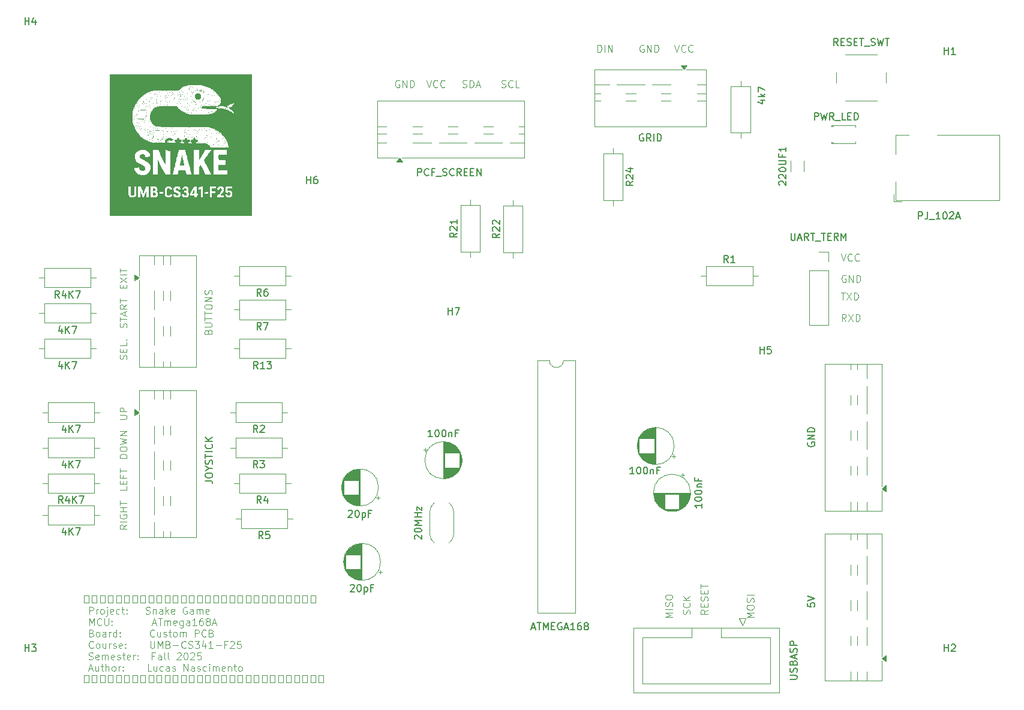
<source format=gbr>
%TF.GenerationSoftware,KiCad,Pcbnew,9.0.1*%
%TF.CreationDate,2025-09-08T23:23:36-04:00*%
%TF.ProjectId,SNAKE_GAME,534e414b-455f-4474-914d-452e6b696361,rev?*%
%TF.SameCoordinates,Original*%
%TF.FileFunction,Legend,Top*%
%TF.FilePolarity,Positive*%
%FSLAX46Y46*%
G04 Gerber Fmt 4.6, Leading zero omitted, Abs format (unit mm)*
G04 Created by KiCad (PCBNEW 9.0.1) date 2025-09-08 23:23:36*
%MOMM*%
%LPD*%
G01*
G04 APERTURE LIST*
%ADD10C,0.100000*%
%ADD11C,0.150000*%
%ADD12C,0.300000*%
%ADD13C,0.120000*%
%ADD14C,0.000000*%
G04 APERTURE END LIST*
D10*
X140372419Y-109946115D02*
X139372419Y-109946115D01*
X139372419Y-109946115D02*
X140086704Y-109612782D01*
X140086704Y-109612782D02*
X139372419Y-109279449D01*
X139372419Y-109279449D02*
X140372419Y-109279449D01*
X139372419Y-108612782D02*
X139372419Y-108422306D01*
X139372419Y-108422306D02*
X139420038Y-108327068D01*
X139420038Y-108327068D02*
X139515276Y-108231830D01*
X139515276Y-108231830D02*
X139705752Y-108184211D01*
X139705752Y-108184211D02*
X140039085Y-108184211D01*
X140039085Y-108184211D02*
X140229561Y-108231830D01*
X140229561Y-108231830D02*
X140324800Y-108327068D01*
X140324800Y-108327068D02*
X140372419Y-108422306D01*
X140372419Y-108422306D02*
X140372419Y-108612782D01*
X140372419Y-108612782D02*
X140324800Y-108708020D01*
X140324800Y-108708020D02*
X140229561Y-108803258D01*
X140229561Y-108803258D02*
X140039085Y-108850877D01*
X140039085Y-108850877D02*
X139705752Y-108850877D01*
X139705752Y-108850877D02*
X139515276Y-108803258D01*
X139515276Y-108803258D02*
X139420038Y-108708020D01*
X139420038Y-108708020D02*
X139372419Y-108612782D01*
X140324800Y-107803258D02*
X140372419Y-107660401D01*
X140372419Y-107660401D02*
X140372419Y-107422306D01*
X140372419Y-107422306D02*
X140324800Y-107327068D01*
X140324800Y-107327068D02*
X140277180Y-107279449D01*
X140277180Y-107279449D02*
X140181942Y-107231830D01*
X140181942Y-107231830D02*
X140086704Y-107231830D01*
X140086704Y-107231830D02*
X139991466Y-107279449D01*
X139991466Y-107279449D02*
X139943847Y-107327068D01*
X139943847Y-107327068D02*
X139896228Y-107422306D01*
X139896228Y-107422306D02*
X139848609Y-107612782D01*
X139848609Y-107612782D02*
X139800990Y-107708020D01*
X139800990Y-107708020D02*
X139753371Y-107755639D01*
X139753371Y-107755639D02*
X139658133Y-107803258D01*
X139658133Y-107803258D02*
X139562895Y-107803258D01*
X139562895Y-107803258D02*
X139467657Y-107755639D01*
X139467657Y-107755639D02*
X139420038Y-107708020D01*
X139420038Y-107708020D02*
X139372419Y-107612782D01*
X139372419Y-107612782D02*
X139372419Y-107374687D01*
X139372419Y-107374687D02*
X139420038Y-107231830D01*
X140372419Y-106803258D02*
X139372419Y-106803258D01*
X63348609Y-69612782D02*
X63396228Y-69469925D01*
X63396228Y-69469925D02*
X63443847Y-69422306D01*
X63443847Y-69422306D02*
X63539085Y-69374687D01*
X63539085Y-69374687D02*
X63681942Y-69374687D01*
X63681942Y-69374687D02*
X63777180Y-69422306D01*
X63777180Y-69422306D02*
X63824800Y-69469925D01*
X63824800Y-69469925D02*
X63872419Y-69565163D01*
X63872419Y-69565163D02*
X63872419Y-69946115D01*
X63872419Y-69946115D02*
X62872419Y-69946115D01*
X62872419Y-69946115D02*
X62872419Y-69612782D01*
X62872419Y-69612782D02*
X62920038Y-69517544D01*
X62920038Y-69517544D02*
X62967657Y-69469925D01*
X62967657Y-69469925D02*
X63062895Y-69422306D01*
X63062895Y-69422306D02*
X63158133Y-69422306D01*
X63158133Y-69422306D02*
X63253371Y-69469925D01*
X63253371Y-69469925D02*
X63300990Y-69517544D01*
X63300990Y-69517544D02*
X63348609Y-69612782D01*
X63348609Y-69612782D02*
X63348609Y-69946115D01*
X62872419Y-68946115D02*
X63681942Y-68946115D01*
X63681942Y-68946115D02*
X63777180Y-68898496D01*
X63777180Y-68898496D02*
X63824800Y-68850877D01*
X63824800Y-68850877D02*
X63872419Y-68755639D01*
X63872419Y-68755639D02*
X63872419Y-68565163D01*
X63872419Y-68565163D02*
X63824800Y-68469925D01*
X63824800Y-68469925D02*
X63777180Y-68422306D01*
X63777180Y-68422306D02*
X63681942Y-68374687D01*
X63681942Y-68374687D02*
X62872419Y-68374687D01*
X62872419Y-68041353D02*
X62872419Y-67469925D01*
X63872419Y-67755639D02*
X62872419Y-67755639D01*
X62872419Y-67279448D02*
X62872419Y-66708020D01*
X63872419Y-66993734D02*
X62872419Y-66993734D01*
X62872419Y-66184210D02*
X62872419Y-65993734D01*
X62872419Y-65993734D02*
X62920038Y-65898496D01*
X62920038Y-65898496D02*
X63015276Y-65803258D01*
X63015276Y-65803258D02*
X63205752Y-65755639D01*
X63205752Y-65755639D02*
X63539085Y-65755639D01*
X63539085Y-65755639D02*
X63729561Y-65803258D01*
X63729561Y-65803258D02*
X63824800Y-65898496D01*
X63824800Y-65898496D02*
X63872419Y-65993734D01*
X63872419Y-65993734D02*
X63872419Y-66184210D01*
X63872419Y-66184210D02*
X63824800Y-66279448D01*
X63824800Y-66279448D02*
X63729561Y-66374686D01*
X63729561Y-66374686D02*
X63539085Y-66422305D01*
X63539085Y-66422305D02*
X63205752Y-66422305D01*
X63205752Y-66422305D02*
X63015276Y-66374686D01*
X63015276Y-66374686D02*
X62920038Y-66279448D01*
X62920038Y-66279448D02*
X62872419Y-66184210D01*
X63872419Y-65327067D02*
X62872419Y-65327067D01*
X62872419Y-65327067D02*
X63872419Y-64755639D01*
X63872419Y-64755639D02*
X62872419Y-64755639D01*
X63824800Y-64327067D02*
X63872419Y-64184210D01*
X63872419Y-64184210D02*
X63872419Y-63946115D01*
X63872419Y-63946115D02*
X63824800Y-63850877D01*
X63824800Y-63850877D02*
X63777180Y-63803258D01*
X63777180Y-63803258D02*
X63681942Y-63755639D01*
X63681942Y-63755639D02*
X63586704Y-63755639D01*
X63586704Y-63755639D02*
X63491466Y-63803258D01*
X63491466Y-63803258D02*
X63443847Y-63850877D01*
X63443847Y-63850877D02*
X63396228Y-63946115D01*
X63396228Y-63946115D02*
X63348609Y-64136591D01*
X63348609Y-64136591D02*
X63300990Y-64231829D01*
X63300990Y-64231829D02*
X63253371Y-64279448D01*
X63253371Y-64279448D02*
X63158133Y-64327067D01*
X63158133Y-64327067D02*
X63062895Y-64327067D01*
X63062895Y-64327067D02*
X62967657Y-64279448D01*
X62967657Y-64279448D02*
X62920038Y-64231829D01*
X62920038Y-64231829D02*
X62872419Y-64136591D01*
X62872419Y-64136591D02*
X62872419Y-63898496D01*
X62872419Y-63898496D02*
X62920038Y-63755639D01*
X50872419Y-81946115D02*
X51681942Y-81946115D01*
X51681942Y-81946115D02*
X51777180Y-81898496D01*
X51777180Y-81898496D02*
X51824800Y-81850877D01*
X51824800Y-81850877D02*
X51872419Y-81755639D01*
X51872419Y-81755639D02*
X51872419Y-81565163D01*
X51872419Y-81565163D02*
X51824800Y-81469925D01*
X51824800Y-81469925D02*
X51777180Y-81422306D01*
X51777180Y-81422306D02*
X51681942Y-81374687D01*
X51681942Y-81374687D02*
X50872419Y-81374687D01*
X51872419Y-80898496D02*
X50872419Y-80898496D01*
X50872419Y-80898496D02*
X50872419Y-80517544D01*
X50872419Y-80517544D02*
X50920038Y-80422306D01*
X50920038Y-80422306D02*
X50967657Y-80374687D01*
X50967657Y-80374687D02*
X51062895Y-80327068D01*
X51062895Y-80327068D02*
X51205752Y-80327068D01*
X51205752Y-80327068D02*
X51300990Y-80374687D01*
X51300990Y-80374687D02*
X51348609Y-80422306D01*
X51348609Y-80422306D02*
X51396228Y-80517544D01*
X51396228Y-80517544D02*
X51396228Y-80898496D01*
X51872419Y-87446115D02*
X50872419Y-87446115D01*
X50872419Y-87446115D02*
X50872419Y-87208020D01*
X50872419Y-87208020D02*
X50920038Y-87065163D01*
X50920038Y-87065163D02*
X51015276Y-86969925D01*
X51015276Y-86969925D02*
X51110514Y-86922306D01*
X51110514Y-86922306D02*
X51300990Y-86874687D01*
X51300990Y-86874687D02*
X51443847Y-86874687D01*
X51443847Y-86874687D02*
X51634323Y-86922306D01*
X51634323Y-86922306D02*
X51729561Y-86969925D01*
X51729561Y-86969925D02*
X51824800Y-87065163D01*
X51824800Y-87065163D02*
X51872419Y-87208020D01*
X51872419Y-87208020D02*
X51872419Y-87446115D01*
X50872419Y-86255639D02*
X50872419Y-86065163D01*
X50872419Y-86065163D02*
X50920038Y-85969925D01*
X50920038Y-85969925D02*
X51015276Y-85874687D01*
X51015276Y-85874687D02*
X51205752Y-85827068D01*
X51205752Y-85827068D02*
X51539085Y-85827068D01*
X51539085Y-85827068D02*
X51729561Y-85874687D01*
X51729561Y-85874687D02*
X51824800Y-85969925D01*
X51824800Y-85969925D02*
X51872419Y-86065163D01*
X51872419Y-86065163D02*
X51872419Y-86255639D01*
X51872419Y-86255639D02*
X51824800Y-86350877D01*
X51824800Y-86350877D02*
X51729561Y-86446115D01*
X51729561Y-86446115D02*
X51539085Y-86493734D01*
X51539085Y-86493734D02*
X51205752Y-86493734D01*
X51205752Y-86493734D02*
X51015276Y-86446115D01*
X51015276Y-86446115D02*
X50920038Y-86350877D01*
X50920038Y-86350877D02*
X50872419Y-86255639D01*
X50872419Y-85493734D02*
X51872419Y-85255639D01*
X51872419Y-85255639D02*
X51158133Y-85065163D01*
X51158133Y-85065163D02*
X51872419Y-84874687D01*
X51872419Y-84874687D02*
X50872419Y-84636592D01*
X51872419Y-84255639D02*
X50872419Y-84255639D01*
X50872419Y-84255639D02*
X51872419Y-83684211D01*
X51872419Y-83684211D02*
X50872419Y-83684211D01*
X118303884Y-30122419D02*
X118303884Y-29122419D01*
X118303884Y-29122419D02*
X118541979Y-29122419D01*
X118541979Y-29122419D02*
X118684836Y-29170038D01*
X118684836Y-29170038D02*
X118780074Y-29265276D01*
X118780074Y-29265276D02*
X118827693Y-29360514D01*
X118827693Y-29360514D02*
X118875312Y-29550990D01*
X118875312Y-29550990D02*
X118875312Y-29693847D01*
X118875312Y-29693847D02*
X118827693Y-29884323D01*
X118827693Y-29884323D02*
X118780074Y-29979561D01*
X118780074Y-29979561D02*
X118684836Y-30074800D01*
X118684836Y-30074800D02*
X118541979Y-30122419D01*
X118541979Y-30122419D02*
X118303884Y-30122419D01*
X119303884Y-30122419D02*
X119303884Y-29122419D01*
X119780074Y-30122419D02*
X119780074Y-29122419D01*
X119780074Y-29122419D02*
X120351502Y-30122419D01*
X120351502Y-30122419D02*
X120351502Y-29122419D01*
X94161027Y-34122419D02*
X94494360Y-35122419D01*
X94494360Y-35122419D02*
X94827693Y-34122419D01*
X95732455Y-35027180D02*
X95684836Y-35074800D01*
X95684836Y-35074800D02*
X95541979Y-35122419D01*
X95541979Y-35122419D02*
X95446741Y-35122419D01*
X95446741Y-35122419D02*
X95303884Y-35074800D01*
X95303884Y-35074800D02*
X95208646Y-34979561D01*
X95208646Y-34979561D02*
X95161027Y-34884323D01*
X95161027Y-34884323D02*
X95113408Y-34693847D01*
X95113408Y-34693847D02*
X95113408Y-34550990D01*
X95113408Y-34550990D02*
X95161027Y-34360514D01*
X95161027Y-34360514D02*
X95208646Y-34265276D01*
X95208646Y-34265276D02*
X95303884Y-34170038D01*
X95303884Y-34170038D02*
X95446741Y-34122419D01*
X95446741Y-34122419D02*
X95541979Y-34122419D01*
X95541979Y-34122419D02*
X95684836Y-34170038D01*
X95684836Y-34170038D02*
X95732455Y-34217657D01*
X96732455Y-35027180D02*
X96684836Y-35074800D01*
X96684836Y-35074800D02*
X96541979Y-35122419D01*
X96541979Y-35122419D02*
X96446741Y-35122419D01*
X96446741Y-35122419D02*
X96303884Y-35074800D01*
X96303884Y-35074800D02*
X96208646Y-34979561D01*
X96208646Y-34979561D02*
X96161027Y-34884323D01*
X96161027Y-34884323D02*
X96113408Y-34693847D01*
X96113408Y-34693847D02*
X96113408Y-34550990D01*
X96113408Y-34550990D02*
X96161027Y-34360514D01*
X96161027Y-34360514D02*
X96208646Y-34265276D01*
X96208646Y-34265276D02*
X96303884Y-34170038D01*
X96303884Y-34170038D02*
X96446741Y-34122419D01*
X96446741Y-34122419D02*
X96541979Y-34122419D01*
X96541979Y-34122419D02*
X96684836Y-34170038D01*
X96684836Y-34170038D02*
X96732455Y-34217657D01*
X51872419Y-91469925D02*
X51872419Y-91946115D01*
X51872419Y-91946115D02*
X50872419Y-91946115D01*
X51348609Y-91136591D02*
X51348609Y-90803258D01*
X51872419Y-90660401D02*
X51872419Y-91136591D01*
X51872419Y-91136591D02*
X50872419Y-91136591D01*
X50872419Y-91136591D02*
X50872419Y-90660401D01*
X51348609Y-89898496D02*
X51348609Y-90231829D01*
X51872419Y-90231829D02*
X50872419Y-90231829D01*
X50872419Y-90231829D02*
X50872419Y-89755639D01*
X50872419Y-89517543D02*
X50872419Y-88946115D01*
X51872419Y-89231829D02*
X50872419Y-89231829D01*
X51824800Y-73493734D02*
X51872419Y-73350877D01*
X51872419Y-73350877D02*
X51872419Y-73112782D01*
X51872419Y-73112782D02*
X51824800Y-73017544D01*
X51824800Y-73017544D02*
X51777180Y-72969925D01*
X51777180Y-72969925D02*
X51681942Y-72922306D01*
X51681942Y-72922306D02*
X51586704Y-72922306D01*
X51586704Y-72922306D02*
X51491466Y-72969925D01*
X51491466Y-72969925D02*
X51443847Y-73017544D01*
X51443847Y-73017544D02*
X51396228Y-73112782D01*
X51396228Y-73112782D02*
X51348609Y-73303258D01*
X51348609Y-73303258D02*
X51300990Y-73398496D01*
X51300990Y-73398496D02*
X51253371Y-73446115D01*
X51253371Y-73446115D02*
X51158133Y-73493734D01*
X51158133Y-73493734D02*
X51062895Y-73493734D01*
X51062895Y-73493734D02*
X50967657Y-73446115D01*
X50967657Y-73446115D02*
X50920038Y-73398496D01*
X50920038Y-73398496D02*
X50872419Y-73303258D01*
X50872419Y-73303258D02*
X50872419Y-73065163D01*
X50872419Y-73065163D02*
X50920038Y-72922306D01*
X51348609Y-72493734D02*
X51348609Y-72160401D01*
X51872419Y-72017544D02*
X51872419Y-72493734D01*
X51872419Y-72493734D02*
X50872419Y-72493734D01*
X50872419Y-72493734D02*
X50872419Y-72017544D01*
X51872419Y-71112782D02*
X51872419Y-71588972D01*
X51872419Y-71588972D02*
X50872419Y-71588972D01*
X51777180Y-70779448D02*
X51824800Y-70731829D01*
X51824800Y-70731829D02*
X51872419Y-70779448D01*
X51872419Y-70779448D02*
X51824800Y-70827067D01*
X51824800Y-70827067D02*
X51777180Y-70779448D01*
X51777180Y-70779448D02*
X51872419Y-70779448D01*
X99256265Y-35074800D02*
X99399122Y-35122419D01*
X99399122Y-35122419D02*
X99637217Y-35122419D01*
X99637217Y-35122419D02*
X99732455Y-35074800D01*
X99732455Y-35074800D02*
X99780074Y-35027180D01*
X99780074Y-35027180D02*
X99827693Y-34931942D01*
X99827693Y-34931942D02*
X99827693Y-34836704D01*
X99827693Y-34836704D02*
X99780074Y-34741466D01*
X99780074Y-34741466D02*
X99732455Y-34693847D01*
X99732455Y-34693847D02*
X99637217Y-34646228D01*
X99637217Y-34646228D02*
X99446741Y-34598609D01*
X99446741Y-34598609D02*
X99351503Y-34550990D01*
X99351503Y-34550990D02*
X99303884Y-34503371D01*
X99303884Y-34503371D02*
X99256265Y-34408133D01*
X99256265Y-34408133D02*
X99256265Y-34312895D01*
X99256265Y-34312895D02*
X99303884Y-34217657D01*
X99303884Y-34217657D02*
X99351503Y-34170038D01*
X99351503Y-34170038D02*
X99446741Y-34122419D01*
X99446741Y-34122419D02*
X99684836Y-34122419D01*
X99684836Y-34122419D02*
X99827693Y-34170038D01*
X100256265Y-35122419D02*
X100256265Y-34122419D01*
X100256265Y-34122419D02*
X100494360Y-34122419D01*
X100494360Y-34122419D02*
X100637217Y-34170038D01*
X100637217Y-34170038D02*
X100732455Y-34265276D01*
X100732455Y-34265276D02*
X100780074Y-34360514D01*
X100780074Y-34360514D02*
X100827693Y-34550990D01*
X100827693Y-34550990D02*
X100827693Y-34693847D01*
X100827693Y-34693847D02*
X100780074Y-34884323D01*
X100780074Y-34884323D02*
X100732455Y-34979561D01*
X100732455Y-34979561D02*
X100637217Y-35074800D01*
X100637217Y-35074800D02*
X100494360Y-35122419D01*
X100494360Y-35122419D02*
X100256265Y-35122419D01*
X101208646Y-34836704D02*
X101684836Y-34836704D01*
X101113408Y-35122419D02*
X101446741Y-34122419D01*
X101446741Y-34122419D02*
X101780074Y-35122419D01*
X51824800Y-68993734D02*
X51872419Y-68850877D01*
X51872419Y-68850877D02*
X51872419Y-68612782D01*
X51872419Y-68612782D02*
X51824800Y-68517544D01*
X51824800Y-68517544D02*
X51777180Y-68469925D01*
X51777180Y-68469925D02*
X51681942Y-68422306D01*
X51681942Y-68422306D02*
X51586704Y-68422306D01*
X51586704Y-68422306D02*
X51491466Y-68469925D01*
X51491466Y-68469925D02*
X51443847Y-68517544D01*
X51443847Y-68517544D02*
X51396228Y-68612782D01*
X51396228Y-68612782D02*
X51348609Y-68803258D01*
X51348609Y-68803258D02*
X51300990Y-68898496D01*
X51300990Y-68898496D02*
X51253371Y-68946115D01*
X51253371Y-68946115D02*
X51158133Y-68993734D01*
X51158133Y-68993734D02*
X51062895Y-68993734D01*
X51062895Y-68993734D02*
X50967657Y-68946115D01*
X50967657Y-68946115D02*
X50920038Y-68898496D01*
X50920038Y-68898496D02*
X50872419Y-68803258D01*
X50872419Y-68803258D02*
X50872419Y-68565163D01*
X50872419Y-68565163D02*
X50920038Y-68422306D01*
X50872419Y-68136591D02*
X50872419Y-67565163D01*
X51872419Y-67850877D02*
X50872419Y-67850877D01*
X51586704Y-67279448D02*
X51586704Y-66803258D01*
X51872419Y-67374686D02*
X50872419Y-67041353D01*
X50872419Y-67041353D02*
X51872419Y-66708020D01*
X51872419Y-65803258D02*
X51396228Y-66136591D01*
X51872419Y-66374686D02*
X50872419Y-66374686D01*
X50872419Y-66374686D02*
X50872419Y-65993734D01*
X50872419Y-65993734D02*
X50920038Y-65898496D01*
X50920038Y-65898496D02*
X50967657Y-65850877D01*
X50967657Y-65850877D02*
X51062895Y-65803258D01*
X51062895Y-65803258D02*
X51205752Y-65803258D01*
X51205752Y-65803258D02*
X51300990Y-65850877D01*
X51300990Y-65850877D02*
X51348609Y-65898496D01*
X51348609Y-65898496D02*
X51396228Y-65993734D01*
X51396228Y-65993734D02*
X51396228Y-66374686D01*
X50872419Y-65517543D02*
X50872419Y-64946115D01*
X51872419Y-65231829D02*
X50872419Y-65231829D01*
X152661027Y-58622419D02*
X152994360Y-59622419D01*
X152994360Y-59622419D02*
X153327693Y-58622419D01*
X154232455Y-59527180D02*
X154184836Y-59574800D01*
X154184836Y-59574800D02*
X154041979Y-59622419D01*
X154041979Y-59622419D02*
X153946741Y-59622419D01*
X153946741Y-59622419D02*
X153803884Y-59574800D01*
X153803884Y-59574800D02*
X153708646Y-59479561D01*
X153708646Y-59479561D02*
X153661027Y-59384323D01*
X153661027Y-59384323D02*
X153613408Y-59193847D01*
X153613408Y-59193847D02*
X153613408Y-59050990D01*
X153613408Y-59050990D02*
X153661027Y-58860514D01*
X153661027Y-58860514D02*
X153708646Y-58765276D01*
X153708646Y-58765276D02*
X153803884Y-58670038D01*
X153803884Y-58670038D02*
X153946741Y-58622419D01*
X153946741Y-58622419D02*
X154041979Y-58622419D01*
X154041979Y-58622419D02*
X154184836Y-58670038D01*
X154184836Y-58670038D02*
X154232455Y-58717657D01*
X155232455Y-59527180D02*
X155184836Y-59574800D01*
X155184836Y-59574800D02*
X155041979Y-59622419D01*
X155041979Y-59622419D02*
X154946741Y-59622419D01*
X154946741Y-59622419D02*
X154803884Y-59574800D01*
X154803884Y-59574800D02*
X154708646Y-59479561D01*
X154708646Y-59479561D02*
X154661027Y-59384323D01*
X154661027Y-59384323D02*
X154613408Y-59193847D01*
X154613408Y-59193847D02*
X154613408Y-59050990D01*
X154613408Y-59050990D02*
X154661027Y-58860514D01*
X154661027Y-58860514D02*
X154708646Y-58765276D01*
X154708646Y-58765276D02*
X154803884Y-58670038D01*
X154803884Y-58670038D02*
X154946741Y-58622419D01*
X154946741Y-58622419D02*
X155041979Y-58622419D01*
X155041979Y-58622419D02*
X155184836Y-58670038D01*
X155184836Y-58670038D02*
X155232455Y-58717657D01*
X90327693Y-34170038D02*
X90232455Y-34122419D01*
X90232455Y-34122419D02*
X90089598Y-34122419D01*
X90089598Y-34122419D02*
X89946741Y-34170038D01*
X89946741Y-34170038D02*
X89851503Y-34265276D01*
X89851503Y-34265276D02*
X89803884Y-34360514D01*
X89803884Y-34360514D02*
X89756265Y-34550990D01*
X89756265Y-34550990D02*
X89756265Y-34693847D01*
X89756265Y-34693847D02*
X89803884Y-34884323D01*
X89803884Y-34884323D02*
X89851503Y-34979561D01*
X89851503Y-34979561D02*
X89946741Y-35074800D01*
X89946741Y-35074800D02*
X90089598Y-35122419D01*
X90089598Y-35122419D02*
X90184836Y-35122419D01*
X90184836Y-35122419D02*
X90327693Y-35074800D01*
X90327693Y-35074800D02*
X90375312Y-35027180D01*
X90375312Y-35027180D02*
X90375312Y-34693847D01*
X90375312Y-34693847D02*
X90184836Y-34693847D01*
X90803884Y-35122419D02*
X90803884Y-34122419D01*
X90803884Y-34122419D02*
X91375312Y-35122419D01*
X91375312Y-35122419D02*
X91375312Y-34122419D01*
X91851503Y-35122419D02*
X91851503Y-34122419D01*
X91851503Y-34122419D02*
X92089598Y-34122419D01*
X92089598Y-34122419D02*
X92232455Y-34170038D01*
X92232455Y-34170038D02*
X92327693Y-34265276D01*
X92327693Y-34265276D02*
X92375312Y-34360514D01*
X92375312Y-34360514D02*
X92422931Y-34550990D01*
X92422931Y-34550990D02*
X92422931Y-34693847D01*
X92422931Y-34693847D02*
X92375312Y-34884323D01*
X92375312Y-34884323D02*
X92327693Y-34979561D01*
X92327693Y-34979561D02*
X92232455Y-35074800D01*
X92232455Y-35074800D02*
X92089598Y-35122419D01*
X92089598Y-35122419D02*
X91851503Y-35122419D01*
X128872419Y-109946115D02*
X127872419Y-109946115D01*
X127872419Y-109946115D02*
X128586704Y-109612782D01*
X128586704Y-109612782D02*
X127872419Y-109279449D01*
X127872419Y-109279449D02*
X128872419Y-109279449D01*
X128872419Y-108803258D02*
X127872419Y-108803258D01*
X128824800Y-108374687D02*
X128872419Y-108231830D01*
X128872419Y-108231830D02*
X128872419Y-107993735D01*
X128872419Y-107993735D02*
X128824800Y-107898497D01*
X128824800Y-107898497D02*
X128777180Y-107850878D01*
X128777180Y-107850878D02*
X128681942Y-107803259D01*
X128681942Y-107803259D02*
X128586704Y-107803259D01*
X128586704Y-107803259D02*
X128491466Y-107850878D01*
X128491466Y-107850878D02*
X128443847Y-107898497D01*
X128443847Y-107898497D02*
X128396228Y-107993735D01*
X128396228Y-107993735D02*
X128348609Y-108184211D01*
X128348609Y-108184211D02*
X128300990Y-108279449D01*
X128300990Y-108279449D02*
X128253371Y-108327068D01*
X128253371Y-108327068D02*
X128158133Y-108374687D01*
X128158133Y-108374687D02*
X128062895Y-108374687D01*
X128062895Y-108374687D02*
X127967657Y-108327068D01*
X127967657Y-108327068D02*
X127920038Y-108279449D01*
X127920038Y-108279449D02*
X127872419Y-108184211D01*
X127872419Y-108184211D02*
X127872419Y-107946116D01*
X127872419Y-107946116D02*
X127920038Y-107803259D01*
X127872419Y-107184211D02*
X127872419Y-106993735D01*
X127872419Y-106993735D02*
X127920038Y-106898497D01*
X127920038Y-106898497D02*
X128015276Y-106803259D01*
X128015276Y-106803259D02*
X128205752Y-106755640D01*
X128205752Y-106755640D02*
X128539085Y-106755640D01*
X128539085Y-106755640D02*
X128729561Y-106803259D01*
X128729561Y-106803259D02*
X128824800Y-106898497D01*
X128824800Y-106898497D02*
X128872419Y-106993735D01*
X128872419Y-106993735D02*
X128872419Y-107184211D01*
X128872419Y-107184211D02*
X128824800Y-107279449D01*
X128824800Y-107279449D02*
X128729561Y-107374687D01*
X128729561Y-107374687D02*
X128539085Y-107422306D01*
X128539085Y-107422306D02*
X128205752Y-107422306D01*
X128205752Y-107422306D02*
X128015276Y-107374687D01*
X128015276Y-107374687D02*
X127920038Y-107279449D01*
X127920038Y-107279449D02*
X127872419Y-107184211D01*
X153327693Y-61670038D02*
X153232455Y-61622419D01*
X153232455Y-61622419D02*
X153089598Y-61622419D01*
X153089598Y-61622419D02*
X152946741Y-61670038D01*
X152946741Y-61670038D02*
X152851503Y-61765276D01*
X152851503Y-61765276D02*
X152803884Y-61860514D01*
X152803884Y-61860514D02*
X152756265Y-62050990D01*
X152756265Y-62050990D02*
X152756265Y-62193847D01*
X152756265Y-62193847D02*
X152803884Y-62384323D01*
X152803884Y-62384323D02*
X152851503Y-62479561D01*
X152851503Y-62479561D02*
X152946741Y-62574800D01*
X152946741Y-62574800D02*
X153089598Y-62622419D01*
X153089598Y-62622419D02*
X153184836Y-62622419D01*
X153184836Y-62622419D02*
X153327693Y-62574800D01*
X153327693Y-62574800D02*
X153375312Y-62527180D01*
X153375312Y-62527180D02*
X153375312Y-62193847D01*
X153375312Y-62193847D02*
X153184836Y-62193847D01*
X153803884Y-62622419D02*
X153803884Y-61622419D01*
X153803884Y-61622419D02*
X154375312Y-62622419D01*
X154375312Y-62622419D02*
X154375312Y-61622419D01*
X154851503Y-62622419D02*
X154851503Y-61622419D01*
X154851503Y-61622419D02*
X155089598Y-61622419D01*
X155089598Y-61622419D02*
X155232455Y-61670038D01*
X155232455Y-61670038D02*
X155327693Y-61765276D01*
X155327693Y-61765276D02*
X155375312Y-61860514D01*
X155375312Y-61860514D02*
X155422931Y-62050990D01*
X155422931Y-62050990D02*
X155422931Y-62193847D01*
X155422931Y-62193847D02*
X155375312Y-62384323D01*
X155375312Y-62384323D02*
X155327693Y-62479561D01*
X155327693Y-62479561D02*
X155232455Y-62574800D01*
X155232455Y-62574800D02*
X155089598Y-62622419D01*
X155089598Y-62622419D02*
X154851503Y-62622419D01*
X51872419Y-96874687D02*
X51396228Y-97208020D01*
X51872419Y-97446115D02*
X50872419Y-97446115D01*
X50872419Y-97446115D02*
X50872419Y-97065163D01*
X50872419Y-97065163D02*
X50920038Y-96969925D01*
X50920038Y-96969925D02*
X50967657Y-96922306D01*
X50967657Y-96922306D02*
X51062895Y-96874687D01*
X51062895Y-96874687D02*
X51205752Y-96874687D01*
X51205752Y-96874687D02*
X51300990Y-96922306D01*
X51300990Y-96922306D02*
X51348609Y-96969925D01*
X51348609Y-96969925D02*
X51396228Y-97065163D01*
X51396228Y-97065163D02*
X51396228Y-97446115D01*
X51872419Y-96446115D02*
X50872419Y-96446115D01*
X50920038Y-95446116D02*
X50872419Y-95541354D01*
X50872419Y-95541354D02*
X50872419Y-95684211D01*
X50872419Y-95684211D02*
X50920038Y-95827068D01*
X50920038Y-95827068D02*
X51015276Y-95922306D01*
X51015276Y-95922306D02*
X51110514Y-95969925D01*
X51110514Y-95969925D02*
X51300990Y-96017544D01*
X51300990Y-96017544D02*
X51443847Y-96017544D01*
X51443847Y-96017544D02*
X51634323Y-95969925D01*
X51634323Y-95969925D02*
X51729561Y-95922306D01*
X51729561Y-95922306D02*
X51824800Y-95827068D01*
X51824800Y-95827068D02*
X51872419Y-95684211D01*
X51872419Y-95684211D02*
X51872419Y-95588973D01*
X51872419Y-95588973D02*
X51824800Y-95446116D01*
X51824800Y-95446116D02*
X51777180Y-95398497D01*
X51777180Y-95398497D02*
X51443847Y-95398497D01*
X51443847Y-95398497D02*
X51443847Y-95588973D01*
X51872419Y-94969925D02*
X50872419Y-94969925D01*
X51348609Y-94969925D02*
X51348609Y-94398497D01*
X51872419Y-94398497D02*
X50872419Y-94398497D01*
X50872419Y-94065163D02*
X50872419Y-93493735D01*
X51872419Y-93779449D02*
X50872419Y-93779449D01*
X104756265Y-35074800D02*
X104899122Y-35122419D01*
X104899122Y-35122419D02*
X105137217Y-35122419D01*
X105137217Y-35122419D02*
X105232455Y-35074800D01*
X105232455Y-35074800D02*
X105280074Y-35027180D01*
X105280074Y-35027180D02*
X105327693Y-34931942D01*
X105327693Y-34931942D02*
X105327693Y-34836704D01*
X105327693Y-34836704D02*
X105280074Y-34741466D01*
X105280074Y-34741466D02*
X105232455Y-34693847D01*
X105232455Y-34693847D02*
X105137217Y-34646228D01*
X105137217Y-34646228D02*
X104946741Y-34598609D01*
X104946741Y-34598609D02*
X104851503Y-34550990D01*
X104851503Y-34550990D02*
X104803884Y-34503371D01*
X104803884Y-34503371D02*
X104756265Y-34408133D01*
X104756265Y-34408133D02*
X104756265Y-34312895D01*
X104756265Y-34312895D02*
X104803884Y-34217657D01*
X104803884Y-34217657D02*
X104851503Y-34170038D01*
X104851503Y-34170038D02*
X104946741Y-34122419D01*
X104946741Y-34122419D02*
X105184836Y-34122419D01*
X105184836Y-34122419D02*
X105327693Y-34170038D01*
X106327693Y-35027180D02*
X106280074Y-35074800D01*
X106280074Y-35074800D02*
X106137217Y-35122419D01*
X106137217Y-35122419D02*
X106041979Y-35122419D01*
X106041979Y-35122419D02*
X105899122Y-35074800D01*
X105899122Y-35074800D02*
X105803884Y-34979561D01*
X105803884Y-34979561D02*
X105756265Y-34884323D01*
X105756265Y-34884323D02*
X105708646Y-34693847D01*
X105708646Y-34693847D02*
X105708646Y-34550990D01*
X105708646Y-34550990D02*
X105756265Y-34360514D01*
X105756265Y-34360514D02*
X105803884Y-34265276D01*
X105803884Y-34265276D02*
X105899122Y-34170038D01*
X105899122Y-34170038D02*
X106041979Y-34122419D01*
X106041979Y-34122419D02*
X106137217Y-34122419D01*
X106137217Y-34122419D02*
X106280074Y-34170038D01*
X106280074Y-34170038D02*
X106327693Y-34217657D01*
X107232455Y-35122419D02*
X106756265Y-35122419D01*
X106756265Y-35122419D02*
X106756265Y-34122419D01*
X129161027Y-29122419D02*
X129494360Y-30122419D01*
X129494360Y-30122419D02*
X129827693Y-29122419D01*
X130732455Y-30027180D02*
X130684836Y-30074800D01*
X130684836Y-30074800D02*
X130541979Y-30122419D01*
X130541979Y-30122419D02*
X130446741Y-30122419D01*
X130446741Y-30122419D02*
X130303884Y-30074800D01*
X130303884Y-30074800D02*
X130208646Y-29979561D01*
X130208646Y-29979561D02*
X130161027Y-29884323D01*
X130161027Y-29884323D02*
X130113408Y-29693847D01*
X130113408Y-29693847D02*
X130113408Y-29550990D01*
X130113408Y-29550990D02*
X130161027Y-29360514D01*
X130161027Y-29360514D02*
X130208646Y-29265276D01*
X130208646Y-29265276D02*
X130303884Y-29170038D01*
X130303884Y-29170038D02*
X130446741Y-29122419D01*
X130446741Y-29122419D02*
X130541979Y-29122419D01*
X130541979Y-29122419D02*
X130684836Y-29170038D01*
X130684836Y-29170038D02*
X130732455Y-29217657D01*
X131732455Y-30027180D02*
X131684836Y-30074800D01*
X131684836Y-30074800D02*
X131541979Y-30122419D01*
X131541979Y-30122419D02*
X131446741Y-30122419D01*
X131446741Y-30122419D02*
X131303884Y-30074800D01*
X131303884Y-30074800D02*
X131208646Y-29979561D01*
X131208646Y-29979561D02*
X131161027Y-29884323D01*
X131161027Y-29884323D02*
X131113408Y-29693847D01*
X131113408Y-29693847D02*
X131113408Y-29550990D01*
X131113408Y-29550990D02*
X131161027Y-29360514D01*
X131161027Y-29360514D02*
X131208646Y-29265276D01*
X131208646Y-29265276D02*
X131303884Y-29170038D01*
X131303884Y-29170038D02*
X131446741Y-29122419D01*
X131446741Y-29122419D02*
X131541979Y-29122419D01*
X131541979Y-29122419D02*
X131684836Y-29170038D01*
X131684836Y-29170038D02*
X131732455Y-29217657D01*
X152661027Y-64122419D02*
X153232455Y-64122419D01*
X152946741Y-65122419D02*
X152946741Y-64122419D01*
X153470551Y-64122419D02*
X154137217Y-65122419D01*
X154137217Y-64122419D02*
X153470551Y-65122419D01*
X154518170Y-65122419D02*
X154518170Y-64122419D01*
X154518170Y-64122419D02*
X154756265Y-64122419D01*
X154756265Y-64122419D02*
X154899122Y-64170038D01*
X154899122Y-64170038D02*
X154994360Y-64265276D01*
X154994360Y-64265276D02*
X155041979Y-64360514D01*
X155041979Y-64360514D02*
X155089598Y-64550990D01*
X155089598Y-64550990D02*
X155089598Y-64693847D01*
X155089598Y-64693847D02*
X155041979Y-64884323D01*
X155041979Y-64884323D02*
X154994360Y-64979561D01*
X154994360Y-64979561D02*
X154899122Y-65074800D01*
X154899122Y-65074800D02*
X154756265Y-65122419D01*
X154756265Y-65122419D02*
X154518170Y-65122419D01*
X124827693Y-29170038D02*
X124732455Y-29122419D01*
X124732455Y-29122419D02*
X124589598Y-29122419D01*
X124589598Y-29122419D02*
X124446741Y-29170038D01*
X124446741Y-29170038D02*
X124351503Y-29265276D01*
X124351503Y-29265276D02*
X124303884Y-29360514D01*
X124303884Y-29360514D02*
X124256265Y-29550990D01*
X124256265Y-29550990D02*
X124256265Y-29693847D01*
X124256265Y-29693847D02*
X124303884Y-29884323D01*
X124303884Y-29884323D02*
X124351503Y-29979561D01*
X124351503Y-29979561D02*
X124446741Y-30074800D01*
X124446741Y-30074800D02*
X124589598Y-30122419D01*
X124589598Y-30122419D02*
X124684836Y-30122419D01*
X124684836Y-30122419D02*
X124827693Y-30074800D01*
X124827693Y-30074800D02*
X124875312Y-30027180D01*
X124875312Y-30027180D02*
X124875312Y-29693847D01*
X124875312Y-29693847D02*
X124684836Y-29693847D01*
X125303884Y-30122419D02*
X125303884Y-29122419D01*
X125303884Y-29122419D02*
X125875312Y-30122419D01*
X125875312Y-30122419D02*
X125875312Y-29122419D01*
X126351503Y-30122419D02*
X126351503Y-29122419D01*
X126351503Y-29122419D02*
X126589598Y-29122419D01*
X126589598Y-29122419D02*
X126732455Y-29170038D01*
X126732455Y-29170038D02*
X126827693Y-29265276D01*
X126827693Y-29265276D02*
X126875312Y-29360514D01*
X126875312Y-29360514D02*
X126922931Y-29550990D01*
X126922931Y-29550990D02*
X126922931Y-29693847D01*
X126922931Y-29693847D02*
X126875312Y-29884323D01*
X126875312Y-29884323D02*
X126827693Y-29979561D01*
X126827693Y-29979561D02*
X126732455Y-30074800D01*
X126732455Y-30074800D02*
X126589598Y-30122419D01*
X126589598Y-30122419D02*
X126351503Y-30122419D01*
X153375312Y-68122419D02*
X153041979Y-67646228D01*
X152803884Y-68122419D02*
X152803884Y-67122419D01*
X152803884Y-67122419D02*
X153184836Y-67122419D01*
X153184836Y-67122419D02*
X153280074Y-67170038D01*
X153280074Y-67170038D02*
X153327693Y-67217657D01*
X153327693Y-67217657D02*
X153375312Y-67312895D01*
X153375312Y-67312895D02*
X153375312Y-67455752D01*
X153375312Y-67455752D02*
X153327693Y-67550990D01*
X153327693Y-67550990D02*
X153280074Y-67598609D01*
X153280074Y-67598609D02*
X153184836Y-67646228D01*
X153184836Y-67646228D02*
X152803884Y-67646228D01*
X153708646Y-67122419D02*
X154375312Y-68122419D01*
X154375312Y-67122419D02*
X153708646Y-68122419D01*
X154756265Y-68122419D02*
X154756265Y-67122419D01*
X154756265Y-67122419D02*
X154994360Y-67122419D01*
X154994360Y-67122419D02*
X155137217Y-67170038D01*
X155137217Y-67170038D02*
X155232455Y-67265276D01*
X155232455Y-67265276D02*
X155280074Y-67360514D01*
X155280074Y-67360514D02*
X155327693Y-67550990D01*
X155327693Y-67550990D02*
X155327693Y-67693847D01*
X155327693Y-67693847D02*
X155280074Y-67884323D01*
X155280074Y-67884323D02*
X155232455Y-67979561D01*
X155232455Y-67979561D02*
X155137217Y-68074800D01*
X155137217Y-68074800D02*
X154994360Y-68122419D01*
X154994360Y-68122419D02*
X154756265Y-68122419D01*
X45803884Y-107852811D02*
X45803884Y-106852811D01*
X45803884Y-106852811D02*
X46470550Y-106852811D01*
X46470550Y-106852811D02*
X46470550Y-107852811D01*
X46470550Y-107852811D02*
X45803884Y-107852811D01*
X46946741Y-107852811D02*
X46946741Y-106852811D01*
X46946741Y-106852811D02*
X47613407Y-106852811D01*
X47613407Y-106852811D02*
X47613407Y-107852811D01*
X47613407Y-107852811D02*
X46946741Y-107852811D01*
X48089598Y-107852811D02*
X48089598Y-106852811D01*
X48089598Y-106852811D02*
X48756264Y-106852811D01*
X48756264Y-106852811D02*
X48756264Y-107852811D01*
X48756264Y-107852811D02*
X48089598Y-107852811D01*
X49232455Y-107852811D02*
X49232455Y-106852811D01*
X49232455Y-106852811D02*
X49899121Y-106852811D01*
X49899121Y-106852811D02*
X49899121Y-107852811D01*
X49899121Y-107852811D02*
X49232455Y-107852811D01*
X50375312Y-107852811D02*
X50375312Y-106852811D01*
X50375312Y-106852811D02*
X51041978Y-106852811D01*
X51041978Y-106852811D02*
X51041978Y-107852811D01*
X51041978Y-107852811D02*
X50375312Y-107852811D01*
X51518169Y-107852811D02*
X51518169Y-106852811D01*
X51518169Y-106852811D02*
X52184835Y-106852811D01*
X52184835Y-106852811D02*
X52184835Y-107852811D01*
X52184835Y-107852811D02*
X51518169Y-107852811D01*
X52661026Y-107852811D02*
X52661026Y-106852811D01*
X52661026Y-106852811D02*
X53327692Y-106852811D01*
X53327692Y-106852811D02*
X53327692Y-107852811D01*
X53327692Y-107852811D02*
X52661026Y-107852811D01*
X53803883Y-107852811D02*
X53803883Y-106852811D01*
X53803883Y-106852811D02*
X54470549Y-106852811D01*
X54470549Y-106852811D02*
X54470549Y-107852811D01*
X54470549Y-107852811D02*
X53803883Y-107852811D01*
X54946740Y-107852811D02*
X54946740Y-106852811D01*
X54946740Y-106852811D02*
X55613406Y-106852811D01*
X55613406Y-106852811D02*
X55613406Y-107852811D01*
X55613406Y-107852811D02*
X54946740Y-107852811D01*
X56089597Y-107852811D02*
X56089597Y-106852811D01*
X56089597Y-106852811D02*
X56756263Y-106852811D01*
X56756263Y-106852811D02*
X56756263Y-107852811D01*
X56756263Y-107852811D02*
X56089597Y-107852811D01*
X57232454Y-107852811D02*
X57232454Y-106852811D01*
X57232454Y-106852811D02*
X57899120Y-106852811D01*
X57899120Y-106852811D02*
X57899120Y-107852811D01*
X57899120Y-107852811D02*
X57232454Y-107852811D01*
X58375311Y-107852811D02*
X58375311Y-106852811D01*
X58375311Y-106852811D02*
X59041977Y-106852811D01*
X59041977Y-106852811D02*
X59041977Y-107852811D01*
X59041977Y-107852811D02*
X58375311Y-107852811D01*
X59518168Y-107852811D02*
X59518168Y-106852811D01*
X59518168Y-106852811D02*
X60184834Y-106852811D01*
X60184834Y-106852811D02*
X60184834Y-107852811D01*
X60184834Y-107852811D02*
X59518168Y-107852811D01*
X60661025Y-107852811D02*
X60661025Y-106852811D01*
X60661025Y-106852811D02*
X61327691Y-106852811D01*
X61327691Y-106852811D02*
X61327691Y-107852811D01*
X61327691Y-107852811D02*
X60661025Y-107852811D01*
X61803882Y-107852811D02*
X61803882Y-106852811D01*
X61803882Y-106852811D02*
X62470548Y-106852811D01*
X62470548Y-106852811D02*
X62470548Y-107852811D01*
X62470548Y-107852811D02*
X61803882Y-107852811D01*
X62946739Y-107852811D02*
X62946739Y-106852811D01*
X62946739Y-106852811D02*
X63613405Y-106852811D01*
X63613405Y-106852811D02*
X63613405Y-107852811D01*
X63613405Y-107852811D02*
X62946739Y-107852811D01*
X64089596Y-107852811D02*
X64089596Y-106852811D01*
X64089596Y-106852811D02*
X64756262Y-106852811D01*
X64756262Y-106852811D02*
X64756262Y-107852811D01*
X64756262Y-107852811D02*
X64089596Y-107852811D01*
X65232453Y-107852811D02*
X65232453Y-106852811D01*
X65232453Y-106852811D02*
X65899119Y-106852811D01*
X65899119Y-106852811D02*
X65899119Y-107852811D01*
X65899119Y-107852811D02*
X65232453Y-107852811D01*
X66375310Y-107852811D02*
X66375310Y-106852811D01*
X66375310Y-106852811D02*
X67041976Y-106852811D01*
X67041976Y-106852811D02*
X67041976Y-107852811D01*
X67041976Y-107852811D02*
X66375310Y-107852811D01*
X67518167Y-107852811D02*
X67518167Y-106852811D01*
X67518167Y-106852811D02*
X68184833Y-106852811D01*
X68184833Y-106852811D02*
X68184833Y-107852811D01*
X68184833Y-107852811D02*
X67518167Y-107852811D01*
X68661024Y-107852811D02*
X68661024Y-106852811D01*
X68661024Y-106852811D02*
X69327690Y-106852811D01*
X69327690Y-106852811D02*
X69327690Y-107852811D01*
X69327690Y-107852811D02*
X68661024Y-107852811D01*
X69803881Y-107852811D02*
X69803881Y-106852811D01*
X69803881Y-106852811D02*
X70470547Y-106852811D01*
X70470547Y-106852811D02*
X70470547Y-107852811D01*
X70470547Y-107852811D02*
X69803881Y-107852811D01*
X70946738Y-107852811D02*
X70946738Y-106852811D01*
X70946738Y-106852811D02*
X71613404Y-106852811D01*
X71613404Y-106852811D02*
X71613404Y-107852811D01*
X71613404Y-107852811D02*
X70946738Y-107852811D01*
X72089595Y-107852811D02*
X72089595Y-106852811D01*
X72089595Y-106852811D02*
X72756261Y-106852811D01*
X72756261Y-106852811D02*
X72756261Y-107852811D01*
X72756261Y-107852811D02*
X72089595Y-107852811D01*
X73232452Y-107852811D02*
X73232452Y-106852811D01*
X73232452Y-106852811D02*
X73899118Y-106852811D01*
X73899118Y-106852811D02*
X73899118Y-107852811D01*
X73899118Y-107852811D02*
X73232452Y-107852811D01*
X74375309Y-107852811D02*
X74375309Y-106852811D01*
X74375309Y-106852811D02*
X75041975Y-106852811D01*
X75041975Y-106852811D02*
X75041975Y-107852811D01*
X75041975Y-107852811D02*
X74375309Y-107852811D01*
X75518166Y-107852811D02*
X75518166Y-106852811D01*
X75518166Y-106852811D02*
X76184832Y-106852811D01*
X76184832Y-106852811D02*
X76184832Y-107852811D01*
X76184832Y-107852811D02*
X75518166Y-107852811D01*
X76661023Y-107852811D02*
X76661023Y-106852811D01*
X76661023Y-106852811D02*
X77327689Y-106852811D01*
X77327689Y-106852811D02*
X77327689Y-107852811D01*
X77327689Y-107852811D02*
X76661023Y-107852811D01*
X77803880Y-107852811D02*
X77803880Y-106852811D01*
X77803880Y-106852811D02*
X78470546Y-106852811D01*
X78470546Y-106852811D02*
X78470546Y-107852811D01*
X78470546Y-107852811D02*
X77803880Y-107852811D01*
X46565789Y-109462755D02*
X46565789Y-108462755D01*
X46565789Y-108462755D02*
X46946741Y-108462755D01*
X46946741Y-108462755D02*
X47041979Y-108510374D01*
X47041979Y-108510374D02*
X47089598Y-108557993D01*
X47089598Y-108557993D02*
X47137217Y-108653231D01*
X47137217Y-108653231D02*
X47137217Y-108796088D01*
X47137217Y-108796088D02*
X47089598Y-108891326D01*
X47089598Y-108891326D02*
X47041979Y-108938945D01*
X47041979Y-108938945D02*
X46946741Y-108986564D01*
X46946741Y-108986564D02*
X46565789Y-108986564D01*
X47565789Y-109462755D02*
X47565789Y-108796088D01*
X47565789Y-108986564D02*
X47613408Y-108891326D01*
X47613408Y-108891326D02*
X47661027Y-108843707D01*
X47661027Y-108843707D02*
X47756265Y-108796088D01*
X47756265Y-108796088D02*
X47851503Y-108796088D01*
X48327694Y-109462755D02*
X48232456Y-109415136D01*
X48232456Y-109415136D02*
X48184837Y-109367516D01*
X48184837Y-109367516D02*
X48137218Y-109272278D01*
X48137218Y-109272278D02*
X48137218Y-108986564D01*
X48137218Y-108986564D02*
X48184837Y-108891326D01*
X48184837Y-108891326D02*
X48232456Y-108843707D01*
X48232456Y-108843707D02*
X48327694Y-108796088D01*
X48327694Y-108796088D02*
X48470551Y-108796088D01*
X48470551Y-108796088D02*
X48565789Y-108843707D01*
X48565789Y-108843707D02*
X48613408Y-108891326D01*
X48613408Y-108891326D02*
X48661027Y-108986564D01*
X48661027Y-108986564D02*
X48661027Y-109272278D01*
X48661027Y-109272278D02*
X48613408Y-109367516D01*
X48613408Y-109367516D02*
X48565789Y-109415136D01*
X48565789Y-109415136D02*
X48470551Y-109462755D01*
X48470551Y-109462755D02*
X48327694Y-109462755D01*
X49089599Y-108796088D02*
X49089599Y-109653231D01*
X49089599Y-109653231D02*
X49041980Y-109748469D01*
X49041980Y-109748469D02*
X48946742Y-109796088D01*
X48946742Y-109796088D02*
X48899123Y-109796088D01*
X49089599Y-108462755D02*
X49041980Y-108510374D01*
X49041980Y-108510374D02*
X49089599Y-108557993D01*
X49089599Y-108557993D02*
X49137218Y-108510374D01*
X49137218Y-108510374D02*
X49089599Y-108462755D01*
X49089599Y-108462755D02*
X49089599Y-108557993D01*
X49946741Y-109415136D02*
X49851503Y-109462755D01*
X49851503Y-109462755D02*
X49661027Y-109462755D01*
X49661027Y-109462755D02*
X49565789Y-109415136D01*
X49565789Y-109415136D02*
X49518170Y-109319897D01*
X49518170Y-109319897D02*
X49518170Y-108938945D01*
X49518170Y-108938945D02*
X49565789Y-108843707D01*
X49565789Y-108843707D02*
X49661027Y-108796088D01*
X49661027Y-108796088D02*
X49851503Y-108796088D01*
X49851503Y-108796088D02*
X49946741Y-108843707D01*
X49946741Y-108843707D02*
X49994360Y-108938945D01*
X49994360Y-108938945D02*
X49994360Y-109034183D01*
X49994360Y-109034183D02*
X49518170Y-109129421D01*
X50851503Y-109415136D02*
X50756265Y-109462755D01*
X50756265Y-109462755D02*
X50565789Y-109462755D01*
X50565789Y-109462755D02*
X50470551Y-109415136D01*
X50470551Y-109415136D02*
X50422932Y-109367516D01*
X50422932Y-109367516D02*
X50375313Y-109272278D01*
X50375313Y-109272278D02*
X50375313Y-108986564D01*
X50375313Y-108986564D02*
X50422932Y-108891326D01*
X50422932Y-108891326D02*
X50470551Y-108843707D01*
X50470551Y-108843707D02*
X50565789Y-108796088D01*
X50565789Y-108796088D02*
X50756265Y-108796088D01*
X50756265Y-108796088D02*
X50851503Y-108843707D01*
X51137218Y-108796088D02*
X51518170Y-108796088D01*
X51280075Y-108462755D02*
X51280075Y-109319897D01*
X51280075Y-109319897D02*
X51327694Y-109415136D01*
X51327694Y-109415136D02*
X51422932Y-109462755D01*
X51422932Y-109462755D02*
X51518170Y-109462755D01*
X51851504Y-109367516D02*
X51899123Y-109415136D01*
X51899123Y-109415136D02*
X51851504Y-109462755D01*
X51851504Y-109462755D02*
X51803885Y-109415136D01*
X51803885Y-109415136D02*
X51851504Y-109367516D01*
X51851504Y-109367516D02*
X51851504Y-109462755D01*
X51851504Y-108843707D02*
X51899123Y-108891326D01*
X51899123Y-108891326D02*
X51851504Y-108938945D01*
X51851504Y-108938945D02*
X51803885Y-108891326D01*
X51803885Y-108891326D02*
X51851504Y-108843707D01*
X51851504Y-108843707D02*
X51851504Y-108938945D01*
X54565790Y-109415136D02*
X54708647Y-109462755D01*
X54708647Y-109462755D02*
X54946742Y-109462755D01*
X54946742Y-109462755D02*
X55041980Y-109415136D01*
X55041980Y-109415136D02*
X55089599Y-109367516D01*
X55089599Y-109367516D02*
X55137218Y-109272278D01*
X55137218Y-109272278D02*
X55137218Y-109177040D01*
X55137218Y-109177040D02*
X55089599Y-109081802D01*
X55089599Y-109081802D02*
X55041980Y-109034183D01*
X55041980Y-109034183D02*
X54946742Y-108986564D01*
X54946742Y-108986564D02*
X54756266Y-108938945D01*
X54756266Y-108938945D02*
X54661028Y-108891326D01*
X54661028Y-108891326D02*
X54613409Y-108843707D01*
X54613409Y-108843707D02*
X54565790Y-108748469D01*
X54565790Y-108748469D02*
X54565790Y-108653231D01*
X54565790Y-108653231D02*
X54613409Y-108557993D01*
X54613409Y-108557993D02*
X54661028Y-108510374D01*
X54661028Y-108510374D02*
X54756266Y-108462755D01*
X54756266Y-108462755D02*
X54994361Y-108462755D01*
X54994361Y-108462755D02*
X55137218Y-108510374D01*
X55565790Y-108796088D02*
X55565790Y-109462755D01*
X55565790Y-108891326D02*
X55613409Y-108843707D01*
X55613409Y-108843707D02*
X55708647Y-108796088D01*
X55708647Y-108796088D02*
X55851504Y-108796088D01*
X55851504Y-108796088D02*
X55946742Y-108843707D01*
X55946742Y-108843707D02*
X55994361Y-108938945D01*
X55994361Y-108938945D02*
X55994361Y-109462755D01*
X56899123Y-109462755D02*
X56899123Y-108938945D01*
X56899123Y-108938945D02*
X56851504Y-108843707D01*
X56851504Y-108843707D02*
X56756266Y-108796088D01*
X56756266Y-108796088D02*
X56565790Y-108796088D01*
X56565790Y-108796088D02*
X56470552Y-108843707D01*
X56899123Y-109415136D02*
X56803885Y-109462755D01*
X56803885Y-109462755D02*
X56565790Y-109462755D01*
X56565790Y-109462755D02*
X56470552Y-109415136D01*
X56470552Y-109415136D02*
X56422933Y-109319897D01*
X56422933Y-109319897D02*
X56422933Y-109224659D01*
X56422933Y-109224659D02*
X56470552Y-109129421D01*
X56470552Y-109129421D02*
X56565790Y-109081802D01*
X56565790Y-109081802D02*
X56803885Y-109081802D01*
X56803885Y-109081802D02*
X56899123Y-109034183D01*
X57375314Y-109462755D02*
X57375314Y-108462755D01*
X57470552Y-109081802D02*
X57756266Y-109462755D01*
X57756266Y-108796088D02*
X57375314Y-109177040D01*
X58565790Y-109415136D02*
X58470552Y-109462755D01*
X58470552Y-109462755D02*
X58280076Y-109462755D01*
X58280076Y-109462755D02*
X58184838Y-109415136D01*
X58184838Y-109415136D02*
X58137219Y-109319897D01*
X58137219Y-109319897D02*
X58137219Y-108938945D01*
X58137219Y-108938945D02*
X58184838Y-108843707D01*
X58184838Y-108843707D02*
X58280076Y-108796088D01*
X58280076Y-108796088D02*
X58470552Y-108796088D01*
X58470552Y-108796088D02*
X58565790Y-108843707D01*
X58565790Y-108843707D02*
X58613409Y-108938945D01*
X58613409Y-108938945D02*
X58613409Y-109034183D01*
X58613409Y-109034183D02*
X58137219Y-109129421D01*
X60327695Y-108510374D02*
X60232457Y-108462755D01*
X60232457Y-108462755D02*
X60089600Y-108462755D01*
X60089600Y-108462755D02*
X59946743Y-108510374D01*
X59946743Y-108510374D02*
X59851505Y-108605612D01*
X59851505Y-108605612D02*
X59803886Y-108700850D01*
X59803886Y-108700850D02*
X59756267Y-108891326D01*
X59756267Y-108891326D02*
X59756267Y-109034183D01*
X59756267Y-109034183D02*
X59803886Y-109224659D01*
X59803886Y-109224659D02*
X59851505Y-109319897D01*
X59851505Y-109319897D02*
X59946743Y-109415136D01*
X59946743Y-109415136D02*
X60089600Y-109462755D01*
X60089600Y-109462755D02*
X60184838Y-109462755D01*
X60184838Y-109462755D02*
X60327695Y-109415136D01*
X60327695Y-109415136D02*
X60375314Y-109367516D01*
X60375314Y-109367516D02*
X60375314Y-109034183D01*
X60375314Y-109034183D02*
X60184838Y-109034183D01*
X61232457Y-109462755D02*
X61232457Y-108938945D01*
X61232457Y-108938945D02*
X61184838Y-108843707D01*
X61184838Y-108843707D02*
X61089600Y-108796088D01*
X61089600Y-108796088D02*
X60899124Y-108796088D01*
X60899124Y-108796088D02*
X60803886Y-108843707D01*
X61232457Y-109415136D02*
X61137219Y-109462755D01*
X61137219Y-109462755D02*
X60899124Y-109462755D01*
X60899124Y-109462755D02*
X60803886Y-109415136D01*
X60803886Y-109415136D02*
X60756267Y-109319897D01*
X60756267Y-109319897D02*
X60756267Y-109224659D01*
X60756267Y-109224659D02*
X60803886Y-109129421D01*
X60803886Y-109129421D02*
X60899124Y-109081802D01*
X60899124Y-109081802D02*
X61137219Y-109081802D01*
X61137219Y-109081802D02*
X61232457Y-109034183D01*
X61708648Y-109462755D02*
X61708648Y-108796088D01*
X61708648Y-108891326D02*
X61756267Y-108843707D01*
X61756267Y-108843707D02*
X61851505Y-108796088D01*
X61851505Y-108796088D02*
X61994362Y-108796088D01*
X61994362Y-108796088D02*
X62089600Y-108843707D01*
X62089600Y-108843707D02*
X62137219Y-108938945D01*
X62137219Y-108938945D02*
X62137219Y-109462755D01*
X62137219Y-108938945D02*
X62184838Y-108843707D01*
X62184838Y-108843707D02*
X62280076Y-108796088D01*
X62280076Y-108796088D02*
X62422933Y-108796088D01*
X62422933Y-108796088D02*
X62518172Y-108843707D01*
X62518172Y-108843707D02*
X62565791Y-108938945D01*
X62565791Y-108938945D02*
X62565791Y-109462755D01*
X63422933Y-109415136D02*
X63327695Y-109462755D01*
X63327695Y-109462755D02*
X63137219Y-109462755D01*
X63137219Y-109462755D02*
X63041981Y-109415136D01*
X63041981Y-109415136D02*
X62994362Y-109319897D01*
X62994362Y-109319897D02*
X62994362Y-108938945D01*
X62994362Y-108938945D02*
X63041981Y-108843707D01*
X63041981Y-108843707D02*
X63137219Y-108796088D01*
X63137219Y-108796088D02*
X63327695Y-108796088D01*
X63327695Y-108796088D02*
X63422933Y-108843707D01*
X63422933Y-108843707D02*
X63470552Y-108938945D01*
X63470552Y-108938945D02*
X63470552Y-109034183D01*
X63470552Y-109034183D02*
X62994362Y-109129421D01*
X46565789Y-111072699D02*
X46565789Y-110072699D01*
X46565789Y-110072699D02*
X46899122Y-110786984D01*
X46899122Y-110786984D02*
X47232455Y-110072699D01*
X47232455Y-110072699D02*
X47232455Y-111072699D01*
X48280074Y-110977460D02*
X48232455Y-111025080D01*
X48232455Y-111025080D02*
X48089598Y-111072699D01*
X48089598Y-111072699D02*
X47994360Y-111072699D01*
X47994360Y-111072699D02*
X47851503Y-111025080D01*
X47851503Y-111025080D02*
X47756265Y-110929841D01*
X47756265Y-110929841D02*
X47708646Y-110834603D01*
X47708646Y-110834603D02*
X47661027Y-110644127D01*
X47661027Y-110644127D02*
X47661027Y-110501270D01*
X47661027Y-110501270D02*
X47708646Y-110310794D01*
X47708646Y-110310794D02*
X47756265Y-110215556D01*
X47756265Y-110215556D02*
X47851503Y-110120318D01*
X47851503Y-110120318D02*
X47994360Y-110072699D01*
X47994360Y-110072699D02*
X48089598Y-110072699D01*
X48089598Y-110072699D02*
X48232455Y-110120318D01*
X48232455Y-110120318D02*
X48280074Y-110167937D01*
X48708646Y-110072699D02*
X48708646Y-110882222D01*
X48708646Y-110882222D02*
X48756265Y-110977460D01*
X48756265Y-110977460D02*
X48803884Y-111025080D01*
X48803884Y-111025080D02*
X48899122Y-111072699D01*
X48899122Y-111072699D02*
X49089598Y-111072699D01*
X49089598Y-111072699D02*
X49184836Y-111025080D01*
X49184836Y-111025080D02*
X49232455Y-110977460D01*
X49232455Y-110977460D02*
X49280074Y-110882222D01*
X49280074Y-110882222D02*
X49280074Y-110072699D01*
X49756265Y-110977460D02*
X49803884Y-111025080D01*
X49803884Y-111025080D02*
X49756265Y-111072699D01*
X49756265Y-111072699D02*
X49708646Y-111025080D01*
X49708646Y-111025080D02*
X49756265Y-110977460D01*
X49756265Y-110977460D02*
X49756265Y-111072699D01*
X49756265Y-110453651D02*
X49803884Y-110501270D01*
X49803884Y-110501270D02*
X49756265Y-110548889D01*
X49756265Y-110548889D02*
X49708646Y-110501270D01*
X49708646Y-110501270D02*
X49756265Y-110453651D01*
X49756265Y-110453651D02*
X49756265Y-110548889D01*
X55518171Y-110786984D02*
X55994361Y-110786984D01*
X55422933Y-111072699D02*
X55756266Y-110072699D01*
X55756266Y-110072699D02*
X56089599Y-111072699D01*
X56280076Y-110072699D02*
X56851504Y-110072699D01*
X56565790Y-111072699D02*
X56565790Y-110072699D01*
X57184838Y-111072699D02*
X57184838Y-110406032D01*
X57184838Y-110501270D02*
X57232457Y-110453651D01*
X57232457Y-110453651D02*
X57327695Y-110406032D01*
X57327695Y-110406032D02*
X57470552Y-110406032D01*
X57470552Y-110406032D02*
X57565790Y-110453651D01*
X57565790Y-110453651D02*
X57613409Y-110548889D01*
X57613409Y-110548889D02*
X57613409Y-111072699D01*
X57613409Y-110548889D02*
X57661028Y-110453651D01*
X57661028Y-110453651D02*
X57756266Y-110406032D01*
X57756266Y-110406032D02*
X57899123Y-110406032D01*
X57899123Y-110406032D02*
X57994362Y-110453651D01*
X57994362Y-110453651D02*
X58041981Y-110548889D01*
X58041981Y-110548889D02*
X58041981Y-111072699D01*
X58899123Y-111025080D02*
X58803885Y-111072699D01*
X58803885Y-111072699D02*
X58613409Y-111072699D01*
X58613409Y-111072699D02*
X58518171Y-111025080D01*
X58518171Y-111025080D02*
X58470552Y-110929841D01*
X58470552Y-110929841D02*
X58470552Y-110548889D01*
X58470552Y-110548889D02*
X58518171Y-110453651D01*
X58518171Y-110453651D02*
X58613409Y-110406032D01*
X58613409Y-110406032D02*
X58803885Y-110406032D01*
X58803885Y-110406032D02*
X58899123Y-110453651D01*
X58899123Y-110453651D02*
X58946742Y-110548889D01*
X58946742Y-110548889D02*
X58946742Y-110644127D01*
X58946742Y-110644127D02*
X58470552Y-110739365D01*
X59803885Y-110406032D02*
X59803885Y-111215556D01*
X59803885Y-111215556D02*
X59756266Y-111310794D01*
X59756266Y-111310794D02*
X59708647Y-111358413D01*
X59708647Y-111358413D02*
X59613409Y-111406032D01*
X59613409Y-111406032D02*
X59470552Y-111406032D01*
X59470552Y-111406032D02*
X59375314Y-111358413D01*
X59803885Y-111025080D02*
X59708647Y-111072699D01*
X59708647Y-111072699D02*
X59518171Y-111072699D01*
X59518171Y-111072699D02*
X59422933Y-111025080D01*
X59422933Y-111025080D02*
X59375314Y-110977460D01*
X59375314Y-110977460D02*
X59327695Y-110882222D01*
X59327695Y-110882222D02*
X59327695Y-110596508D01*
X59327695Y-110596508D02*
X59375314Y-110501270D01*
X59375314Y-110501270D02*
X59422933Y-110453651D01*
X59422933Y-110453651D02*
X59518171Y-110406032D01*
X59518171Y-110406032D02*
X59708647Y-110406032D01*
X59708647Y-110406032D02*
X59803885Y-110453651D01*
X60708647Y-111072699D02*
X60708647Y-110548889D01*
X60708647Y-110548889D02*
X60661028Y-110453651D01*
X60661028Y-110453651D02*
X60565790Y-110406032D01*
X60565790Y-110406032D02*
X60375314Y-110406032D01*
X60375314Y-110406032D02*
X60280076Y-110453651D01*
X60708647Y-111025080D02*
X60613409Y-111072699D01*
X60613409Y-111072699D02*
X60375314Y-111072699D01*
X60375314Y-111072699D02*
X60280076Y-111025080D01*
X60280076Y-111025080D02*
X60232457Y-110929841D01*
X60232457Y-110929841D02*
X60232457Y-110834603D01*
X60232457Y-110834603D02*
X60280076Y-110739365D01*
X60280076Y-110739365D02*
X60375314Y-110691746D01*
X60375314Y-110691746D02*
X60613409Y-110691746D01*
X60613409Y-110691746D02*
X60708647Y-110644127D01*
X61708647Y-111072699D02*
X61137219Y-111072699D01*
X61422933Y-111072699D02*
X61422933Y-110072699D01*
X61422933Y-110072699D02*
X61327695Y-110215556D01*
X61327695Y-110215556D02*
X61232457Y-110310794D01*
X61232457Y-110310794D02*
X61137219Y-110358413D01*
X62565790Y-110072699D02*
X62375314Y-110072699D01*
X62375314Y-110072699D02*
X62280076Y-110120318D01*
X62280076Y-110120318D02*
X62232457Y-110167937D01*
X62232457Y-110167937D02*
X62137219Y-110310794D01*
X62137219Y-110310794D02*
X62089600Y-110501270D01*
X62089600Y-110501270D02*
X62089600Y-110882222D01*
X62089600Y-110882222D02*
X62137219Y-110977460D01*
X62137219Y-110977460D02*
X62184838Y-111025080D01*
X62184838Y-111025080D02*
X62280076Y-111072699D01*
X62280076Y-111072699D02*
X62470552Y-111072699D01*
X62470552Y-111072699D02*
X62565790Y-111025080D01*
X62565790Y-111025080D02*
X62613409Y-110977460D01*
X62613409Y-110977460D02*
X62661028Y-110882222D01*
X62661028Y-110882222D02*
X62661028Y-110644127D01*
X62661028Y-110644127D02*
X62613409Y-110548889D01*
X62613409Y-110548889D02*
X62565790Y-110501270D01*
X62565790Y-110501270D02*
X62470552Y-110453651D01*
X62470552Y-110453651D02*
X62280076Y-110453651D01*
X62280076Y-110453651D02*
X62184838Y-110501270D01*
X62184838Y-110501270D02*
X62137219Y-110548889D01*
X62137219Y-110548889D02*
X62089600Y-110644127D01*
X63232457Y-110501270D02*
X63137219Y-110453651D01*
X63137219Y-110453651D02*
X63089600Y-110406032D01*
X63089600Y-110406032D02*
X63041981Y-110310794D01*
X63041981Y-110310794D02*
X63041981Y-110263175D01*
X63041981Y-110263175D02*
X63089600Y-110167937D01*
X63089600Y-110167937D02*
X63137219Y-110120318D01*
X63137219Y-110120318D02*
X63232457Y-110072699D01*
X63232457Y-110072699D02*
X63422933Y-110072699D01*
X63422933Y-110072699D02*
X63518171Y-110120318D01*
X63518171Y-110120318D02*
X63565790Y-110167937D01*
X63565790Y-110167937D02*
X63613409Y-110263175D01*
X63613409Y-110263175D02*
X63613409Y-110310794D01*
X63613409Y-110310794D02*
X63565790Y-110406032D01*
X63565790Y-110406032D02*
X63518171Y-110453651D01*
X63518171Y-110453651D02*
X63422933Y-110501270D01*
X63422933Y-110501270D02*
X63232457Y-110501270D01*
X63232457Y-110501270D02*
X63137219Y-110548889D01*
X63137219Y-110548889D02*
X63089600Y-110596508D01*
X63089600Y-110596508D02*
X63041981Y-110691746D01*
X63041981Y-110691746D02*
X63041981Y-110882222D01*
X63041981Y-110882222D02*
X63089600Y-110977460D01*
X63089600Y-110977460D02*
X63137219Y-111025080D01*
X63137219Y-111025080D02*
X63232457Y-111072699D01*
X63232457Y-111072699D02*
X63422933Y-111072699D01*
X63422933Y-111072699D02*
X63518171Y-111025080D01*
X63518171Y-111025080D02*
X63565790Y-110977460D01*
X63565790Y-110977460D02*
X63613409Y-110882222D01*
X63613409Y-110882222D02*
X63613409Y-110691746D01*
X63613409Y-110691746D02*
X63565790Y-110596508D01*
X63565790Y-110596508D02*
X63518171Y-110548889D01*
X63518171Y-110548889D02*
X63422933Y-110501270D01*
X63994362Y-110786984D02*
X64470552Y-110786984D01*
X63899124Y-111072699D02*
X64232457Y-110072699D01*
X64232457Y-110072699D02*
X64565790Y-111072699D01*
X46899122Y-112158833D02*
X47041979Y-112206452D01*
X47041979Y-112206452D02*
X47089598Y-112254071D01*
X47089598Y-112254071D02*
X47137217Y-112349309D01*
X47137217Y-112349309D02*
X47137217Y-112492166D01*
X47137217Y-112492166D02*
X47089598Y-112587404D01*
X47089598Y-112587404D02*
X47041979Y-112635024D01*
X47041979Y-112635024D02*
X46946741Y-112682643D01*
X46946741Y-112682643D02*
X46565789Y-112682643D01*
X46565789Y-112682643D02*
X46565789Y-111682643D01*
X46565789Y-111682643D02*
X46899122Y-111682643D01*
X46899122Y-111682643D02*
X46994360Y-111730262D01*
X46994360Y-111730262D02*
X47041979Y-111777881D01*
X47041979Y-111777881D02*
X47089598Y-111873119D01*
X47089598Y-111873119D02*
X47089598Y-111968357D01*
X47089598Y-111968357D02*
X47041979Y-112063595D01*
X47041979Y-112063595D02*
X46994360Y-112111214D01*
X46994360Y-112111214D02*
X46899122Y-112158833D01*
X46899122Y-112158833D02*
X46565789Y-112158833D01*
X47708646Y-112682643D02*
X47613408Y-112635024D01*
X47613408Y-112635024D02*
X47565789Y-112587404D01*
X47565789Y-112587404D02*
X47518170Y-112492166D01*
X47518170Y-112492166D02*
X47518170Y-112206452D01*
X47518170Y-112206452D02*
X47565789Y-112111214D01*
X47565789Y-112111214D02*
X47613408Y-112063595D01*
X47613408Y-112063595D02*
X47708646Y-112015976D01*
X47708646Y-112015976D02*
X47851503Y-112015976D01*
X47851503Y-112015976D02*
X47946741Y-112063595D01*
X47946741Y-112063595D02*
X47994360Y-112111214D01*
X47994360Y-112111214D02*
X48041979Y-112206452D01*
X48041979Y-112206452D02*
X48041979Y-112492166D01*
X48041979Y-112492166D02*
X47994360Y-112587404D01*
X47994360Y-112587404D02*
X47946741Y-112635024D01*
X47946741Y-112635024D02*
X47851503Y-112682643D01*
X47851503Y-112682643D02*
X47708646Y-112682643D01*
X48899122Y-112682643D02*
X48899122Y-112158833D01*
X48899122Y-112158833D02*
X48851503Y-112063595D01*
X48851503Y-112063595D02*
X48756265Y-112015976D01*
X48756265Y-112015976D02*
X48565789Y-112015976D01*
X48565789Y-112015976D02*
X48470551Y-112063595D01*
X48899122Y-112635024D02*
X48803884Y-112682643D01*
X48803884Y-112682643D02*
X48565789Y-112682643D01*
X48565789Y-112682643D02*
X48470551Y-112635024D01*
X48470551Y-112635024D02*
X48422932Y-112539785D01*
X48422932Y-112539785D02*
X48422932Y-112444547D01*
X48422932Y-112444547D02*
X48470551Y-112349309D01*
X48470551Y-112349309D02*
X48565789Y-112301690D01*
X48565789Y-112301690D02*
X48803884Y-112301690D01*
X48803884Y-112301690D02*
X48899122Y-112254071D01*
X49375313Y-112682643D02*
X49375313Y-112015976D01*
X49375313Y-112206452D02*
X49422932Y-112111214D01*
X49422932Y-112111214D02*
X49470551Y-112063595D01*
X49470551Y-112063595D02*
X49565789Y-112015976D01*
X49565789Y-112015976D02*
X49661027Y-112015976D01*
X50422932Y-112682643D02*
X50422932Y-111682643D01*
X50422932Y-112635024D02*
X50327694Y-112682643D01*
X50327694Y-112682643D02*
X50137218Y-112682643D01*
X50137218Y-112682643D02*
X50041980Y-112635024D01*
X50041980Y-112635024D02*
X49994361Y-112587404D01*
X49994361Y-112587404D02*
X49946742Y-112492166D01*
X49946742Y-112492166D02*
X49946742Y-112206452D01*
X49946742Y-112206452D02*
X49994361Y-112111214D01*
X49994361Y-112111214D02*
X50041980Y-112063595D01*
X50041980Y-112063595D02*
X50137218Y-112015976D01*
X50137218Y-112015976D02*
X50327694Y-112015976D01*
X50327694Y-112015976D02*
X50422932Y-112063595D01*
X50899123Y-112587404D02*
X50946742Y-112635024D01*
X50946742Y-112635024D02*
X50899123Y-112682643D01*
X50899123Y-112682643D02*
X50851504Y-112635024D01*
X50851504Y-112635024D02*
X50899123Y-112587404D01*
X50899123Y-112587404D02*
X50899123Y-112682643D01*
X50899123Y-112063595D02*
X50946742Y-112111214D01*
X50946742Y-112111214D02*
X50899123Y-112158833D01*
X50899123Y-112158833D02*
X50851504Y-112111214D01*
X50851504Y-112111214D02*
X50899123Y-112063595D01*
X50899123Y-112063595D02*
X50899123Y-112158833D01*
X55756266Y-112587404D02*
X55708647Y-112635024D01*
X55708647Y-112635024D02*
X55565790Y-112682643D01*
X55565790Y-112682643D02*
X55470552Y-112682643D01*
X55470552Y-112682643D02*
X55327695Y-112635024D01*
X55327695Y-112635024D02*
X55232457Y-112539785D01*
X55232457Y-112539785D02*
X55184838Y-112444547D01*
X55184838Y-112444547D02*
X55137219Y-112254071D01*
X55137219Y-112254071D02*
X55137219Y-112111214D01*
X55137219Y-112111214D02*
X55184838Y-111920738D01*
X55184838Y-111920738D02*
X55232457Y-111825500D01*
X55232457Y-111825500D02*
X55327695Y-111730262D01*
X55327695Y-111730262D02*
X55470552Y-111682643D01*
X55470552Y-111682643D02*
X55565790Y-111682643D01*
X55565790Y-111682643D02*
X55708647Y-111730262D01*
X55708647Y-111730262D02*
X55756266Y-111777881D01*
X56613409Y-112015976D02*
X56613409Y-112682643D01*
X56184838Y-112015976D02*
X56184838Y-112539785D01*
X56184838Y-112539785D02*
X56232457Y-112635024D01*
X56232457Y-112635024D02*
X56327695Y-112682643D01*
X56327695Y-112682643D02*
X56470552Y-112682643D01*
X56470552Y-112682643D02*
X56565790Y-112635024D01*
X56565790Y-112635024D02*
X56613409Y-112587404D01*
X57041981Y-112635024D02*
X57137219Y-112682643D01*
X57137219Y-112682643D02*
X57327695Y-112682643D01*
X57327695Y-112682643D02*
X57422933Y-112635024D01*
X57422933Y-112635024D02*
X57470552Y-112539785D01*
X57470552Y-112539785D02*
X57470552Y-112492166D01*
X57470552Y-112492166D02*
X57422933Y-112396928D01*
X57422933Y-112396928D02*
X57327695Y-112349309D01*
X57327695Y-112349309D02*
X57184838Y-112349309D01*
X57184838Y-112349309D02*
X57089600Y-112301690D01*
X57089600Y-112301690D02*
X57041981Y-112206452D01*
X57041981Y-112206452D02*
X57041981Y-112158833D01*
X57041981Y-112158833D02*
X57089600Y-112063595D01*
X57089600Y-112063595D02*
X57184838Y-112015976D01*
X57184838Y-112015976D02*
X57327695Y-112015976D01*
X57327695Y-112015976D02*
X57422933Y-112063595D01*
X57756267Y-112015976D02*
X58137219Y-112015976D01*
X57899124Y-111682643D02*
X57899124Y-112539785D01*
X57899124Y-112539785D02*
X57946743Y-112635024D01*
X57946743Y-112635024D02*
X58041981Y-112682643D01*
X58041981Y-112682643D02*
X58137219Y-112682643D01*
X58613410Y-112682643D02*
X58518172Y-112635024D01*
X58518172Y-112635024D02*
X58470553Y-112587404D01*
X58470553Y-112587404D02*
X58422934Y-112492166D01*
X58422934Y-112492166D02*
X58422934Y-112206452D01*
X58422934Y-112206452D02*
X58470553Y-112111214D01*
X58470553Y-112111214D02*
X58518172Y-112063595D01*
X58518172Y-112063595D02*
X58613410Y-112015976D01*
X58613410Y-112015976D02*
X58756267Y-112015976D01*
X58756267Y-112015976D02*
X58851505Y-112063595D01*
X58851505Y-112063595D02*
X58899124Y-112111214D01*
X58899124Y-112111214D02*
X58946743Y-112206452D01*
X58946743Y-112206452D02*
X58946743Y-112492166D01*
X58946743Y-112492166D02*
X58899124Y-112587404D01*
X58899124Y-112587404D02*
X58851505Y-112635024D01*
X58851505Y-112635024D02*
X58756267Y-112682643D01*
X58756267Y-112682643D02*
X58613410Y-112682643D01*
X59375315Y-112682643D02*
X59375315Y-112015976D01*
X59375315Y-112111214D02*
X59422934Y-112063595D01*
X59422934Y-112063595D02*
X59518172Y-112015976D01*
X59518172Y-112015976D02*
X59661029Y-112015976D01*
X59661029Y-112015976D02*
X59756267Y-112063595D01*
X59756267Y-112063595D02*
X59803886Y-112158833D01*
X59803886Y-112158833D02*
X59803886Y-112682643D01*
X59803886Y-112158833D02*
X59851505Y-112063595D01*
X59851505Y-112063595D02*
X59946743Y-112015976D01*
X59946743Y-112015976D02*
X60089600Y-112015976D01*
X60089600Y-112015976D02*
X60184839Y-112063595D01*
X60184839Y-112063595D02*
X60232458Y-112158833D01*
X60232458Y-112158833D02*
X60232458Y-112682643D01*
X61470553Y-112682643D02*
X61470553Y-111682643D01*
X61470553Y-111682643D02*
X61851505Y-111682643D01*
X61851505Y-111682643D02*
X61946743Y-111730262D01*
X61946743Y-111730262D02*
X61994362Y-111777881D01*
X61994362Y-111777881D02*
X62041981Y-111873119D01*
X62041981Y-111873119D02*
X62041981Y-112015976D01*
X62041981Y-112015976D02*
X61994362Y-112111214D01*
X61994362Y-112111214D02*
X61946743Y-112158833D01*
X61946743Y-112158833D02*
X61851505Y-112206452D01*
X61851505Y-112206452D02*
X61470553Y-112206452D01*
X63041981Y-112587404D02*
X62994362Y-112635024D01*
X62994362Y-112635024D02*
X62851505Y-112682643D01*
X62851505Y-112682643D02*
X62756267Y-112682643D01*
X62756267Y-112682643D02*
X62613410Y-112635024D01*
X62613410Y-112635024D02*
X62518172Y-112539785D01*
X62518172Y-112539785D02*
X62470553Y-112444547D01*
X62470553Y-112444547D02*
X62422934Y-112254071D01*
X62422934Y-112254071D02*
X62422934Y-112111214D01*
X62422934Y-112111214D02*
X62470553Y-111920738D01*
X62470553Y-111920738D02*
X62518172Y-111825500D01*
X62518172Y-111825500D02*
X62613410Y-111730262D01*
X62613410Y-111730262D02*
X62756267Y-111682643D01*
X62756267Y-111682643D02*
X62851505Y-111682643D01*
X62851505Y-111682643D02*
X62994362Y-111730262D01*
X62994362Y-111730262D02*
X63041981Y-111777881D01*
X63803886Y-112158833D02*
X63946743Y-112206452D01*
X63946743Y-112206452D02*
X63994362Y-112254071D01*
X63994362Y-112254071D02*
X64041981Y-112349309D01*
X64041981Y-112349309D02*
X64041981Y-112492166D01*
X64041981Y-112492166D02*
X63994362Y-112587404D01*
X63994362Y-112587404D02*
X63946743Y-112635024D01*
X63946743Y-112635024D02*
X63851505Y-112682643D01*
X63851505Y-112682643D02*
X63470553Y-112682643D01*
X63470553Y-112682643D02*
X63470553Y-111682643D01*
X63470553Y-111682643D02*
X63803886Y-111682643D01*
X63803886Y-111682643D02*
X63899124Y-111730262D01*
X63899124Y-111730262D02*
X63946743Y-111777881D01*
X63946743Y-111777881D02*
X63994362Y-111873119D01*
X63994362Y-111873119D02*
X63994362Y-111968357D01*
X63994362Y-111968357D02*
X63946743Y-112063595D01*
X63946743Y-112063595D02*
X63899124Y-112111214D01*
X63899124Y-112111214D02*
X63803886Y-112158833D01*
X63803886Y-112158833D02*
X63470553Y-112158833D01*
X47137217Y-114197348D02*
X47089598Y-114244968D01*
X47089598Y-114244968D02*
X46946741Y-114292587D01*
X46946741Y-114292587D02*
X46851503Y-114292587D01*
X46851503Y-114292587D02*
X46708646Y-114244968D01*
X46708646Y-114244968D02*
X46613408Y-114149729D01*
X46613408Y-114149729D02*
X46565789Y-114054491D01*
X46565789Y-114054491D02*
X46518170Y-113864015D01*
X46518170Y-113864015D02*
X46518170Y-113721158D01*
X46518170Y-113721158D02*
X46565789Y-113530682D01*
X46565789Y-113530682D02*
X46613408Y-113435444D01*
X46613408Y-113435444D02*
X46708646Y-113340206D01*
X46708646Y-113340206D02*
X46851503Y-113292587D01*
X46851503Y-113292587D02*
X46946741Y-113292587D01*
X46946741Y-113292587D02*
X47089598Y-113340206D01*
X47089598Y-113340206D02*
X47137217Y-113387825D01*
X47708646Y-114292587D02*
X47613408Y-114244968D01*
X47613408Y-114244968D02*
X47565789Y-114197348D01*
X47565789Y-114197348D02*
X47518170Y-114102110D01*
X47518170Y-114102110D02*
X47518170Y-113816396D01*
X47518170Y-113816396D02*
X47565789Y-113721158D01*
X47565789Y-113721158D02*
X47613408Y-113673539D01*
X47613408Y-113673539D02*
X47708646Y-113625920D01*
X47708646Y-113625920D02*
X47851503Y-113625920D01*
X47851503Y-113625920D02*
X47946741Y-113673539D01*
X47946741Y-113673539D02*
X47994360Y-113721158D01*
X47994360Y-113721158D02*
X48041979Y-113816396D01*
X48041979Y-113816396D02*
X48041979Y-114102110D01*
X48041979Y-114102110D02*
X47994360Y-114197348D01*
X47994360Y-114197348D02*
X47946741Y-114244968D01*
X47946741Y-114244968D02*
X47851503Y-114292587D01*
X47851503Y-114292587D02*
X47708646Y-114292587D01*
X48899122Y-113625920D02*
X48899122Y-114292587D01*
X48470551Y-113625920D02*
X48470551Y-114149729D01*
X48470551Y-114149729D02*
X48518170Y-114244968D01*
X48518170Y-114244968D02*
X48613408Y-114292587D01*
X48613408Y-114292587D02*
X48756265Y-114292587D01*
X48756265Y-114292587D02*
X48851503Y-114244968D01*
X48851503Y-114244968D02*
X48899122Y-114197348D01*
X49375313Y-114292587D02*
X49375313Y-113625920D01*
X49375313Y-113816396D02*
X49422932Y-113721158D01*
X49422932Y-113721158D02*
X49470551Y-113673539D01*
X49470551Y-113673539D02*
X49565789Y-113625920D01*
X49565789Y-113625920D02*
X49661027Y-113625920D01*
X49946742Y-114244968D02*
X50041980Y-114292587D01*
X50041980Y-114292587D02*
X50232456Y-114292587D01*
X50232456Y-114292587D02*
X50327694Y-114244968D01*
X50327694Y-114244968D02*
X50375313Y-114149729D01*
X50375313Y-114149729D02*
X50375313Y-114102110D01*
X50375313Y-114102110D02*
X50327694Y-114006872D01*
X50327694Y-114006872D02*
X50232456Y-113959253D01*
X50232456Y-113959253D02*
X50089599Y-113959253D01*
X50089599Y-113959253D02*
X49994361Y-113911634D01*
X49994361Y-113911634D02*
X49946742Y-113816396D01*
X49946742Y-113816396D02*
X49946742Y-113768777D01*
X49946742Y-113768777D02*
X49994361Y-113673539D01*
X49994361Y-113673539D02*
X50089599Y-113625920D01*
X50089599Y-113625920D02*
X50232456Y-113625920D01*
X50232456Y-113625920D02*
X50327694Y-113673539D01*
X51184837Y-114244968D02*
X51089599Y-114292587D01*
X51089599Y-114292587D02*
X50899123Y-114292587D01*
X50899123Y-114292587D02*
X50803885Y-114244968D01*
X50803885Y-114244968D02*
X50756266Y-114149729D01*
X50756266Y-114149729D02*
X50756266Y-113768777D01*
X50756266Y-113768777D02*
X50803885Y-113673539D01*
X50803885Y-113673539D02*
X50899123Y-113625920D01*
X50899123Y-113625920D02*
X51089599Y-113625920D01*
X51089599Y-113625920D02*
X51184837Y-113673539D01*
X51184837Y-113673539D02*
X51232456Y-113768777D01*
X51232456Y-113768777D02*
X51232456Y-113864015D01*
X51232456Y-113864015D02*
X50756266Y-113959253D01*
X51661028Y-114197348D02*
X51708647Y-114244968D01*
X51708647Y-114244968D02*
X51661028Y-114292587D01*
X51661028Y-114292587D02*
X51613409Y-114244968D01*
X51613409Y-114244968D02*
X51661028Y-114197348D01*
X51661028Y-114197348D02*
X51661028Y-114292587D01*
X51661028Y-113673539D02*
X51708647Y-113721158D01*
X51708647Y-113721158D02*
X51661028Y-113768777D01*
X51661028Y-113768777D02*
X51613409Y-113721158D01*
X51613409Y-113721158D02*
X51661028Y-113673539D01*
X51661028Y-113673539D02*
X51661028Y-113768777D01*
X55184838Y-113292587D02*
X55184838Y-114102110D01*
X55184838Y-114102110D02*
X55232457Y-114197348D01*
X55232457Y-114197348D02*
X55280076Y-114244968D01*
X55280076Y-114244968D02*
X55375314Y-114292587D01*
X55375314Y-114292587D02*
X55565790Y-114292587D01*
X55565790Y-114292587D02*
X55661028Y-114244968D01*
X55661028Y-114244968D02*
X55708647Y-114197348D01*
X55708647Y-114197348D02*
X55756266Y-114102110D01*
X55756266Y-114102110D02*
X55756266Y-113292587D01*
X56232457Y-114292587D02*
X56232457Y-113292587D01*
X56232457Y-113292587D02*
X56565790Y-114006872D01*
X56565790Y-114006872D02*
X56899123Y-113292587D01*
X56899123Y-113292587D02*
X56899123Y-114292587D01*
X57708647Y-113768777D02*
X57851504Y-113816396D01*
X57851504Y-113816396D02*
X57899123Y-113864015D01*
X57899123Y-113864015D02*
X57946742Y-113959253D01*
X57946742Y-113959253D02*
X57946742Y-114102110D01*
X57946742Y-114102110D02*
X57899123Y-114197348D01*
X57899123Y-114197348D02*
X57851504Y-114244968D01*
X57851504Y-114244968D02*
X57756266Y-114292587D01*
X57756266Y-114292587D02*
X57375314Y-114292587D01*
X57375314Y-114292587D02*
X57375314Y-113292587D01*
X57375314Y-113292587D02*
X57708647Y-113292587D01*
X57708647Y-113292587D02*
X57803885Y-113340206D01*
X57803885Y-113340206D02*
X57851504Y-113387825D01*
X57851504Y-113387825D02*
X57899123Y-113483063D01*
X57899123Y-113483063D02*
X57899123Y-113578301D01*
X57899123Y-113578301D02*
X57851504Y-113673539D01*
X57851504Y-113673539D02*
X57803885Y-113721158D01*
X57803885Y-113721158D02*
X57708647Y-113768777D01*
X57708647Y-113768777D02*
X57375314Y-113768777D01*
X58375314Y-113911634D02*
X59137219Y-113911634D01*
X60184837Y-114197348D02*
X60137218Y-114244968D01*
X60137218Y-114244968D02*
X59994361Y-114292587D01*
X59994361Y-114292587D02*
X59899123Y-114292587D01*
X59899123Y-114292587D02*
X59756266Y-114244968D01*
X59756266Y-114244968D02*
X59661028Y-114149729D01*
X59661028Y-114149729D02*
X59613409Y-114054491D01*
X59613409Y-114054491D02*
X59565790Y-113864015D01*
X59565790Y-113864015D02*
X59565790Y-113721158D01*
X59565790Y-113721158D02*
X59613409Y-113530682D01*
X59613409Y-113530682D02*
X59661028Y-113435444D01*
X59661028Y-113435444D02*
X59756266Y-113340206D01*
X59756266Y-113340206D02*
X59899123Y-113292587D01*
X59899123Y-113292587D02*
X59994361Y-113292587D01*
X59994361Y-113292587D02*
X60137218Y-113340206D01*
X60137218Y-113340206D02*
X60184837Y-113387825D01*
X60565790Y-114244968D02*
X60708647Y-114292587D01*
X60708647Y-114292587D02*
X60946742Y-114292587D01*
X60946742Y-114292587D02*
X61041980Y-114244968D01*
X61041980Y-114244968D02*
X61089599Y-114197348D01*
X61089599Y-114197348D02*
X61137218Y-114102110D01*
X61137218Y-114102110D02*
X61137218Y-114006872D01*
X61137218Y-114006872D02*
X61089599Y-113911634D01*
X61089599Y-113911634D02*
X61041980Y-113864015D01*
X61041980Y-113864015D02*
X60946742Y-113816396D01*
X60946742Y-113816396D02*
X60756266Y-113768777D01*
X60756266Y-113768777D02*
X60661028Y-113721158D01*
X60661028Y-113721158D02*
X60613409Y-113673539D01*
X60613409Y-113673539D02*
X60565790Y-113578301D01*
X60565790Y-113578301D02*
X60565790Y-113483063D01*
X60565790Y-113483063D02*
X60613409Y-113387825D01*
X60613409Y-113387825D02*
X60661028Y-113340206D01*
X60661028Y-113340206D02*
X60756266Y-113292587D01*
X60756266Y-113292587D02*
X60994361Y-113292587D01*
X60994361Y-113292587D02*
X61137218Y-113340206D01*
X61470552Y-113292587D02*
X62089599Y-113292587D01*
X62089599Y-113292587D02*
X61756266Y-113673539D01*
X61756266Y-113673539D02*
X61899123Y-113673539D01*
X61899123Y-113673539D02*
X61994361Y-113721158D01*
X61994361Y-113721158D02*
X62041980Y-113768777D01*
X62041980Y-113768777D02*
X62089599Y-113864015D01*
X62089599Y-113864015D02*
X62089599Y-114102110D01*
X62089599Y-114102110D02*
X62041980Y-114197348D01*
X62041980Y-114197348D02*
X61994361Y-114244968D01*
X61994361Y-114244968D02*
X61899123Y-114292587D01*
X61899123Y-114292587D02*
X61613409Y-114292587D01*
X61613409Y-114292587D02*
X61518171Y-114244968D01*
X61518171Y-114244968D02*
X61470552Y-114197348D01*
X62946742Y-113625920D02*
X62946742Y-114292587D01*
X62708647Y-113244968D02*
X62470552Y-113959253D01*
X62470552Y-113959253D02*
X63089599Y-113959253D01*
X63994361Y-114292587D02*
X63422933Y-114292587D01*
X63708647Y-114292587D02*
X63708647Y-113292587D01*
X63708647Y-113292587D02*
X63613409Y-113435444D01*
X63613409Y-113435444D02*
X63518171Y-113530682D01*
X63518171Y-113530682D02*
X63422933Y-113578301D01*
X64422933Y-113911634D02*
X65184838Y-113911634D01*
X65994361Y-113768777D02*
X65661028Y-113768777D01*
X65661028Y-114292587D02*
X65661028Y-113292587D01*
X65661028Y-113292587D02*
X66137218Y-113292587D01*
X66470552Y-113387825D02*
X66518171Y-113340206D01*
X66518171Y-113340206D02*
X66613409Y-113292587D01*
X66613409Y-113292587D02*
X66851504Y-113292587D01*
X66851504Y-113292587D02*
X66946742Y-113340206D01*
X66946742Y-113340206D02*
X66994361Y-113387825D01*
X66994361Y-113387825D02*
X67041980Y-113483063D01*
X67041980Y-113483063D02*
X67041980Y-113578301D01*
X67041980Y-113578301D02*
X66994361Y-113721158D01*
X66994361Y-113721158D02*
X66422933Y-114292587D01*
X66422933Y-114292587D02*
X67041980Y-114292587D01*
X67946742Y-113292587D02*
X67470552Y-113292587D01*
X67470552Y-113292587D02*
X67422933Y-113768777D01*
X67422933Y-113768777D02*
X67470552Y-113721158D01*
X67470552Y-113721158D02*
X67565790Y-113673539D01*
X67565790Y-113673539D02*
X67803885Y-113673539D01*
X67803885Y-113673539D02*
X67899123Y-113721158D01*
X67899123Y-113721158D02*
X67946742Y-113768777D01*
X67946742Y-113768777D02*
X67994361Y-113864015D01*
X67994361Y-113864015D02*
X67994361Y-114102110D01*
X67994361Y-114102110D02*
X67946742Y-114197348D01*
X67946742Y-114197348D02*
X67899123Y-114244968D01*
X67899123Y-114244968D02*
X67803885Y-114292587D01*
X67803885Y-114292587D02*
X67565790Y-114292587D01*
X67565790Y-114292587D02*
X67470552Y-114244968D01*
X67470552Y-114244968D02*
X67422933Y-114197348D01*
X46518170Y-115854912D02*
X46661027Y-115902531D01*
X46661027Y-115902531D02*
X46899122Y-115902531D01*
X46899122Y-115902531D02*
X46994360Y-115854912D01*
X46994360Y-115854912D02*
X47041979Y-115807292D01*
X47041979Y-115807292D02*
X47089598Y-115712054D01*
X47089598Y-115712054D02*
X47089598Y-115616816D01*
X47089598Y-115616816D02*
X47041979Y-115521578D01*
X47041979Y-115521578D02*
X46994360Y-115473959D01*
X46994360Y-115473959D02*
X46899122Y-115426340D01*
X46899122Y-115426340D02*
X46708646Y-115378721D01*
X46708646Y-115378721D02*
X46613408Y-115331102D01*
X46613408Y-115331102D02*
X46565789Y-115283483D01*
X46565789Y-115283483D02*
X46518170Y-115188245D01*
X46518170Y-115188245D02*
X46518170Y-115093007D01*
X46518170Y-115093007D02*
X46565789Y-114997769D01*
X46565789Y-114997769D02*
X46613408Y-114950150D01*
X46613408Y-114950150D02*
X46708646Y-114902531D01*
X46708646Y-114902531D02*
X46946741Y-114902531D01*
X46946741Y-114902531D02*
X47089598Y-114950150D01*
X47899122Y-115854912D02*
X47803884Y-115902531D01*
X47803884Y-115902531D02*
X47613408Y-115902531D01*
X47613408Y-115902531D02*
X47518170Y-115854912D01*
X47518170Y-115854912D02*
X47470551Y-115759673D01*
X47470551Y-115759673D02*
X47470551Y-115378721D01*
X47470551Y-115378721D02*
X47518170Y-115283483D01*
X47518170Y-115283483D02*
X47613408Y-115235864D01*
X47613408Y-115235864D02*
X47803884Y-115235864D01*
X47803884Y-115235864D02*
X47899122Y-115283483D01*
X47899122Y-115283483D02*
X47946741Y-115378721D01*
X47946741Y-115378721D02*
X47946741Y-115473959D01*
X47946741Y-115473959D02*
X47470551Y-115569197D01*
X48375313Y-115902531D02*
X48375313Y-115235864D01*
X48375313Y-115331102D02*
X48422932Y-115283483D01*
X48422932Y-115283483D02*
X48518170Y-115235864D01*
X48518170Y-115235864D02*
X48661027Y-115235864D01*
X48661027Y-115235864D02*
X48756265Y-115283483D01*
X48756265Y-115283483D02*
X48803884Y-115378721D01*
X48803884Y-115378721D02*
X48803884Y-115902531D01*
X48803884Y-115378721D02*
X48851503Y-115283483D01*
X48851503Y-115283483D02*
X48946741Y-115235864D01*
X48946741Y-115235864D02*
X49089598Y-115235864D01*
X49089598Y-115235864D02*
X49184837Y-115283483D01*
X49184837Y-115283483D02*
X49232456Y-115378721D01*
X49232456Y-115378721D02*
X49232456Y-115902531D01*
X50089598Y-115854912D02*
X49994360Y-115902531D01*
X49994360Y-115902531D02*
X49803884Y-115902531D01*
X49803884Y-115902531D02*
X49708646Y-115854912D01*
X49708646Y-115854912D02*
X49661027Y-115759673D01*
X49661027Y-115759673D02*
X49661027Y-115378721D01*
X49661027Y-115378721D02*
X49708646Y-115283483D01*
X49708646Y-115283483D02*
X49803884Y-115235864D01*
X49803884Y-115235864D02*
X49994360Y-115235864D01*
X49994360Y-115235864D02*
X50089598Y-115283483D01*
X50089598Y-115283483D02*
X50137217Y-115378721D01*
X50137217Y-115378721D02*
X50137217Y-115473959D01*
X50137217Y-115473959D02*
X49661027Y-115569197D01*
X50518170Y-115854912D02*
X50613408Y-115902531D01*
X50613408Y-115902531D02*
X50803884Y-115902531D01*
X50803884Y-115902531D02*
X50899122Y-115854912D01*
X50899122Y-115854912D02*
X50946741Y-115759673D01*
X50946741Y-115759673D02*
X50946741Y-115712054D01*
X50946741Y-115712054D02*
X50899122Y-115616816D01*
X50899122Y-115616816D02*
X50803884Y-115569197D01*
X50803884Y-115569197D02*
X50661027Y-115569197D01*
X50661027Y-115569197D02*
X50565789Y-115521578D01*
X50565789Y-115521578D02*
X50518170Y-115426340D01*
X50518170Y-115426340D02*
X50518170Y-115378721D01*
X50518170Y-115378721D02*
X50565789Y-115283483D01*
X50565789Y-115283483D02*
X50661027Y-115235864D01*
X50661027Y-115235864D02*
X50803884Y-115235864D01*
X50803884Y-115235864D02*
X50899122Y-115283483D01*
X51232456Y-115235864D02*
X51613408Y-115235864D01*
X51375313Y-114902531D02*
X51375313Y-115759673D01*
X51375313Y-115759673D02*
X51422932Y-115854912D01*
X51422932Y-115854912D02*
X51518170Y-115902531D01*
X51518170Y-115902531D02*
X51613408Y-115902531D01*
X52327694Y-115854912D02*
X52232456Y-115902531D01*
X52232456Y-115902531D02*
X52041980Y-115902531D01*
X52041980Y-115902531D02*
X51946742Y-115854912D01*
X51946742Y-115854912D02*
X51899123Y-115759673D01*
X51899123Y-115759673D02*
X51899123Y-115378721D01*
X51899123Y-115378721D02*
X51946742Y-115283483D01*
X51946742Y-115283483D02*
X52041980Y-115235864D01*
X52041980Y-115235864D02*
X52232456Y-115235864D01*
X52232456Y-115235864D02*
X52327694Y-115283483D01*
X52327694Y-115283483D02*
X52375313Y-115378721D01*
X52375313Y-115378721D02*
X52375313Y-115473959D01*
X52375313Y-115473959D02*
X51899123Y-115569197D01*
X52803885Y-115902531D02*
X52803885Y-115235864D01*
X52803885Y-115426340D02*
X52851504Y-115331102D01*
X52851504Y-115331102D02*
X52899123Y-115283483D01*
X52899123Y-115283483D02*
X52994361Y-115235864D01*
X52994361Y-115235864D02*
X53089599Y-115235864D01*
X53422933Y-115807292D02*
X53470552Y-115854912D01*
X53470552Y-115854912D02*
X53422933Y-115902531D01*
X53422933Y-115902531D02*
X53375314Y-115854912D01*
X53375314Y-115854912D02*
X53422933Y-115807292D01*
X53422933Y-115807292D02*
X53422933Y-115902531D01*
X53422933Y-115283483D02*
X53470552Y-115331102D01*
X53470552Y-115331102D02*
X53422933Y-115378721D01*
X53422933Y-115378721D02*
X53375314Y-115331102D01*
X53375314Y-115331102D02*
X53422933Y-115283483D01*
X53422933Y-115283483D02*
X53422933Y-115378721D01*
X55756266Y-115378721D02*
X55422933Y-115378721D01*
X55422933Y-115902531D02*
X55422933Y-114902531D01*
X55422933Y-114902531D02*
X55899123Y-114902531D01*
X56708647Y-115902531D02*
X56708647Y-115378721D01*
X56708647Y-115378721D02*
X56661028Y-115283483D01*
X56661028Y-115283483D02*
X56565790Y-115235864D01*
X56565790Y-115235864D02*
X56375314Y-115235864D01*
X56375314Y-115235864D02*
X56280076Y-115283483D01*
X56708647Y-115854912D02*
X56613409Y-115902531D01*
X56613409Y-115902531D02*
X56375314Y-115902531D01*
X56375314Y-115902531D02*
X56280076Y-115854912D01*
X56280076Y-115854912D02*
X56232457Y-115759673D01*
X56232457Y-115759673D02*
X56232457Y-115664435D01*
X56232457Y-115664435D02*
X56280076Y-115569197D01*
X56280076Y-115569197D02*
X56375314Y-115521578D01*
X56375314Y-115521578D02*
X56613409Y-115521578D01*
X56613409Y-115521578D02*
X56708647Y-115473959D01*
X57327695Y-115902531D02*
X57232457Y-115854912D01*
X57232457Y-115854912D02*
X57184838Y-115759673D01*
X57184838Y-115759673D02*
X57184838Y-114902531D01*
X57851505Y-115902531D02*
X57756267Y-115854912D01*
X57756267Y-115854912D02*
X57708648Y-115759673D01*
X57708648Y-115759673D02*
X57708648Y-114902531D01*
X58946744Y-114997769D02*
X58994363Y-114950150D01*
X58994363Y-114950150D02*
X59089601Y-114902531D01*
X59089601Y-114902531D02*
X59327696Y-114902531D01*
X59327696Y-114902531D02*
X59422934Y-114950150D01*
X59422934Y-114950150D02*
X59470553Y-114997769D01*
X59470553Y-114997769D02*
X59518172Y-115093007D01*
X59518172Y-115093007D02*
X59518172Y-115188245D01*
X59518172Y-115188245D02*
X59470553Y-115331102D01*
X59470553Y-115331102D02*
X58899125Y-115902531D01*
X58899125Y-115902531D02*
X59518172Y-115902531D01*
X60137220Y-114902531D02*
X60232458Y-114902531D01*
X60232458Y-114902531D02*
X60327696Y-114950150D01*
X60327696Y-114950150D02*
X60375315Y-114997769D01*
X60375315Y-114997769D02*
X60422934Y-115093007D01*
X60422934Y-115093007D02*
X60470553Y-115283483D01*
X60470553Y-115283483D02*
X60470553Y-115521578D01*
X60470553Y-115521578D02*
X60422934Y-115712054D01*
X60422934Y-115712054D02*
X60375315Y-115807292D01*
X60375315Y-115807292D02*
X60327696Y-115854912D01*
X60327696Y-115854912D02*
X60232458Y-115902531D01*
X60232458Y-115902531D02*
X60137220Y-115902531D01*
X60137220Y-115902531D02*
X60041982Y-115854912D01*
X60041982Y-115854912D02*
X59994363Y-115807292D01*
X59994363Y-115807292D02*
X59946744Y-115712054D01*
X59946744Y-115712054D02*
X59899125Y-115521578D01*
X59899125Y-115521578D02*
X59899125Y-115283483D01*
X59899125Y-115283483D02*
X59946744Y-115093007D01*
X59946744Y-115093007D02*
X59994363Y-114997769D01*
X59994363Y-114997769D02*
X60041982Y-114950150D01*
X60041982Y-114950150D02*
X60137220Y-114902531D01*
X60851506Y-114997769D02*
X60899125Y-114950150D01*
X60899125Y-114950150D02*
X60994363Y-114902531D01*
X60994363Y-114902531D02*
X61232458Y-114902531D01*
X61232458Y-114902531D02*
X61327696Y-114950150D01*
X61327696Y-114950150D02*
X61375315Y-114997769D01*
X61375315Y-114997769D02*
X61422934Y-115093007D01*
X61422934Y-115093007D02*
X61422934Y-115188245D01*
X61422934Y-115188245D02*
X61375315Y-115331102D01*
X61375315Y-115331102D02*
X60803887Y-115902531D01*
X60803887Y-115902531D02*
X61422934Y-115902531D01*
X62327696Y-114902531D02*
X61851506Y-114902531D01*
X61851506Y-114902531D02*
X61803887Y-115378721D01*
X61803887Y-115378721D02*
X61851506Y-115331102D01*
X61851506Y-115331102D02*
X61946744Y-115283483D01*
X61946744Y-115283483D02*
X62184839Y-115283483D01*
X62184839Y-115283483D02*
X62280077Y-115331102D01*
X62280077Y-115331102D02*
X62327696Y-115378721D01*
X62327696Y-115378721D02*
X62375315Y-115473959D01*
X62375315Y-115473959D02*
X62375315Y-115712054D01*
X62375315Y-115712054D02*
X62327696Y-115807292D01*
X62327696Y-115807292D02*
X62280077Y-115854912D01*
X62280077Y-115854912D02*
X62184839Y-115902531D01*
X62184839Y-115902531D02*
X61946744Y-115902531D01*
X61946744Y-115902531D02*
X61851506Y-115854912D01*
X61851506Y-115854912D02*
X61803887Y-115807292D01*
X46518170Y-117226760D02*
X46994360Y-117226760D01*
X46422932Y-117512475D02*
X46756265Y-116512475D01*
X46756265Y-116512475D02*
X47089598Y-117512475D01*
X47851503Y-116845808D02*
X47851503Y-117512475D01*
X47422932Y-116845808D02*
X47422932Y-117369617D01*
X47422932Y-117369617D02*
X47470551Y-117464856D01*
X47470551Y-117464856D02*
X47565789Y-117512475D01*
X47565789Y-117512475D02*
X47708646Y-117512475D01*
X47708646Y-117512475D02*
X47803884Y-117464856D01*
X47803884Y-117464856D02*
X47851503Y-117417236D01*
X48184837Y-116845808D02*
X48565789Y-116845808D01*
X48327694Y-116512475D02*
X48327694Y-117369617D01*
X48327694Y-117369617D02*
X48375313Y-117464856D01*
X48375313Y-117464856D02*
X48470551Y-117512475D01*
X48470551Y-117512475D02*
X48565789Y-117512475D01*
X48899123Y-117512475D02*
X48899123Y-116512475D01*
X49327694Y-117512475D02*
X49327694Y-116988665D01*
X49327694Y-116988665D02*
X49280075Y-116893427D01*
X49280075Y-116893427D02*
X49184837Y-116845808D01*
X49184837Y-116845808D02*
X49041980Y-116845808D01*
X49041980Y-116845808D02*
X48946742Y-116893427D01*
X48946742Y-116893427D02*
X48899123Y-116941046D01*
X49946742Y-117512475D02*
X49851504Y-117464856D01*
X49851504Y-117464856D02*
X49803885Y-117417236D01*
X49803885Y-117417236D02*
X49756266Y-117321998D01*
X49756266Y-117321998D02*
X49756266Y-117036284D01*
X49756266Y-117036284D02*
X49803885Y-116941046D01*
X49803885Y-116941046D02*
X49851504Y-116893427D01*
X49851504Y-116893427D02*
X49946742Y-116845808D01*
X49946742Y-116845808D02*
X50089599Y-116845808D01*
X50089599Y-116845808D02*
X50184837Y-116893427D01*
X50184837Y-116893427D02*
X50232456Y-116941046D01*
X50232456Y-116941046D02*
X50280075Y-117036284D01*
X50280075Y-117036284D02*
X50280075Y-117321998D01*
X50280075Y-117321998D02*
X50232456Y-117417236D01*
X50232456Y-117417236D02*
X50184837Y-117464856D01*
X50184837Y-117464856D02*
X50089599Y-117512475D01*
X50089599Y-117512475D02*
X49946742Y-117512475D01*
X50708647Y-117512475D02*
X50708647Y-116845808D01*
X50708647Y-117036284D02*
X50756266Y-116941046D01*
X50756266Y-116941046D02*
X50803885Y-116893427D01*
X50803885Y-116893427D02*
X50899123Y-116845808D01*
X50899123Y-116845808D02*
X50994361Y-116845808D01*
X51327695Y-117417236D02*
X51375314Y-117464856D01*
X51375314Y-117464856D02*
X51327695Y-117512475D01*
X51327695Y-117512475D02*
X51280076Y-117464856D01*
X51280076Y-117464856D02*
X51327695Y-117417236D01*
X51327695Y-117417236D02*
X51327695Y-117512475D01*
X51327695Y-116893427D02*
X51375314Y-116941046D01*
X51375314Y-116941046D02*
X51327695Y-116988665D01*
X51327695Y-116988665D02*
X51280076Y-116941046D01*
X51280076Y-116941046D02*
X51327695Y-116893427D01*
X51327695Y-116893427D02*
X51327695Y-116988665D01*
X55327695Y-117512475D02*
X54851505Y-117512475D01*
X54851505Y-117512475D02*
X54851505Y-116512475D01*
X56089600Y-116845808D02*
X56089600Y-117512475D01*
X55661029Y-116845808D02*
X55661029Y-117369617D01*
X55661029Y-117369617D02*
X55708648Y-117464856D01*
X55708648Y-117464856D02*
X55803886Y-117512475D01*
X55803886Y-117512475D02*
X55946743Y-117512475D01*
X55946743Y-117512475D02*
X56041981Y-117464856D01*
X56041981Y-117464856D02*
X56089600Y-117417236D01*
X56994362Y-117464856D02*
X56899124Y-117512475D01*
X56899124Y-117512475D02*
X56708648Y-117512475D01*
X56708648Y-117512475D02*
X56613410Y-117464856D01*
X56613410Y-117464856D02*
X56565791Y-117417236D01*
X56565791Y-117417236D02*
X56518172Y-117321998D01*
X56518172Y-117321998D02*
X56518172Y-117036284D01*
X56518172Y-117036284D02*
X56565791Y-116941046D01*
X56565791Y-116941046D02*
X56613410Y-116893427D01*
X56613410Y-116893427D02*
X56708648Y-116845808D01*
X56708648Y-116845808D02*
X56899124Y-116845808D01*
X56899124Y-116845808D02*
X56994362Y-116893427D01*
X57851505Y-117512475D02*
X57851505Y-116988665D01*
X57851505Y-116988665D02*
X57803886Y-116893427D01*
X57803886Y-116893427D02*
X57708648Y-116845808D01*
X57708648Y-116845808D02*
X57518172Y-116845808D01*
X57518172Y-116845808D02*
X57422934Y-116893427D01*
X57851505Y-117464856D02*
X57756267Y-117512475D01*
X57756267Y-117512475D02*
X57518172Y-117512475D01*
X57518172Y-117512475D02*
X57422934Y-117464856D01*
X57422934Y-117464856D02*
X57375315Y-117369617D01*
X57375315Y-117369617D02*
X57375315Y-117274379D01*
X57375315Y-117274379D02*
X57422934Y-117179141D01*
X57422934Y-117179141D02*
X57518172Y-117131522D01*
X57518172Y-117131522D02*
X57756267Y-117131522D01*
X57756267Y-117131522D02*
X57851505Y-117083903D01*
X58280077Y-117464856D02*
X58375315Y-117512475D01*
X58375315Y-117512475D02*
X58565791Y-117512475D01*
X58565791Y-117512475D02*
X58661029Y-117464856D01*
X58661029Y-117464856D02*
X58708648Y-117369617D01*
X58708648Y-117369617D02*
X58708648Y-117321998D01*
X58708648Y-117321998D02*
X58661029Y-117226760D01*
X58661029Y-117226760D02*
X58565791Y-117179141D01*
X58565791Y-117179141D02*
X58422934Y-117179141D01*
X58422934Y-117179141D02*
X58327696Y-117131522D01*
X58327696Y-117131522D02*
X58280077Y-117036284D01*
X58280077Y-117036284D02*
X58280077Y-116988665D01*
X58280077Y-116988665D02*
X58327696Y-116893427D01*
X58327696Y-116893427D02*
X58422934Y-116845808D01*
X58422934Y-116845808D02*
X58565791Y-116845808D01*
X58565791Y-116845808D02*
X58661029Y-116893427D01*
X59899125Y-117512475D02*
X59899125Y-116512475D01*
X59899125Y-116512475D02*
X60470553Y-117512475D01*
X60470553Y-117512475D02*
X60470553Y-116512475D01*
X61375315Y-117512475D02*
X61375315Y-116988665D01*
X61375315Y-116988665D02*
X61327696Y-116893427D01*
X61327696Y-116893427D02*
X61232458Y-116845808D01*
X61232458Y-116845808D02*
X61041982Y-116845808D01*
X61041982Y-116845808D02*
X60946744Y-116893427D01*
X61375315Y-117464856D02*
X61280077Y-117512475D01*
X61280077Y-117512475D02*
X61041982Y-117512475D01*
X61041982Y-117512475D02*
X60946744Y-117464856D01*
X60946744Y-117464856D02*
X60899125Y-117369617D01*
X60899125Y-117369617D02*
X60899125Y-117274379D01*
X60899125Y-117274379D02*
X60946744Y-117179141D01*
X60946744Y-117179141D02*
X61041982Y-117131522D01*
X61041982Y-117131522D02*
X61280077Y-117131522D01*
X61280077Y-117131522D02*
X61375315Y-117083903D01*
X61803887Y-117464856D02*
X61899125Y-117512475D01*
X61899125Y-117512475D02*
X62089601Y-117512475D01*
X62089601Y-117512475D02*
X62184839Y-117464856D01*
X62184839Y-117464856D02*
X62232458Y-117369617D01*
X62232458Y-117369617D02*
X62232458Y-117321998D01*
X62232458Y-117321998D02*
X62184839Y-117226760D01*
X62184839Y-117226760D02*
X62089601Y-117179141D01*
X62089601Y-117179141D02*
X61946744Y-117179141D01*
X61946744Y-117179141D02*
X61851506Y-117131522D01*
X61851506Y-117131522D02*
X61803887Y-117036284D01*
X61803887Y-117036284D02*
X61803887Y-116988665D01*
X61803887Y-116988665D02*
X61851506Y-116893427D01*
X61851506Y-116893427D02*
X61946744Y-116845808D01*
X61946744Y-116845808D02*
X62089601Y-116845808D01*
X62089601Y-116845808D02*
X62184839Y-116893427D01*
X63089601Y-117464856D02*
X62994363Y-117512475D01*
X62994363Y-117512475D02*
X62803887Y-117512475D01*
X62803887Y-117512475D02*
X62708649Y-117464856D01*
X62708649Y-117464856D02*
X62661030Y-117417236D01*
X62661030Y-117417236D02*
X62613411Y-117321998D01*
X62613411Y-117321998D02*
X62613411Y-117036284D01*
X62613411Y-117036284D02*
X62661030Y-116941046D01*
X62661030Y-116941046D02*
X62708649Y-116893427D01*
X62708649Y-116893427D02*
X62803887Y-116845808D01*
X62803887Y-116845808D02*
X62994363Y-116845808D01*
X62994363Y-116845808D02*
X63089601Y-116893427D01*
X63518173Y-117512475D02*
X63518173Y-116845808D01*
X63518173Y-116512475D02*
X63470554Y-116560094D01*
X63470554Y-116560094D02*
X63518173Y-116607713D01*
X63518173Y-116607713D02*
X63565792Y-116560094D01*
X63565792Y-116560094D02*
X63518173Y-116512475D01*
X63518173Y-116512475D02*
X63518173Y-116607713D01*
X63994363Y-117512475D02*
X63994363Y-116845808D01*
X63994363Y-116941046D02*
X64041982Y-116893427D01*
X64041982Y-116893427D02*
X64137220Y-116845808D01*
X64137220Y-116845808D02*
X64280077Y-116845808D01*
X64280077Y-116845808D02*
X64375315Y-116893427D01*
X64375315Y-116893427D02*
X64422934Y-116988665D01*
X64422934Y-116988665D02*
X64422934Y-117512475D01*
X64422934Y-116988665D02*
X64470553Y-116893427D01*
X64470553Y-116893427D02*
X64565791Y-116845808D01*
X64565791Y-116845808D02*
X64708648Y-116845808D01*
X64708648Y-116845808D02*
X64803887Y-116893427D01*
X64803887Y-116893427D02*
X64851506Y-116988665D01*
X64851506Y-116988665D02*
X64851506Y-117512475D01*
X65708648Y-117464856D02*
X65613410Y-117512475D01*
X65613410Y-117512475D02*
X65422934Y-117512475D01*
X65422934Y-117512475D02*
X65327696Y-117464856D01*
X65327696Y-117464856D02*
X65280077Y-117369617D01*
X65280077Y-117369617D02*
X65280077Y-116988665D01*
X65280077Y-116988665D02*
X65327696Y-116893427D01*
X65327696Y-116893427D02*
X65422934Y-116845808D01*
X65422934Y-116845808D02*
X65613410Y-116845808D01*
X65613410Y-116845808D02*
X65708648Y-116893427D01*
X65708648Y-116893427D02*
X65756267Y-116988665D01*
X65756267Y-116988665D02*
X65756267Y-117083903D01*
X65756267Y-117083903D02*
X65280077Y-117179141D01*
X66184839Y-116845808D02*
X66184839Y-117512475D01*
X66184839Y-116941046D02*
X66232458Y-116893427D01*
X66232458Y-116893427D02*
X66327696Y-116845808D01*
X66327696Y-116845808D02*
X66470553Y-116845808D01*
X66470553Y-116845808D02*
X66565791Y-116893427D01*
X66565791Y-116893427D02*
X66613410Y-116988665D01*
X66613410Y-116988665D02*
X66613410Y-117512475D01*
X66946744Y-116845808D02*
X67327696Y-116845808D01*
X67089601Y-116512475D02*
X67089601Y-117369617D01*
X67089601Y-117369617D02*
X67137220Y-117464856D01*
X67137220Y-117464856D02*
X67232458Y-117512475D01*
X67232458Y-117512475D02*
X67327696Y-117512475D01*
X67803887Y-117512475D02*
X67708649Y-117464856D01*
X67708649Y-117464856D02*
X67661030Y-117417236D01*
X67661030Y-117417236D02*
X67613411Y-117321998D01*
X67613411Y-117321998D02*
X67613411Y-117036284D01*
X67613411Y-117036284D02*
X67661030Y-116941046D01*
X67661030Y-116941046D02*
X67708649Y-116893427D01*
X67708649Y-116893427D02*
X67803887Y-116845808D01*
X67803887Y-116845808D02*
X67946744Y-116845808D01*
X67946744Y-116845808D02*
X68041982Y-116893427D01*
X68041982Y-116893427D02*
X68089601Y-116941046D01*
X68089601Y-116941046D02*
X68137220Y-117036284D01*
X68137220Y-117036284D02*
X68137220Y-117321998D01*
X68137220Y-117321998D02*
X68089601Y-117417236D01*
X68089601Y-117417236D02*
X68041982Y-117464856D01*
X68041982Y-117464856D02*
X67946744Y-117512475D01*
X67946744Y-117512475D02*
X67803887Y-117512475D01*
X45803884Y-119122419D02*
X45803884Y-118122419D01*
X45803884Y-118122419D02*
X46470550Y-118122419D01*
X46470550Y-118122419D02*
X46470550Y-119122419D01*
X46470550Y-119122419D02*
X45803884Y-119122419D01*
X46946741Y-119122419D02*
X46946741Y-118122419D01*
X46946741Y-118122419D02*
X47613407Y-118122419D01*
X47613407Y-118122419D02*
X47613407Y-119122419D01*
X47613407Y-119122419D02*
X46946741Y-119122419D01*
X48089598Y-119122419D02*
X48089598Y-118122419D01*
X48089598Y-118122419D02*
X48756264Y-118122419D01*
X48756264Y-118122419D02*
X48756264Y-119122419D01*
X48756264Y-119122419D02*
X48089598Y-119122419D01*
X49232455Y-119122419D02*
X49232455Y-118122419D01*
X49232455Y-118122419D02*
X49899121Y-118122419D01*
X49899121Y-118122419D02*
X49899121Y-119122419D01*
X49899121Y-119122419D02*
X49232455Y-119122419D01*
X50375312Y-119122419D02*
X50375312Y-118122419D01*
X50375312Y-118122419D02*
X51041978Y-118122419D01*
X51041978Y-118122419D02*
X51041978Y-119122419D01*
X51041978Y-119122419D02*
X50375312Y-119122419D01*
X51518169Y-119122419D02*
X51518169Y-118122419D01*
X51518169Y-118122419D02*
X52184835Y-118122419D01*
X52184835Y-118122419D02*
X52184835Y-119122419D01*
X52184835Y-119122419D02*
X51518169Y-119122419D01*
X52661026Y-119122419D02*
X52661026Y-118122419D01*
X52661026Y-118122419D02*
X53327692Y-118122419D01*
X53327692Y-118122419D02*
X53327692Y-119122419D01*
X53327692Y-119122419D02*
X52661026Y-119122419D01*
X53803883Y-119122419D02*
X53803883Y-118122419D01*
X53803883Y-118122419D02*
X54470549Y-118122419D01*
X54470549Y-118122419D02*
X54470549Y-119122419D01*
X54470549Y-119122419D02*
X53803883Y-119122419D01*
X54946740Y-119122419D02*
X54946740Y-118122419D01*
X54946740Y-118122419D02*
X55613406Y-118122419D01*
X55613406Y-118122419D02*
X55613406Y-119122419D01*
X55613406Y-119122419D02*
X54946740Y-119122419D01*
X56089597Y-119122419D02*
X56089597Y-118122419D01*
X56089597Y-118122419D02*
X56756263Y-118122419D01*
X56756263Y-118122419D02*
X56756263Y-119122419D01*
X56756263Y-119122419D02*
X56089597Y-119122419D01*
X57232454Y-119122419D02*
X57232454Y-118122419D01*
X57232454Y-118122419D02*
X57899120Y-118122419D01*
X57899120Y-118122419D02*
X57899120Y-119122419D01*
X57899120Y-119122419D02*
X57232454Y-119122419D01*
X58375311Y-119122419D02*
X58375311Y-118122419D01*
X58375311Y-118122419D02*
X59041977Y-118122419D01*
X59041977Y-118122419D02*
X59041977Y-119122419D01*
X59041977Y-119122419D02*
X58375311Y-119122419D01*
X59518168Y-119122419D02*
X59518168Y-118122419D01*
X59518168Y-118122419D02*
X60184834Y-118122419D01*
X60184834Y-118122419D02*
X60184834Y-119122419D01*
X60184834Y-119122419D02*
X59518168Y-119122419D01*
X60661025Y-119122419D02*
X60661025Y-118122419D01*
X60661025Y-118122419D02*
X61327691Y-118122419D01*
X61327691Y-118122419D02*
X61327691Y-119122419D01*
X61327691Y-119122419D02*
X60661025Y-119122419D01*
X61803882Y-119122419D02*
X61803882Y-118122419D01*
X61803882Y-118122419D02*
X62470548Y-118122419D01*
X62470548Y-118122419D02*
X62470548Y-119122419D01*
X62470548Y-119122419D02*
X61803882Y-119122419D01*
X62946739Y-119122419D02*
X62946739Y-118122419D01*
X62946739Y-118122419D02*
X63613405Y-118122419D01*
X63613405Y-118122419D02*
X63613405Y-119122419D01*
X63613405Y-119122419D02*
X62946739Y-119122419D01*
X64089596Y-119122419D02*
X64089596Y-118122419D01*
X64089596Y-118122419D02*
X64756262Y-118122419D01*
X64756262Y-118122419D02*
X64756262Y-119122419D01*
X64756262Y-119122419D02*
X64089596Y-119122419D01*
X65232453Y-119122419D02*
X65232453Y-118122419D01*
X65232453Y-118122419D02*
X65899119Y-118122419D01*
X65899119Y-118122419D02*
X65899119Y-119122419D01*
X65899119Y-119122419D02*
X65232453Y-119122419D01*
X66375310Y-119122419D02*
X66375310Y-118122419D01*
X66375310Y-118122419D02*
X67041976Y-118122419D01*
X67041976Y-118122419D02*
X67041976Y-119122419D01*
X67041976Y-119122419D02*
X66375310Y-119122419D01*
X67518167Y-119122419D02*
X67518167Y-118122419D01*
X67518167Y-118122419D02*
X68184833Y-118122419D01*
X68184833Y-118122419D02*
X68184833Y-119122419D01*
X68184833Y-119122419D02*
X67518167Y-119122419D01*
X68661024Y-119122419D02*
X68661024Y-118122419D01*
X68661024Y-118122419D02*
X69327690Y-118122419D01*
X69327690Y-118122419D02*
X69327690Y-119122419D01*
X69327690Y-119122419D02*
X68661024Y-119122419D01*
X69803881Y-119122419D02*
X69803881Y-118122419D01*
X69803881Y-118122419D02*
X70470547Y-118122419D01*
X70470547Y-118122419D02*
X70470547Y-119122419D01*
X70470547Y-119122419D02*
X69803881Y-119122419D01*
X70946738Y-119122419D02*
X70946738Y-118122419D01*
X70946738Y-118122419D02*
X71613404Y-118122419D01*
X71613404Y-118122419D02*
X71613404Y-119122419D01*
X71613404Y-119122419D02*
X70946738Y-119122419D01*
X72089595Y-119122419D02*
X72089595Y-118122419D01*
X72089595Y-118122419D02*
X72756261Y-118122419D01*
X72756261Y-118122419D02*
X72756261Y-119122419D01*
X72756261Y-119122419D02*
X72089595Y-119122419D01*
X73232452Y-119122419D02*
X73232452Y-118122419D01*
X73232452Y-118122419D02*
X73899118Y-118122419D01*
X73899118Y-118122419D02*
X73899118Y-119122419D01*
X73899118Y-119122419D02*
X73232452Y-119122419D01*
X74375309Y-119122419D02*
X74375309Y-118122419D01*
X74375309Y-118122419D02*
X75041975Y-118122419D01*
X75041975Y-118122419D02*
X75041975Y-119122419D01*
X75041975Y-119122419D02*
X74375309Y-119122419D01*
X75518166Y-119122419D02*
X75518166Y-118122419D01*
X75518166Y-118122419D02*
X76184832Y-118122419D01*
X76184832Y-118122419D02*
X76184832Y-119122419D01*
X76184832Y-119122419D02*
X75518166Y-119122419D01*
X76661023Y-119122419D02*
X76661023Y-118122419D01*
X76661023Y-118122419D02*
X77327689Y-118122419D01*
X77327689Y-118122419D02*
X77327689Y-119122419D01*
X77327689Y-119122419D02*
X76661023Y-119122419D01*
X77803880Y-119122419D02*
X77803880Y-118122419D01*
X77803880Y-118122419D02*
X78470546Y-118122419D01*
X78470546Y-118122419D02*
X78470546Y-119122419D01*
X78470546Y-119122419D02*
X77803880Y-119122419D01*
X78946737Y-119122419D02*
X78946737Y-118122419D01*
X78946737Y-118122419D02*
X79613403Y-118122419D01*
X79613403Y-118122419D02*
X79613403Y-119122419D01*
X79613403Y-119122419D02*
X78946737Y-119122419D01*
X131324800Y-109493734D02*
X131372419Y-109350877D01*
X131372419Y-109350877D02*
X131372419Y-109112782D01*
X131372419Y-109112782D02*
X131324800Y-109017544D01*
X131324800Y-109017544D02*
X131277180Y-108969925D01*
X131277180Y-108969925D02*
X131181942Y-108922306D01*
X131181942Y-108922306D02*
X131086704Y-108922306D01*
X131086704Y-108922306D02*
X130991466Y-108969925D01*
X130991466Y-108969925D02*
X130943847Y-109017544D01*
X130943847Y-109017544D02*
X130896228Y-109112782D01*
X130896228Y-109112782D02*
X130848609Y-109303258D01*
X130848609Y-109303258D02*
X130800990Y-109398496D01*
X130800990Y-109398496D02*
X130753371Y-109446115D01*
X130753371Y-109446115D02*
X130658133Y-109493734D01*
X130658133Y-109493734D02*
X130562895Y-109493734D01*
X130562895Y-109493734D02*
X130467657Y-109446115D01*
X130467657Y-109446115D02*
X130420038Y-109398496D01*
X130420038Y-109398496D02*
X130372419Y-109303258D01*
X130372419Y-109303258D02*
X130372419Y-109065163D01*
X130372419Y-109065163D02*
X130420038Y-108922306D01*
X131277180Y-107922306D02*
X131324800Y-107969925D01*
X131324800Y-107969925D02*
X131372419Y-108112782D01*
X131372419Y-108112782D02*
X131372419Y-108208020D01*
X131372419Y-108208020D02*
X131324800Y-108350877D01*
X131324800Y-108350877D02*
X131229561Y-108446115D01*
X131229561Y-108446115D02*
X131134323Y-108493734D01*
X131134323Y-108493734D02*
X130943847Y-108541353D01*
X130943847Y-108541353D02*
X130800990Y-108541353D01*
X130800990Y-108541353D02*
X130610514Y-108493734D01*
X130610514Y-108493734D02*
X130515276Y-108446115D01*
X130515276Y-108446115D02*
X130420038Y-108350877D01*
X130420038Y-108350877D02*
X130372419Y-108208020D01*
X130372419Y-108208020D02*
X130372419Y-108112782D01*
X130372419Y-108112782D02*
X130420038Y-107969925D01*
X130420038Y-107969925D02*
X130467657Y-107922306D01*
X131372419Y-107493734D02*
X130372419Y-107493734D01*
X131372419Y-106922306D02*
X130800990Y-107350877D01*
X130372419Y-106922306D02*
X130943847Y-107493734D01*
X51348609Y-63446115D02*
X51348609Y-63112782D01*
X51872419Y-62969925D02*
X51872419Y-63446115D01*
X51872419Y-63446115D02*
X50872419Y-63446115D01*
X50872419Y-63446115D02*
X50872419Y-62969925D01*
X50872419Y-62636591D02*
X51872419Y-61969925D01*
X50872419Y-61969925D02*
X51872419Y-62636591D01*
X51872419Y-61588972D02*
X50872419Y-61588972D01*
X50872419Y-61255639D02*
X50872419Y-60684211D01*
X51872419Y-60969925D02*
X50872419Y-60969925D01*
X133872419Y-108874687D02*
X133396228Y-109208020D01*
X133872419Y-109446115D02*
X132872419Y-109446115D01*
X132872419Y-109446115D02*
X132872419Y-109065163D01*
X132872419Y-109065163D02*
X132920038Y-108969925D01*
X132920038Y-108969925D02*
X132967657Y-108922306D01*
X132967657Y-108922306D02*
X133062895Y-108874687D01*
X133062895Y-108874687D02*
X133205752Y-108874687D01*
X133205752Y-108874687D02*
X133300990Y-108922306D01*
X133300990Y-108922306D02*
X133348609Y-108969925D01*
X133348609Y-108969925D02*
X133396228Y-109065163D01*
X133396228Y-109065163D02*
X133396228Y-109446115D01*
X133348609Y-108446115D02*
X133348609Y-108112782D01*
X133872419Y-107969925D02*
X133872419Y-108446115D01*
X133872419Y-108446115D02*
X132872419Y-108446115D01*
X132872419Y-108446115D02*
X132872419Y-107969925D01*
X133824800Y-107588972D02*
X133872419Y-107446115D01*
X133872419Y-107446115D02*
X133872419Y-107208020D01*
X133872419Y-107208020D02*
X133824800Y-107112782D01*
X133824800Y-107112782D02*
X133777180Y-107065163D01*
X133777180Y-107065163D02*
X133681942Y-107017544D01*
X133681942Y-107017544D02*
X133586704Y-107017544D01*
X133586704Y-107017544D02*
X133491466Y-107065163D01*
X133491466Y-107065163D02*
X133443847Y-107112782D01*
X133443847Y-107112782D02*
X133396228Y-107208020D01*
X133396228Y-107208020D02*
X133348609Y-107398496D01*
X133348609Y-107398496D02*
X133300990Y-107493734D01*
X133300990Y-107493734D02*
X133253371Y-107541353D01*
X133253371Y-107541353D02*
X133158133Y-107588972D01*
X133158133Y-107588972D02*
X133062895Y-107588972D01*
X133062895Y-107588972D02*
X132967657Y-107541353D01*
X132967657Y-107541353D02*
X132920038Y-107493734D01*
X132920038Y-107493734D02*
X132872419Y-107398496D01*
X132872419Y-107398496D02*
X132872419Y-107160401D01*
X132872419Y-107160401D02*
X132920038Y-107017544D01*
X133348609Y-106588972D02*
X133348609Y-106255639D01*
X133872419Y-106112782D02*
X133872419Y-106588972D01*
X133872419Y-106588972D02*
X132872419Y-106588972D01*
X132872419Y-106588972D02*
X132872419Y-106112782D01*
X132872419Y-105827067D02*
X132872419Y-105255639D01*
X133872419Y-105541353D02*
X132872419Y-105541353D01*
D11*
X148928571Y-39704819D02*
X148928571Y-38704819D01*
X148928571Y-38704819D02*
X149309523Y-38704819D01*
X149309523Y-38704819D02*
X149404761Y-38752438D01*
X149404761Y-38752438D02*
X149452380Y-38800057D01*
X149452380Y-38800057D02*
X149499999Y-38895295D01*
X149499999Y-38895295D02*
X149499999Y-39038152D01*
X149499999Y-39038152D02*
X149452380Y-39133390D01*
X149452380Y-39133390D02*
X149404761Y-39181009D01*
X149404761Y-39181009D02*
X149309523Y-39228628D01*
X149309523Y-39228628D02*
X148928571Y-39228628D01*
X149833333Y-38704819D02*
X150071428Y-39704819D01*
X150071428Y-39704819D02*
X150261904Y-38990533D01*
X150261904Y-38990533D02*
X150452380Y-39704819D01*
X150452380Y-39704819D02*
X150690476Y-38704819D01*
X151642856Y-39704819D02*
X151309523Y-39228628D01*
X151071428Y-39704819D02*
X151071428Y-38704819D01*
X151071428Y-38704819D02*
X151452380Y-38704819D01*
X151452380Y-38704819D02*
X151547618Y-38752438D01*
X151547618Y-38752438D02*
X151595237Y-38800057D01*
X151595237Y-38800057D02*
X151642856Y-38895295D01*
X151642856Y-38895295D02*
X151642856Y-39038152D01*
X151642856Y-39038152D02*
X151595237Y-39133390D01*
X151595237Y-39133390D02*
X151547618Y-39181009D01*
X151547618Y-39181009D02*
X151452380Y-39228628D01*
X151452380Y-39228628D02*
X151071428Y-39228628D01*
X151833333Y-39800057D02*
X152595237Y-39800057D01*
X153309523Y-39704819D02*
X152833333Y-39704819D01*
X152833333Y-39704819D02*
X152833333Y-38704819D01*
X153642857Y-39181009D02*
X153976190Y-39181009D01*
X154119047Y-39704819D02*
X153642857Y-39704819D01*
X153642857Y-39704819D02*
X153642857Y-38704819D01*
X153642857Y-38704819D02*
X154119047Y-38704819D01*
X154547619Y-39704819D02*
X154547619Y-38704819D01*
X154547619Y-38704819D02*
X154785714Y-38704819D01*
X154785714Y-38704819D02*
X154928571Y-38752438D01*
X154928571Y-38752438D02*
X155023809Y-38847676D01*
X155023809Y-38847676D02*
X155071428Y-38942914D01*
X155071428Y-38942914D02*
X155119047Y-39133390D01*
X155119047Y-39133390D02*
X155119047Y-39276247D01*
X155119047Y-39276247D02*
X155071428Y-39466723D01*
X155071428Y-39466723D02*
X155023809Y-39561961D01*
X155023809Y-39561961D02*
X154928571Y-39657200D01*
X154928571Y-39657200D02*
X154785714Y-39704819D01*
X154785714Y-39704819D02*
X154547619Y-39704819D01*
X104459819Y-55767857D02*
X103983628Y-56101190D01*
X104459819Y-56339285D02*
X103459819Y-56339285D01*
X103459819Y-56339285D02*
X103459819Y-55958333D01*
X103459819Y-55958333D02*
X103507438Y-55863095D01*
X103507438Y-55863095D02*
X103555057Y-55815476D01*
X103555057Y-55815476D02*
X103650295Y-55767857D01*
X103650295Y-55767857D02*
X103793152Y-55767857D01*
X103793152Y-55767857D02*
X103888390Y-55815476D01*
X103888390Y-55815476D02*
X103936009Y-55863095D01*
X103936009Y-55863095D02*
X103983628Y-55958333D01*
X103983628Y-55958333D02*
X103983628Y-56339285D01*
X103555057Y-55386904D02*
X103507438Y-55339285D01*
X103507438Y-55339285D02*
X103459819Y-55244047D01*
X103459819Y-55244047D02*
X103459819Y-55005952D01*
X103459819Y-55005952D02*
X103507438Y-54910714D01*
X103507438Y-54910714D02*
X103555057Y-54863095D01*
X103555057Y-54863095D02*
X103650295Y-54815476D01*
X103650295Y-54815476D02*
X103745533Y-54815476D01*
X103745533Y-54815476D02*
X103888390Y-54863095D01*
X103888390Y-54863095D02*
X104459819Y-55434523D01*
X104459819Y-55434523D02*
X104459819Y-54815476D01*
X103555057Y-54434523D02*
X103507438Y-54386904D01*
X103507438Y-54386904D02*
X103459819Y-54291666D01*
X103459819Y-54291666D02*
X103459819Y-54053571D01*
X103459819Y-54053571D02*
X103507438Y-53958333D01*
X103507438Y-53958333D02*
X103555057Y-53910714D01*
X103555057Y-53910714D02*
X103650295Y-53863095D01*
X103650295Y-53863095D02*
X103745533Y-53863095D01*
X103745533Y-53863095D02*
X103888390Y-53910714D01*
X103888390Y-53910714D02*
X104459819Y-54482142D01*
X104459819Y-54482142D02*
X104459819Y-53863095D01*
X71083333Y-98824819D02*
X70750000Y-98348628D01*
X70511905Y-98824819D02*
X70511905Y-97824819D01*
X70511905Y-97824819D02*
X70892857Y-97824819D01*
X70892857Y-97824819D02*
X70988095Y-97872438D01*
X70988095Y-97872438D02*
X71035714Y-97920057D01*
X71035714Y-97920057D02*
X71083333Y-98015295D01*
X71083333Y-98015295D02*
X71083333Y-98158152D01*
X71083333Y-98158152D02*
X71035714Y-98253390D01*
X71035714Y-98253390D02*
X70988095Y-98301009D01*
X70988095Y-98301009D02*
X70892857Y-98348628D01*
X70892857Y-98348628D02*
X70511905Y-98348628D01*
X71988095Y-97824819D02*
X71511905Y-97824819D01*
X71511905Y-97824819D02*
X71464286Y-98301009D01*
X71464286Y-98301009D02*
X71511905Y-98253390D01*
X71511905Y-98253390D02*
X71607143Y-98205771D01*
X71607143Y-98205771D02*
X71845238Y-98205771D01*
X71845238Y-98205771D02*
X71940476Y-98253390D01*
X71940476Y-98253390D02*
X71988095Y-98301009D01*
X71988095Y-98301009D02*
X72035714Y-98396247D01*
X72035714Y-98396247D02*
X72035714Y-98634342D01*
X72035714Y-98634342D02*
X71988095Y-98729580D01*
X71988095Y-98729580D02*
X71940476Y-98777200D01*
X71940476Y-98777200D02*
X71845238Y-98824819D01*
X71845238Y-98824819D02*
X71607143Y-98824819D01*
X71607143Y-98824819D02*
X71511905Y-98777200D01*
X71511905Y-98777200D02*
X71464286Y-98729580D01*
X145454819Y-118686666D02*
X146264342Y-118686666D01*
X146264342Y-118686666D02*
X146359580Y-118639047D01*
X146359580Y-118639047D02*
X146407200Y-118591428D01*
X146407200Y-118591428D02*
X146454819Y-118496190D01*
X146454819Y-118496190D02*
X146454819Y-118305714D01*
X146454819Y-118305714D02*
X146407200Y-118210476D01*
X146407200Y-118210476D02*
X146359580Y-118162857D01*
X146359580Y-118162857D02*
X146264342Y-118115238D01*
X146264342Y-118115238D02*
X145454819Y-118115238D01*
X146407200Y-117686666D02*
X146454819Y-117543809D01*
X146454819Y-117543809D02*
X146454819Y-117305714D01*
X146454819Y-117305714D02*
X146407200Y-117210476D01*
X146407200Y-117210476D02*
X146359580Y-117162857D01*
X146359580Y-117162857D02*
X146264342Y-117115238D01*
X146264342Y-117115238D02*
X146169104Y-117115238D01*
X146169104Y-117115238D02*
X146073866Y-117162857D01*
X146073866Y-117162857D02*
X146026247Y-117210476D01*
X146026247Y-117210476D02*
X145978628Y-117305714D01*
X145978628Y-117305714D02*
X145931009Y-117496190D01*
X145931009Y-117496190D02*
X145883390Y-117591428D01*
X145883390Y-117591428D02*
X145835771Y-117639047D01*
X145835771Y-117639047D02*
X145740533Y-117686666D01*
X145740533Y-117686666D02*
X145645295Y-117686666D01*
X145645295Y-117686666D02*
X145550057Y-117639047D01*
X145550057Y-117639047D02*
X145502438Y-117591428D01*
X145502438Y-117591428D02*
X145454819Y-117496190D01*
X145454819Y-117496190D02*
X145454819Y-117258095D01*
X145454819Y-117258095D02*
X145502438Y-117115238D01*
X145931009Y-116353333D02*
X145978628Y-116210476D01*
X145978628Y-116210476D02*
X146026247Y-116162857D01*
X146026247Y-116162857D02*
X146121485Y-116115238D01*
X146121485Y-116115238D02*
X146264342Y-116115238D01*
X146264342Y-116115238D02*
X146359580Y-116162857D01*
X146359580Y-116162857D02*
X146407200Y-116210476D01*
X146407200Y-116210476D02*
X146454819Y-116305714D01*
X146454819Y-116305714D02*
X146454819Y-116686666D01*
X146454819Y-116686666D02*
X145454819Y-116686666D01*
X145454819Y-116686666D02*
X145454819Y-116353333D01*
X145454819Y-116353333D02*
X145502438Y-116258095D01*
X145502438Y-116258095D02*
X145550057Y-116210476D01*
X145550057Y-116210476D02*
X145645295Y-116162857D01*
X145645295Y-116162857D02*
X145740533Y-116162857D01*
X145740533Y-116162857D02*
X145835771Y-116210476D01*
X145835771Y-116210476D02*
X145883390Y-116258095D01*
X145883390Y-116258095D02*
X145931009Y-116353333D01*
X145931009Y-116353333D02*
X145931009Y-116686666D01*
X146169104Y-115734285D02*
X146169104Y-115258095D01*
X146454819Y-115829523D02*
X145454819Y-115496190D01*
X145454819Y-115496190D02*
X146454819Y-115162857D01*
X146407200Y-114877142D02*
X146454819Y-114734285D01*
X146454819Y-114734285D02*
X146454819Y-114496190D01*
X146454819Y-114496190D02*
X146407200Y-114400952D01*
X146407200Y-114400952D02*
X146359580Y-114353333D01*
X146359580Y-114353333D02*
X146264342Y-114305714D01*
X146264342Y-114305714D02*
X146169104Y-114305714D01*
X146169104Y-114305714D02*
X146073866Y-114353333D01*
X146073866Y-114353333D02*
X146026247Y-114400952D01*
X146026247Y-114400952D02*
X145978628Y-114496190D01*
X145978628Y-114496190D02*
X145931009Y-114686666D01*
X145931009Y-114686666D02*
X145883390Y-114781904D01*
X145883390Y-114781904D02*
X145835771Y-114829523D01*
X145835771Y-114829523D02*
X145740533Y-114877142D01*
X145740533Y-114877142D02*
X145645295Y-114877142D01*
X145645295Y-114877142D02*
X145550057Y-114829523D01*
X145550057Y-114829523D02*
X145502438Y-114781904D01*
X145502438Y-114781904D02*
X145454819Y-114686666D01*
X145454819Y-114686666D02*
X145454819Y-114448571D01*
X145454819Y-114448571D02*
X145502438Y-114305714D01*
X146454819Y-113877142D02*
X145454819Y-113877142D01*
X145454819Y-113877142D02*
X145454819Y-113496190D01*
X145454819Y-113496190D02*
X145502438Y-113400952D01*
X145502438Y-113400952D02*
X145550057Y-113353333D01*
X145550057Y-113353333D02*
X145645295Y-113305714D01*
X145645295Y-113305714D02*
X145788152Y-113305714D01*
X145788152Y-113305714D02*
X145883390Y-113353333D01*
X145883390Y-113353333D02*
X145931009Y-113400952D01*
X145931009Y-113400952D02*
X145978628Y-113496190D01*
X145978628Y-113496190D02*
X145978628Y-113877142D01*
D12*
X58178572Y-42499757D02*
X58035715Y-42428328D01*
X58035715Y-42428328D02*
X57821429Y-42428328D01*
X57821429Y-42428328D02*
X57607143Y-42499757D01*
X57607143Y-42499757D02*
X57464286Y-42642614D01*
X57464286Y-42642614D02*
X57392857Y-42785471D01*
X57392857Y-42785471D02*
X57321429Y-43071185D01*
X57321429Y-43071185D02*
X57321429Y-43285471D01*
X57321429Y-43285471D02*
X57392857Y-43571185D01*
X57392857Y-43571185D02*
X57464286Y-43714042D01*
X57464286Y-43714042D02*
X57607143Y-43856900D01*
X57607143Y-43856900D02*
X57821429Y-43928328D01*
X57821429Y-43928328D02*
X57964286Y-43928328D01*
X57964286Y-43928328D02*
X58178572Y-43856900D01*
X58178572Y-43856900D02*
X58250000Y-43785471D01*
X58250000Y-43785471D02*
X58250000Y-43285471D01*
X58250000Y-43285471D02*
X57964286Y-43285471D01*
X59107143Y-42428328D02*
X59107143Y-42785471D01*
X58750000Y-42642614D02*
X59107143Y-42785471D01*
X59107143Y-42785471D02*
X59464286Y-42642614D01*
X58892857Y-43071185D02*
X59107143Y-42785471D01*
X59107143Y-42785471D02*
X59321429Y-43071185D01*
X60250000Y-42428328D02*
X60250000Y-42785471D01*
X59892857Y-42642614D02*
X60250000Y-42785471D01*
X60250000Y-42785471D02*
X60607143Y-42642614D01*
X60035714Y-43071185D02*
X60250000Y-42785471D01*
X60250000Y-42785471D02*
X60464286Y-43071185D01*
X61392857Y-42428328D02*
X61392857Y-42785471D01*
X61035714Y-42642614D02*
X61392857Y-42785471D01*
X61392857Y-42785471D02*
X61750000Y-42642614D01*
X61178571Y-43071185D02*
X61392857Y-42785471D01*
X61392857Y-42785471D02*
X61607143Y-43071185D01*
D11*
X94997268Y-84454819D02*
X94425840Y-84454819D01*
X94711554Y-84454819D02*
X94711554Y-83454819D01*
X94711554Y-83454819D02*
X94616316Y-83597676D01*
X94616316Y-83597676D02*
X94521078Y-83692914D01*
X94521078Y-83692914D02*
X94425840Y-83740533D01*
X95616316Y-83454819D02*
X95711554Y-83454819D01*
X95711554Y-83454819D02*
X95806792Y-83502438D01*
X95806792Y-83502438D02*
X95854411Y-83550057D01*
X95854411Y-83550057D02*
X95902030Y-83645295D01*
X95902030Y-83645295D02*
X95949649Y-83835771D01*
X95949649Y-83835771D02*
X95949649Y-84073866D01*
X95949649Y-84073866D02*
X95902030Y-84264342D01*
X95902030Y-84264342D02*
X95854411Y-84359580D01*
X95854411Y-84359580D02*
X95806792Y-84407200D01*
X95806792Y-84407200D02*
X95711554Y-84454819D01*
X95711554Y-84454819D02*
X95616316Y-84454819D01*
X95616316Y-84454819D02*
X95521078Y-84407200D01*
X95521078Y-84407200D02*
X95473459Y-84359580D01*
X95473459Y-84359580D02*
X95425840Y-84264342D01*
X95425840Y-84264342D02*
X95378221Y-84073866D01*
X95378221Y-84073866D02*
X95378221Y-83835771D01*
X95378221Y-83835771D02*
X95425840Y-83645295D01*
X95425840Y-83645295D02*
X95473459Y-83550057D01*
X95473459Y-83550057D02*
X95521078Y-83502438D01*
X95521078Y-83502438D02*
X95616316Y-83454819D01*
X96568697Y-83454819D02*
X96663935Y-83454819D01*
X96663935Y-83454819D02*
X96759173Y-83502438D01*
X96759173Y-83502438D02*
X96806792Y-83550057D01*
X96806792Y-83550057D02*
X96854411Y-83645295D01*
X96854411Y-83645295D02*
X96902030Y-83835771D01*
X96902030Y-83835771D02*
X96902030Y-84073866D01*
X96902030Y-84073866D02*
X96854411Y-84264342D01*
X96854411Y-84264342D02*
X96806792Y-84359580D01*
X96806792Y-84359580D02*
X96759173Y-84407200D01*
X96759173Y-84407200D02*
X96663935Y-84454819D01*
X96663935Y-84454819D02*
X96568697Y-84454819D01*
X96568697Y-84454819D02*
X96473459Y-84407200D01*
X96473459Y-84407200D02*
X96425840Y-84359580D01*
X96425840Y-84359580D02*
X96378221Y-84264342D01*
X96378221Y-84264342D02*
X96330602Y-84073866D01*
X96330602Y-84073866D02*
X96330602Y-83835771D01*
X96330602Y-83835771D02*
X96378221Y-83645295D01*
X96378221Y-83645295D02*
X96425840Y-83550057D01*
X96425840Y-83550057D02*
X96473459Y-83502438D01*
X96473459Y-83502438D02*
X96568697Y-83454819D01*
X97330602Y-83788152D02*
X97330602Y-84454819D01*
X97330602Y-83883390D02*
X97378221Y-83835771D01*
X97378221Y-83835771D02*
X97473459Y-83788152D01*
X97473459Y-83788152D02*
X97616316Y-83788152D01*
X97616316Y-83788152D02*
X97711554Y-83835771D01*
X97711554Y-83835771D02*
X97759173Y-83931009D01*
X97759173Y-83931009D02*
X97759173Y-84454819D01*
X98568697Y-83931009D02*
X98235364Y-83931009D01*
X98235364Y-84454819D02*
X98235364Y-83454819D01*
X98235364Y-83454819D02*
X98711554Y-83454819D01*
X97238095Y-67204819D02*
X97238095Y-66204819D01*
X97238095Y-66681009D02*
X97809523Y-66681009D01*
X97809523Y-67204819D02*
X97809523Y-66204819D01*
X98190476Y-66204819D02*
X98857142Y-66204819D01*
X98857142Y-66204819D02*
X98428571Y-67204819D01*
X133019819Y-93907619D02*
X133019819Y-94479047D01*
X133019819Y-94193333D02*
X132019819Y-94193333D01*
X132019819Y-94193333D02*
X132162676Y-94288571D01*
X132162676Y-94288571D02*
X132257914Y-94383809D01*
X132257914Y-94383809D02*
X132305533Y-94479047D01*
X132019819Y-93288571D02*
X132019819Y-93193333D01*
X132019819Y-93193333D02*
X132067438Y-93098095D01*
X132067438Y-93098095D02*
X132115057Y-93050476D01*
X132115057Y-93050476D02*
X132210295Y-93002857D01*
X132210295Y-93002857D02*
X132400771Y-92955238D01*
X132400771Y-92955238D02*
X132638866Y-92955238D01*
X132638866Y-92955238D02*
X132829342Y-93002857D01*
X132829342Y-93002857D02*
X132924580Y-93050476D01*
X132924580Y-93050476D02*
X132972200Y-93098095D01*
X132972200Y-93098095D02*
X133019819Y-93193333D01*
X133019819Y-93193333D02*
X133019819Y-93288571D01*
X133019819Y-93288571D02*
X132972200Y-93383809D01*
X132972200Y-93383809D02*
X132924580Y-93431428D01*
X132924580Y-93431428D02*
X132829342Y-93479047D01*
X132829342Y-93479047D02*
X132638866Y-93526666D01*
X132638866Y-93526666D02*
X132400771Y-93526666D01*
X132400771Y-93526666D02*
X132210295Y-93479047D01*
X132210295Y-93479047D02*
X132115057Y-93431428D01*
X132115057Y-93431428D02*
X132067438Y-93383809D01*
X132067438Y-93383809D02*
X132019819Y-93288571D01*
X132019819Y-92336190D02*
X132019819Y-92240952D01*
X132019819Y-92240952D02*
X132067438Y-92145714D01*
X132067438Y-92145714D02*
X132115057Y-92098095D01*
X132115057Y-92098095D02*
X132210295Y-92050476D01*
X132210295Y-92050476D02*
X132400771Y-92002857D01*
X132400771Y-92002857D02*
X132638866Y-92002857D01*
X132638866Y-92002857D02*
X132829342Y-92050476D01*
X132829342Y-92050476D02*
X132924580Y-92098095D01*
X132924580Y-92098095D02*
X132972200Y-92145714D01*
X132972200Y-92145714D02*
X133019819Y-92240952D01*
X133019819Y-92240952D02*
X133019819Y-92336190D01*
X133019819Y-92336190D02*
X132972200Y-92431428D01*
X132972200Y-92431428D02*
X132924580Y-92479047D01*
X132924580Y-92479047D02*
X132829342Y-92526666D01*
X132829342Y-92526666D02*
X132638866Y-92574285D01*
X132638866Y-92574285D02*
X132400771Y-92574285D01*
X132400771Y-92574285D02*
X132210295Y-92526666D01*
X132210295Y-92526666D02*
X132115057Y-92479047D01*
X132115057Y-92479047D02*
X132067438Y-92431428D01*
X132067438Y-92431428D02*
X132019819Y-92336190D01*
X132353152Y-91574285D02*
X133019819Y-91574285D01*
X132448390Y-91574285D02*
X132400771Y-91526666D01*
X132400771Y-91526666D02*
X132353152Y-91431428D01*
X132353152Y-91431428D02*
X132353152Y-91288571D01*
X132353152Y-91288571D02*
X132400771Y-91193333D01*
X132400771Y-91193333D02*
X132496009Y-91145714D01*
X132496009Y-91145714D02*
X133019819Y-91145714D01*
X132496009Y-90336190D02*
X132496009Y-90669523D01*
X133019819Y-90669523D02*
X132019819Y-90669523D01*
X132019819Y-90669523D02*
X132019819Y-90193333D01*
X70357142Y-74824819D02*
X70023809Y-74348628D01*
X69785714Y-74824819D02*
X69785714Y-73824819D01*
X69785714Y-73824819D02*
X70166666Y-73824819D01*
X70166666Y-73824819D02*
X70261904Y-73872438D01*
X70261904Y-73872438D02*
X70309523Y-73920057D01*
X70309523Y-73920057D02*
X70357142Y-74015295D01*
X70357142Y-74015295D02*
X70357142Y-74158152D01*
X70357142Y-74158152D02*
X70309523Y-74253390D01*
X70309523Y-74253390D02*
X70261904Y-74301009D01*
X70261904Y-74301009D02*
X70166666Y-74348628D01*
X70166666Y-74348628D02*
X69785714Y-74348628D01*
X71309523Y-74824819D02*
X70738095Y-74824819D01*
X71023809Y-74824819D02*
X71023809Y-73824819D01*
X71023809Y-73824819D02*
X70928571Y-73967676D01*
X70928571Y-73967676D02*
X70833333Y-74062914D01*
X70833333Y-74062914D02*
X70738095Y-74110533D01*
X71642857Y-73824819D02*
X72261904Y-73824819D01*
X72261904Y-73824819D02*
X71928571Y-74205771D01*
X71928571Y-74205771D02*
X72071428Y-74205771D01*
X72071428Y-74205771D02*
X72166666Y-74253390D01*
X72166666Y-74253390D02*
X72214285Y-74301009D01*
X72214285Y-74301009D02*
X72261904Y-74396247D01*
X72261904Y-74396247D02*
X72261904Y-74634342D01*
X72261904Y-74634342D02*
X72214285Y-74729580D01*
X72214285Y-74729580D02*
X72166666Y-74777200D01*
X72166666Y-74777200D02*
X72071428Y-74824819D01*
X72071428Y-74824819D02*
X71785714Y-74824819D01*
X71785714Y-74824819D02*
X71690476Y-74777200D01*
X71690476Y-74777200D02*
X71642857Y-74729580D01*
X136753333Y-59834819D02*
X136420000Y-59358628D01*
X136181905Y-59834819D02*
X136181905Y-58834819D01*
X136181905Y-58834819D02*
X136562857Y-58834819D01*
X136562857Y-58834819D02*
X136658095Y-58882438D01*
X136658095Y-58882438D02*
X136705714Y-58930057D01*
X136705714Y-58930057D02*
X136753333Y-59025295D01*
X136753333Y-59025295D02*
X136753333Y-59168152D01*
X136753333Y-59168152D02*
X136705714Y-59263390D01*
X136705714Y-59263390D02*
X136658095Y-59311009D01*
X136658095Y-59311009D02*
X136562857Y-59358628D01*
X136562857Y-59358628D02*
X136181905Y-59358628D01*
X137705714Y-59834819D02*
X137134286Y-59834819D01*
X137420000Y-59834819D02*
X137420000Y-58834819D01*
X137420000Y-58834819D02*
X137324762Y-58977676D01*
X137324762Y-58977676D02*
X137229524Y-59072914D01*
X137229524Y-59072914D02*
X137134286Y-59120533D01*
X145619047Y-55704819D02*
X145619047Y-56514342D01*
X145619047Y-56514342D02*
X145666666Y-56609580D01*
X145666666Y-56609580D02*
X145714285Y-56657200D01*
X145714285Y-56657200D02*
X145809523Y-56704819D01*
X145809523Y-56704819D02*
X145999999Y-56704819D01*
X145999999Y-56704819D02*
X146095237Y-56657200D01*
X146095237Y-56657200D02*
X146142856Y-56609580D01*
X146142856Y-56609580D02*
X146190475Y-56514342D01*
X146190475Y-56514342D02*
X146190475Y-55704819D01*
X146619047Y-56419104D02*
X147095237Y-56419104D01*
X146523809Y-56704819D02*
X146857142Y-55704819D01*
X146857142Y-55704819D02*
X147190475Y-56704819D01*
X148095237Y-56704819D02*
X147761904Y-56228628D01*
X147523809Y-56704819D02*
X147523809Y-55704819D01*
X147523809Y-55704819D02*
X147904761Y-55704819D01*
X147904761Y-55704819D02*
X147999999Y-55752438D01*
X147999999Y-55752438D02*
X148047618Y-55800057D01*
X148047618Y-55800057D02*
X148095237Y-55895295D01*
X148095237Y-55895295D02*
X148095237Y-56038152D01*
X148095237Y-56038152D02*
X148047618Y-56133390D01*
X148047618Y-56133390D02*
X147999999Y-56181009D01*
X147999999Y-56181009D02*
X147904761Y-56228628D01*
X147904761Y-56228628D02*
X147523809Y-56228628D01*
X148380952Y-55704819D02*
X148952380Y-55704819D01*
X148666666Y-56704819D02*
X148666666Y-55704819D01*
X149047619Y-56800057D02*
X149809523Y-56800057D01*
X149904762Y-55704819D02*
X150476190Y-55704819D01*
X150190476Y-56704819D02*
X150190476Y-55704819D01*
X150809524Y-56181009D02*
X151142857Y-56181009D01*
X151285714Y-56704819D02*
X150809524Y-56704819D01*
X150809524Y-56704819D02*
X150809524Y-55704819D01*
X150809524Y-55704819D02*
X151285714Y-55704819D01*
X152285714Y-56704819D02*
X151952381Y-56228628D01*
X151714286Y-56704819D02*
X151714286Y-55704819D01*
X151714286Y-55704819D02*
X152095238Y-55704819D01*
X152095238Y-55704819D02*
X152190476Y-55752438D01*
X152190476Y-55752438D02*
X152238095Y-55800057D01*
X152238095Y-55800057D02*
X152285714Y-55895295D01*
X152285714Y-55895295D02*
X152285714Y-56038152D01*
X152285714Y-56038152D02*
X152238095Y-56133390D01*
X152238095Y-56133390D02*
X152190476Y-56181009D01*
X152190476Y-56181009D02*
X152095238Y-56228628D01*
X152095238Y-56228628D02*
X151714286Y-56228628D01*
X152714286Y-56704819D02*
X152714286Y-55704819D01*
X152714286Y-55704819D02*
X153047619Y-56419104D01*
X153047619Y-56419104D02*
X153380952Y-55704819D01*
X153380952Y-55704819D02*
X153380952Y-56704819D01*
X83127256Y-94910057D02*
X83174875Y-94862438D01*
X83174875Y-94862438D02*
X83270113Y-94814819D01*
X83270113Y-94814819D02*
X83508208Y-94814819D01*
X83508208Y-94814819D02*
X83603446Y-94862438D01*
X83603446Y-94862438D02*
X83651065Y-94910057D01*
X83651065Y-94910057D02*
X83698684Y-95005295D01*
X83698684Y-95005295D02*
X83698684Y-95100533D01*
X83698684Y-95100533D02*
X83651065Y-95243390D01*
X83651065Y-95243390D02*
X83079637Y-95814819D01*
X83079637Y-95814819D02*
X83698684Y-95814819D01*
X84317732Y-94814819D02*
X84412970Y-94814819D01*
X84412970Y-94814819D02*
X84508208Y-94862438D01*
X84508208Y-94862438D02*
X84555827Y-94910057D01*
X84555827Y-94910057D02*
X84603446Y-95005295D01*
X84603446Y-95005295D02*
X84651065Y-95195771D01*
X84651065Y-95195771D02*
X84651065Y-95433866D01*
X84651065Y-95433866D02*
X84603446Y-95624342D01*
X84603446Y-95624342D02*
X84555827Y-95719580D01*
X84555827Y-95719580D02*
X84508208Y-95767200D01*
X84508208Y-95767200D02*
X84412970Y-95814819D01*
X84412970Y-95814819D02*
X84317732Y-95814819D01*
X84317732Y-95814819D02*
X84222494Y-95767200D01*
X84222494Y-95767200D02*
X84174875Y-95719580D01*
X84174875Y-95719580D02*
X84127256Y-95624342D01*
X84127256Y-95624342D02*
X84079637Y-95433866D01*
X84079637Y-95433866D02*
X84079637Y-95195771D01*
X84079637Y-95195771D02*
X84127256Y-95005295D01*
X84127256Y-95005295D02*
X84174875Y-94910057D01*
X84174875Y-94910057D02*
X84222494Y-94862438D01*
X84222494Y-94862438D02*
X84317732Y-94814819D01*
X85079637Y-95148152D02*
X85079637Y-96148152D01*
X85079637Y-95195771D02*
X85174875Y-95148152D01*
X85174875Y-95148152D02*
X85365351Y-95148152D01*
X85365351Y-95148152D02*
X85460589Y-95195771D01*
X85460589Y-95195771D02*
X85508208Y-95243390D01*
X85508208Y-95243390D02*
X85555827Y-95338628D01*
X85555827Y-95338628D02*
X85555827Y-95624342D01*
X85555827Y-95624342D02*
X85508208Y-95719580D01*
X85508208Y-95719580D02*
X85460589Y-95767200D01*
X85460589Y-95767200D02*
X85365351Y-95814819D01*
X85365351Y-95814819D02*
X85174875Y-95814819D01*
X85174875Y-95814819D02*
X85079637Y-95767200D01*
X86317732Y-95291009D02*
X85984399Y-95291009D01*
X85984399Y-95814819D02*
X85984399Y-94814819D01*
X85984399Y-94814819D02*
X86460589Y-94814819D01*
X144000057Y-48916666D02*
X143952438Y-48869047D01*
X143952438Y-48869047D02*
X143904819Y-48773809D01*
X143904819Y-48773809D02*
X143904819Y-48535714D01*
X143904819Y-48535714D02*
X143952438Y-48440476D01*
X143952438Y-48440476D02*
X144000057Y-48392857D01*
X144000057Y-48392857D02*
X144095295Y-48345238D01*
X144095295Y-48345238D02*
X144190533Y-48345238D01*
X144190533Y-48345238D02*
X144333390Y-48392857D01*
X144333390Y-48392857D02*
X144904819Y-48964285D01*
X144904819Y-48964285D02*
X144904819Y-48345238D01*
X144000057Y-47964285D02*
X143952438Y-47916666D01*
X143952438Y-47916666D02*
X143904819Y-47821428D01*
X143904819Y-47821428D02*
X143904819Y-47583333D01*
X143904819Y-47583333D02*
X143952438Y-47488095D01*
X143952438Y-47488095D02*
X144000057Y-47440476D01*
X144000057Y-47440476D02*
X144095295Y-47392857D01*
X144095295Y-47392857D02*
X144190533Y-47392857D01*
X144190533Y-47392857D02*
X144333390Y-47440476D01*
X144333390Y-47440476D02*
X144904819Y-48011904D01*
X144904819Y-48011904D02*
X144904819Y-47392857D01*
X143904819Y-46773809D02*
X143904819Y-46678571D01*
X143904819Y-46678571D02*
X143952438Y-46583333D01*
X143952438Y-46583333D02*
X144000057Y-46535714D01*
X144000057Y-46535714D02*
X144095295Y-46488095D01*
X144095295Y-46488095D02*
X144285771Y-46440476D01*
X144285771Y-46440476D02*
X144523866Y-46440476D01*
X144523866Y-46440476D02*
X144714342Y-46488095D01*
X144714342Y-46488095D02*
X144809580Y-46535714D01*
X144809580Y-46535714D02*
X144857200Y-46583333D01*
X144857200Y-46583333D02*
X144904819Y-46678571D01*
X144904819Y-46678571D02*
X144904819Y-46773809D01*
X144904819Y-46773809D02*
X144857200Y-46869047D01*
X144857200Y-46869047D02*
X144809580Y-46916666D01*
X144809580Y-46916666D02*
X144714342Y-46964285D01*
X144714342Y-46964285D02*
X144523866Y-47011904D01*
X144523866Y-47011904D02*
X144285771Y-47011904D01*
X144285771Y-47011904D02*
X144095295Y-46964285D01*
X144095295Y-46964285D02*
X144000057Y-46916666D01*
X144000057Y-46916666D02*
X143952438Y-46869047D01*
X143952438Y-46869047D02*
X143904819Y-46773809D01*
X143904819Y-46011904D02*
X144714342Y-46011904D01*
X144714342Y-46011904D02*
X144809580Y-45964285D01*
X144809580Y-45964285D02*
X144857200Y-45916666D01*
X144857200Y-45916666D02*
X144904819Y-45821428D01*
X144904819Y-45821428D02*
X144904819Y-45630952D01*
X144904819Y-45630952D02*
X144857200Y-45535714D01*
X144857200Y-45535714D02*
X144809580Y-45488095D01*
X144809580Y-45488095D02*
X144714342Y-45440476D01*
X144714342Y-45440476D02*
X143904819Y-45440476D01*
X144381009Y-44630952D02*
X144381009Y-44964285D01*
X144904819Y-44964285D02*
X143904819Y-44964285D01*
X143904819Y-44964285D02*
X143904819Y-44488095D01*
X144904819Y-43583333D02*
X144904819Y-44154761D01*
X144904819Y-43869047D02*
X143904819Y-43869047D01*
X143904819Y-43869047D02*
X144047676Y-43964285D01*
X144047676Y-43964285D02*
X144142914Y-44059523D01*
X144142914Y-44059523D02*
X144190533Y-44154761D01*
X42857142Y-93824819D02*
X42523809Y-93348628D01*
X42285714Y-93824819D02*
X42285714Y-92824819D01*
X42285714Y-92824819D02*
X42666666Y-92824819D01*
X42666666Y-92824819D02*
X42761904Y-92872438D01*
X42761904Y-92872438D02*
X42809523Y-92920057D01*
X42809523Y-92920057D02*
X42857142Y-93015295D01*
X42857142Y-93015295D02*
X42857142Y-93158152D01*
X42857142Y-93158152D02*
X42809523Y-93253390D01*
X42809523Y-93253390D02*
X42761904Y-93301009D01*
X42761904Y-93301009D02*
X42666666Y-93348628D01*
X42666666Y-93348628D02*
X42285714Y-93348628D01*
X43714285Y-93158152D02*
X43714285Y-93824819D01*
X43476190Y-92777200D02*
X43238095Y-93491485D01*
X43238095Y-93491485D02*
X43857142Y-93491485D01*
X44238095Y-93824819D02*
X44238095Y-92824819D01*
X44809523Y-93824819D02*
X44380952Y-93253390D01*
X44809523Y-92824819D02*
X44238095Y-93396247D01*
X45142857Y-92824819D02*
X45809523Y-92824819D01*
X45809523Y-92824819D02*
X45380952Y-93824819D01*
X70833333Y-64574819D02*
X70500000Y-64098628D01*
X70261905Y-64574819D02*
X70261905Y-63574819D01*
X70261905Y-63574819D02*
X70642857Y-63574819D01*
X70642857Y-63574819D02*
X70738095Y-63622438D01*
X70738095Y-63622438D02*
X70785714Y-63670057D01*
X70785714Y-63670057D02*
X70833333Y-63765295D01*
X70833333Y-63765295D02*
X70833333Y-63908152D01*
X70833333Y-63908152D02*
X70785714Y-64003390D01*
X70785714Y-64003390D02*
X70738095Y-64051009D01*
X70738095Y-64051009D02*
X70642857Y-64098628D01*
X70642857Y-64098628D02*
X70261905Y-64098628D01*
X71690476Y-63574819D02*
X71500000Y-63574819D01*
X71500000Y-63574819D02*
X71404762Y-63622438D01*
X71404762Y-63622438D02*
X71357143Y-63670057D01*
X71357143Y-63670057D02*
X71261905Y-63812914D01*
X71261905Y-63812914D02*
X71214286Y-64003390D01*
X71214286Y-64003390D02*
X71214286Y-64384342D01*
X71214286Y-64384342D02*
X71261905Y-64479580D01*
X71261905Y-64479580D02*
X71309524Y-64527200D01*
X71309524Y-64527200D02*
X71404762Y-64574819D01*
X71404762Y-64574819D02*
X71595238Y-64574819D01*
X71595238Y-64574819D02*
X71690476Y-64527200D01*
X71690476Y-64527200D02*
X71738095Y-64479580D01*
X71738095Y-64479580D02*
X71785714Y-64384342D01*
X71785714Y-64384342D02*
X71785714Y-64146247D01*
X71785714Y-64146247D02*
X71738095Y-64051009D01*
X71738095Y-64051009D02*
X71690476Y-64003390D01*
X71690476Y-64003390D02*
X71595238Y-63955771D01*
X71595238Y-63955771D02*
X71404762Y-63955771D01*
X71404762Y-63955771D02*
X71309524Y-64003390D01*
X71309524Y-64003390D02*
X71261905Y-64051009D01*
X71261905Y-64051009D02*
X71214286Y-64146247D01*
X163619047Y-53704819D02*
X163619047Y-52704819D01*
X163619047Y-52704819D02*
X163999999Y-52704819D01*
X163999999Y-52704819D02*
X164095237Y-52752438D01*
X164095237Y-52752438D02*
X164142856Y-52800057D01*
X164142856Y-52800057D02*
X164190475Y-52895295D01*
X164190475Y-52895295D02*
X164190475Y-53038152D01*
X164190475Y-53038152D02*
X164142856Y-53133390D01*
X164142856Y-53133390D02*
X164095237Y-53181009D01*
X164095237Y-53181009D02*
X163999999Y-53228628D01*
X163999999Y-53228628D02*
X163619047Y-53228628D01*
X164904761Y-52704819D02*
X164904761Y-53419104D01*
X164904761Y-53419104D02*
X164857142Y-53561961D01*
X164857142Y-53561961D02*
X164761904Y-53657200D01*
X164761904Y-53657200D02*
X164619047Y-53704819D01*
X164619047Y-53704819D02*
X164523809Y-53704819D01*
X165142857Y-53800057D02*
X165904761Y-53800057D01*
X166666666Y-53704819D02*
X166095238Y-53704819D01*
X166380952Y-53704819D02*
X166380952Y-52704819D01*
X166380952Y-52704819D02*
X166285714Y-52847676D01*
X166285714Y-52847676D02*
X166190476Y-52942914D01*
X166190476Y-52942914D02*
X166095238Y-52990533D01*
X167285714Y-52704819D02*
X167380952Y-52704819D01*
X167380952Y-52704819D02*
X167476190Y-52752438D01*
X167476190Y-52752438D02*
X167523809Y-52800057D01*
X167523809Y-52800057D02*
X167571428Y-52895295D01*
X167571428Y-52895295D02*
X167619047Y-53085771D01*
X167619047Y-53085771D02*
X167619047Y-53323866D01*
X167619047Y-53323866D02*
X167571428Y-53514342D01*
X167571428Y-53514342D02*
X167523809Y-53609580D01*
X167523809Y-53609580D02*
X167476190Y-53657200D01*
X167476190Y-53657200D02*
X167380952Y-53704819D01*
X167380952Y-53704819D02*
X167285714Y-53704819D01*
X167285714Y-53704819D02*
X167190476Y-53657200D01*
X167190476Y-53657200D02*
X167142857Y-53609580D01*
X167142857Y-53609580D02*
X167095238Y-53514342D01*
X167095238Y-53514342D02*
X167047619Y-53323866D01*
X167047619Y-53323866D02*
X167047619Y-53085771D01*
X167047619Y-53085771D02*
X167095238Y-52895295D01*
X167095238Y-52895295D02*
X167142857Y-52800057D01*
X167142857Y-52800057D02*
X167190476Y-52752438D01*
X167190476Y-52752438D02*
X167285714Y-52704819D01*
X168000000Y-52800057D02*
X168047619Y-52752438D01*
X168047619Y-52752438D02*
X168142857Y-52704819D01*
X168142857Y-52704819D02*
X168380952Y-52704819D01*
X168380952Y-52704819D02*
X168476190Y-52752438D01*
X168476190Y-52752438D02*
X168523809Y-52800057D01*
X168523809Y-52800057D02*
X168571428Y-52895295D01*
X168571428Y-52895295D02*
X168571428Y-52990533D01*
X168571428Y-52990533D02*
X168523809Y-53133390D01*
X168523809Y-53133390D02*
X167952381Y-53704819D01*
X167952381Y-53704819D02*
X168571428Y-53704819D01*
X168952381Y-53419104D02*
X169428571Y-53419104D01*
X168857143Y-53704819D02*
X169190476Y-52704819D01*
X169190476Y-52704819D02*
X169523809Y-53704819D01*
X70833333Y-93824819D02*
X70500000Y-93348628D01*
X70261905Y-93824819D02*
X70261905Y-92824819D01*
X70261905Y-92824819D02*
X70642857Y-92824819D01*
X70642857Y-92824819D02*
X70738095Y-92872438D01*
X70738095Y-92872438D02*
X70785714Y-92920057D01*
X70785714Y-92920057D02*
X70833333Y-93015295D01*
X70833333Y-93015295D02*
X70833333Y-93158152D01*
X70833333Y-93158152D02*
X70785714Y-93253390D01*
X70785714Y-93253390D02*
X70738095Y-93301009D01*
X70738095Y-93301009D02*
X70642857Y-93348628D01*
X70642857Y-93348628D02*
X70261905Y-93348628D01*
X71690476Y-93158152D02*
X71690476Y-93824819D01*
X71452381Y-92777200D02*
X71214286Y-93491485D01*
X71214286Y-93491485D02*
X71833333Y-93491485D01*
X147954819Y-107940476D02*
X147954819Y-108416666D01*
X147954819Y-108416666D02*
X148431009Y-108464285D01*
X148431009Y-108464285D02*
X148383390Y-108416666D01*
X148383390Y-108416666D02*
X148335771Y-108321428D01*
X148335771Y-108321428D02*
X148335771Y-108083333D01*
X148335771Y-108083333D02*
X148383390Y-107988095D01*
X148383390Y-107988095D02*
X148431009Y-107940476D01*
X148431009Y-107940476D02*
X148526247Y-107892857D01*
X148526247Y-107892857D02*
X148764342Y-107892857D01*
X148764342Y-107892857D02*
X148859580Y-107940476D01*
X148859580Y-107940476D02*
X148907200Y-107988095D01*
X148907200Y-107988095D02*
X148954819Y-108083333D01*
X148954819Y-108083333D02*
X148954819Y-108321428D01*
X148954819Y-108321428D02*
X148907200Y-108416666D01*
X148907200Y-108416666D02*
X148859580Y-108464285D01*
X147954819Y-107607142D02*
X148954819Y-107273809D01*
X148954819Y-107273809D02*
X147954819Y-106940476D01*
X141288152Y-36940476D02*
X141954819Y-36940476D01*
X140907200Y-37178571D02*
X141621485Y-37416666D01*
X141621485Y-37416666D02*
X141621485Y-36797619D01*
X141954819Y-36416666D02*
X140954819Y-36416666D01*
X141573866Y-36321428D02*
X141954819Y-36035714D01*
X141288152Y-36035714D02*
X141669104Y-36416666D01*
X140954819Y-35702380D02*
X140954819Y-35035714D01*
X140954819Y-35035714D02*
X141954819Y-35464285D01*
X37488095Y-26254819D02*
X37488095Y-25254819D01*
X37488095Y-25731009D02*
X38059523Y-25731009D01*
X38059523Y-26254819D02*
X38059523Y-25254819D01*
X38964285Y-25588152D02*
X38964285Y-26254819D01*
X38726190Y-25207200D02*
X38488095Y-25921485D01*
X38488095Y-25921485D02*
X39107142Y-25921485D01*
X123452380Y-89704819D02*
X122880952Y-89704819D01*
X123166666Y-89704819D02*
X123166666Y-88704819D01*
X123166666Y-88704819D02*
X123071428Y-88847676D01*
X123071428Y-88847676D02*
X122976190Y-88942914D01*
X122976190Y-88942914D02*
X122880952Y-88990533D01*
X124071428Y-88704819D02*
X124166666Y-88704819D01*
X124166666Y-88704819D02*
X124261904Y-88752438D01*
X124261904Y-88752438D02*
X124309523Y-88800057D01*
X124309523Y-88800057D02*
X124357142Y-88895295D01*
X124357142Y-88895295D02*
X124404761Y-89085771D01*
X124404761Y-89085771D02*
X124404761Y-89323866D01*
X124404761Y-89323866D02*
X124357142Y-89514342D01*
X124357142Y-89514342D02*
X124309523Y-89609580D01*
X124309523Y-89609580D02*
X124261904Y-89657200D01*
X124261904Y-89657200D02*
X124166666Y-89704819D01*
X124166666Y-89704819D02*
X124071428Y-89704819D01*
X124071428Y-89704819D02*
X123976190Y-89657200D01*
X123976190Y-89657200D02*
X123928571Y-89609580D01*
X123928571Y-89609580D02*
X123880952Y-89514342D01*
X123880952Y-89514342D02*
X123833333Y-89323866D01*
X123833333Y-89323866D02*
X123833333Y-89085771D01*
X123833333Y-89085771D02*
X123880952Y-88895295D01*
X123880952Y-88895295D02*
X123928571Y-88800057D01*
X123928571Y-88800057D02*
X123976190Y-88752438D01*
X123976190Y-88752438D02*
X124071428Y-88704819D01*
X125023809Y-88704819D02*
X125119047Y-88704819D01*
X125119047Y-88704819D02*
X125214285Y-88752438D01*
X125214285Y-88752438D02*
X125261904Y-88800057D01*
X125261904Y-88800057D02*
X125309523Y-88895295D01*
X125309523Y-88895295D02*
X125357142Y-89085771D01*
X125357142Y-89085771D02*
X125357142Y-89323866D01*
X125357142Y-89323866D02*
X125309523Y-89514342D01*
X125309523Y-89514342D02*
X125261904Y-89609580D01*
X125261904Y-89609580D02*
X125214285Y-89657200D01*
X125214285Y-89657200D02*
X125119047Y-89704819D01*
X125119047Y-89704819D02*
X125023809Y-89704819D01*
X125023809Y-89704819D02*
X124928571Y-89657200D01*
X124928571Y-89657200D02*
X124880952Y-89609580D01*
X124880952Y-89609580D02*
X124833333Y-89514342D01*
X124833333Y-89514342D02*
X124785714Y-89323866D01*
X124785714Y-89323866D02*
X124785714Y-89085771D01*
X124785714Y-89085771D02*
X124833333Y-88895295D01*
X124833333Y-88895295D02*
X124880952Y-88800057D01*
X124880952Y-88800057D02*
X124928571Y-88752438D01*
X124928571Y-88752438D02*
X125023809Y-88704819D01*
X125785714Y-89038152D02*
X125785714Y-89704819D01*
X125785714Y-89133390D02*
X125833333Y-89085771D01*
X125833333Y-89085771D02*
X125928571Y-89038152D01*
X125928571Y-89038152D02*
X126071428Y-89038152D01*
X126071428Y-89038152D02*
X126166666Y-89085771D01*
X126166666Y-89085771D02*
X126214285Y-89181009D01*
X126214285Y-89181009D02*
X126214285Y-89704819D01*
X127023809Y-89181009D02*
X126690476Y-89181009D01*
X126690476Y-89704819D02*
X126690476Y-88704819D01*
X126690476Y-88704819D02*
X127166666Y-88704819D01*
X70333333Y-88824819D02*
X70000000Y-88348628D01*
X69761905Y-88824819D02*
X69761905Y-87824819D01*
X69761905Y-87824819D02*
X70142857Y-87824819D01*
X70142857Y-87824819D02*
X70238095Y-87872438D01*
X70238095Y-87872438D02*
X70285714Y-87920057D01*
X70285714Y-87920057D02*
X70333333Y-88015295D01*
X70333333Y-88015295D02*
X70333333Y-88158152D01*
X70333333Y-88158152D02*
X70285714Y-88253390D01*
X70285714Y-88253390D02*
X70238095Y-88301009D01*
X70238095Y-88301009D02*
X70142857Y-88348628D01*
X70142857Y-88348628D02*
X69761905Y-88348628D01*
X70666667Y-87824819D02*
X71285714Y-87824819D01*
X71285714Y-87824819D02*
X70952381Y-88205771D01*
X70952381Y-88205771D02*
X71095238Y-88205771D01*
X71095238Y-88205771D02*
X71190476Y-88253390D01*
X71190476Y-88253390D02*
X71238095Y-88301009D01*
X71238095Y-88301009D02*
X71285714Y-88396247D01*
X71285714Y-88396247D02*
X71285714Y-88634342D01*
X71285714Y-88634342D02*
X71238095Y-88729580D01*
X71238095Y-88729580D02*
X71190476Y-88777200D01*
X71190476Y-88777200D02*
X71095238Y-88824819D01*
X71095238Y-88824819D02*
X70809524Y-88824819D01*
X70809524Y-88824819D02*
X70714286Y-88777200D01*
X70714286Y-88777200D02*
X70666667Y-88729580D01*
X42714285Y-69158152D02*
X42714285Y-69824819D01*
X42476190Y-68777200D02*
X42238095Y-69491485D01*
X42238095Y-69491485D02*
X42857142Y-69491485D01*
X43238095Y-69824819D02*
X43238095Y-68824819D01*
X43809523Y-69824819D02*
X43380952Y-69253390D01*
X43809523Y-68824819D02*
X43238095Y-69396247D01*
X44142857Y-68824819D02*
X44809523Y-68824819D01*
X44809523Y-68824819D02*
X44380952Y-69824819D01*
X92898809Y-47579819D02*
X92898809Y-46579819D01*
X92898809Y-46579819D02*
X93279761Y-46579819D01*
X93279761Y-46579819D02*
X93374999Y-46627438D01*
X93374999Y-46627438D02*
X93422618Y-46675057D01*
X93422618Y-46675057D02*
X93470237Y-46770295D01*
X93470237Y-46770295D02*
X93470237Y-46913152D01*
X93470237Y-46913152D02*
X93422618Y-47008390D01*
X93422618Y-47008390D02*
X93374999Y-47056009D01*
X93374999Y-47056009D02*
X93279761Y-47103628D01*
X93279761Y-47103628D02*
X92898809Y-47103628D01*
X94470237Y-47484580D02*
X94422618Y-47532200D01*
X94422618Y-47532200D02*
X94279761Y-47579819D01*
X94279761Y-47579819D02*
X94184523Y-47579819D01*
X94184523Y-47579819D02*
X94041666Y-47532200D01*
X94041666Y-47532200D02*
X93946428Y-47436961D01*
X93946428Y-47436961D02*
X93898809Y-47341723D01*
X93898809Y-47341723D02*
X93851190Y-47151247D01*
X93851190Y-47151247D02*
X93851190Y-47008390D01*
X93851190Y-47008390D02*
X93898809Y-46817914D01*
X93898809Y-46817914D02*
X93946428Y-46722676D01*
X93946428Y-46722676D02*
X94041666Y-46627438D01*
X94041666Y-46627438D02*
X94184523Y-46579819D01*
X94184523Y-46579819D02*
X94279761Y-46579819D01*
X94279761Y-46579819D02*
X94422618Y-46627438D01*
X94422618Y-46627438D02*
X94470237Y-46675057D01*
X95232142Y-47056009D02*
X94898809Y-47056009D01*
X94898809Y-47579819D02*
X94898809Y-46579819D01*
X94898809Y-46579819D02*
X95374999Y-46579819D01*
X95517857Y-47675057D02*
X96279761Y-47675057D01*
X96470238Y-47532200D02*
X96613095Y-47579819D01*
X96613095Y-47579819D02*
X96851190Y-47579819D01*
X96851190Y-47579819D02*
X96946428Y-47532200D01*
X96946428Y-47532200D02*
X96994047Y-47484580D01*
X96994047Y-47484580D02*
X97041666Y-47389342D01*
X97041666Y-47389342D02*
X97041666Y-47294104D01*
X97041666Y-47294104D02*
X96994047Y-47198866D01*
X96994047Y-47198866D02*
X96946428Y-47151247D01*
X96946428Y-47151247D02*
X96851190Y-47103628D01*
X96851190Y-47103628D02*
X96660714Y-47056009D01*
X96660714Y-47056009D02*
X96565476Y-47008390D01*
X96565476Y-47008390D02*
X96517857Y-46960771D01*
X96517857Y-46960771D02*
X96470238Y-46865533D01*
X96470238Y-46865533D02*
X96470238Y-46770295D01*
X96470238Y-46770295D02*
X96517857Y-46675057D01*
X96517857Y-46675057D02*
X96565476Y-46627438D01*
X96565476Y-46627438D02*
X96660714Y-46579819D01*
X96660714Y-46579819D02*
X96898809Y-46579819D01*
X96898809Y-46579819D02*
X97041666Y-46627438D01*
X98041666Y-47484580D02*
X97994047Y-47532200D01*
X97994047Y-47532200D02*
X97851190Y-47579819D01*
X97851190Y-47579819D02*
X97755952Y-47579819D01*
X97755952Y-47579819D02*
X97613095Y-47532200D01*
X97613095Y-47532200D02*
X97517857Y-47436961D01*
X97517857Y-47436961D02*
X97470238Y-47341723D01*
X97470238Y-47341723D02*
X97422619Y-47151247D01*
X97422619Y-47151247D02*
X97422619Y-47008390D01*
X97422619Y-47008390D02*
X97470238Y-46817914D01*
X97470238Y-46817914D02*
X97517857Y-46722676D01*
X97517857Y-46722676D02*
X97613095Y-46627438D01*
X97613095Y-46627438D02*
X97755952Y-46579819D01*
X97755952Y-46579819D02*
X97851190Y-46579819D01*
X97851190Y-46579819D02*
X97994047Y-46627438D01*
X97994047Y-46627438D02*
X98041666Y-46675057D01*
X99041666Y-47579819D02*
X98708333Y-47103628D01*
X98470238Y-47579819D02*
X98470238Y-46579819D01*
X98470238Y-46579819D02*
X98851190Y-46579819D01*
X98851190Y-46579819D02*
X98946428Y-46627438D01*
X98946428Y-46627438D02*
X98994047Y-46675057D01*
X98994047Y-46675057D02*
X99041666Y-46770295D01*
X99041666Y-46770295D02*
X99041666Y-46913152D01*
X99041666Y-46913152D02*
X98994047Y-47008390D01*
X98994047Y-47008390D02*
X98946428Y-47056009D01*
X98946428Y-47056009D02*
X98851190Y-47103628D01*
X98851190Y-47103628D02*
X98470238Y-47103628D01*
X99470238Y-47056009D02*
X99803571Y-47056009D01*
X99946428Y-47579819D02*
X99470238Y-47579819D01*
X99470238Y-47579819D02*
X99470238Y-46579819D01*
X99470238Y-46579819D02*
X99946428Y-46579819D01*
X100375000Y-47056009D02*
X100708333Y-47056009D01*
X100851190Y-47579819D02*
X100375000Y-47579819D01*
X100375000Y-47579819D02*
X100375000Y-46579819D01*
X100375000Y-46579819D02*
X100851190Y-46579819D01*
X101279762Y-47579819D02*
X101279762Y-46579819D01*
X101279762Y-46579819D02*
X101851190Y-47579819D01*
X101851190Y-47579819D02*
X101851190Y-46579819D01*
X43214285Y-97658152D02*
X43214285Y-98324819D01*
X42976190Y-97277200D02*
X42738095Y-97991485D01*
X42738095Y-97991485D02*
X43357142Y-97991485D01*
X43738095Y-98324819D02*
X43738095Y-97324819D01*
X44309523Y-98324819D02*
X43880952Y-97753390D01*
X44309523Y-97324819D02*
X43738095Y-97896247D01*
X44642857Y-97324819D02*
X45309523Y-97324819D01*
X45309523Y-97324819D02*
X44880952Y-98324819D01*
X37488095Y-114754819D02*
X37488095Y-113754819D01*
X37488095Y-114231009D02*
X38059523Y-114231009D01*
X38059523Y-114754819D02*
X38059523Y-113754819D01*
X38440476Y-113754819D02*
X39059523Y-113754819D01*
X39059523Y-113754819D02*
X38726190Y-114135771D01*
X38726190Y-114135771D02*
X38869047Y-114135771D01*
X38869047Y-114135771D02*
X38964285Y-114183390D01*
X38964285Y-114183390D02*
X39011904Y-114231009D01*
X39011904Y-114231009D02*
X39059523Y-114326247D01*
X39059523Y-114326247D02*
X39059523Y-114564342D01*
X39059523Y-114564342D02*
X39011904Y-114659580D01*
X39011904Y-114659580D02*
X38964285Y-114707200D01*
X38964285Y-114707200D02*
X38869047Y-114754819D01*
X38869047Y-114754819D02*
X38583333Y-114754819D01*
X38583333Y-114754819D02*
X38488095Y-114707200D01*
X38488095Y-114707200D02*
X38440476Y-114659580D01*
X148002438Y-85271904D02*
X147954819Y-85367142D01*
X147954819Y-85367142D02*
X147954819Y-85509999D01*
X147954819Y-85509999D02*
X148002438Y-85652856D01*
X148002438Y-85652856D02*
X148097676Y-85748094D01*
X148097676Y-85748094D02*
X148192914Y-85795713D01*
X148192914Y-85795713D02*
X148383390Y-85843332D01*
X148383390Y-85843332D02*
X148526247Y-85843332D01*
X148526247Y-85843332D02*
X148716723Y-85795713D01*
X148716723Y-85795713D02*
X148811961Y-85748094D01*
X148811961Y-85748094D02*
X148907200Y-85652856D01*
X148907200Y-85652856D02*
X148954819Y-85509999D01*
X148954819Y-85509999D02*
X148954819Y-85414761D01*
X148954819Y-85414761D02*
X148907200Y-85271904D01*
X148907200Y-85271904D02*
X148859580Y-85224285D01*
X148859580Y-85224285D02*
X148526247Y-85224285D01*
X148526247Y-85224285D02*
X148526247Y-85414761D01*
X148954819Y-84795713D02*
X147954819Y-84795713D01*
X147954819Y-84795713D02*
X148954819Y-84224285D01*
X148954819Y-84224285D02*
X147954819Y-84224285D01*
X148954819Y-83748094D02*
X147954819Y-83748094D01*
X147954819Y-83748094D02*
X147954819Y-83509999D01*
X147954819Y-83509999D02*
X148002438Y-83367142D01*
X148002438Y-83367142D02*
X148097676Y-83271904D01*
X148097676Y-83271904D02*
X148192914Y-83224285D01*
X148192914Y-83224285D02*
X148383390Y-83176666D01*
X148383390Y-83176666D02*
X148526247Y-83176666D01*
X148526247Y-83176666D02*
X148716723Y-83224285D01*
X148716723Y-83224285D02*
X148811961Y-83271904D01*
X148811961Y-83271904D02*
X148907200Y-83367142D01*
X148907200Y-83367142D02*
X148954819Y-83509999D01*
X148954819Y-83509999D02*
X148954819Y-83748094D01*
X152238094Y-29204819D02*
X151904761Y-28728628D01*
X151666666Y-29204819D02*
X151666666Y-28204819D01*
X151666666Y-28204819D02*
X152047618Y-28204819D01*
X152047618Y-28204819D02*
X152142856Y-28252438D01*
X152142856Y-28252438D02*
X152190475Y-28300057D01*
X152190475Y-28300057D02*
X152238094Y-28395295D01*
X152238094Y-28395295D02*
X152238094Y-28538152D01*
X152238094Y-28538152D02*
X152190475Y-28633390D01*
X152190475Y-28633390D02*
X152142856Y-28681009D01*
X152142856Y-28681009D02*
X152047618Y-28728628D01*
X152047618Y-28728628D02*
X151666666Y-28728628D01*
X152666666Y-28681009D02*
X152999999Y-28681009D01*
X153142856Y-29204819D02*
X152666666Y-29204819D01*
X152666666Y-29204819D02*
X152666666Y-28204819D01*
X152666666Y-28204819D02*
X153142856Y-28204819D01*
X153523809Y-29157200D02*
X153666666Y-29204819D01*
X153666666Y-29204819D02*
X153904761Y-29204819D01*
X153904761Y-29204819D02*
X153999999Y-29157200D01*
X153999999Y-29157200D02*
X154047618Y-29109580D01*
X154047618Y-29109580D02*
X154095237Y-29014342D01*
X154095237Y-29014342D02*
X154095237Y-28919104D01*
X154095237Y-28919104D02*
X154047618Y-28823866D01*
X154047618Y-28823866D02*
X153999999Y-28776247D01*
X153999999Y-28776247D02*
X153904761Y-28728628D01*
X153904761Y-28728628D02*
X153714285Y-28681009D01*
X153714285Y-28681009D02*
X153619047Y-28633390D01*
X153619047Y-28633390D02*
X153571428Y-28585771D01*
X153571428Y-28585771D02*
X153523809Y-28490533D01*
X153523809Y-28490533D02*
X153523809Y-28395295D01*
X153523809Y-28395295D02*
X153571428Y-28300057D01*
X153571428Y-28300057D02*
X153619047Y-28252438D01*
X153619047Y-28252438D02*
X153714285Y-28204819D01*
X153714285Y-28204819D02*
X153952380Y-28204819D01*
X153952380Y-28204819D02*
X154095237Y-28252438D01*
X154523809Y-28681009D02*
X154857142Y-28681009D01*
X154999999Y-29204819D02*
X154523809Y-29204819D01*
X154523809Y-29204819D02*
X154523809Y-28204819D01*
X154523809Y-28204819D02*
X154999999Y-28204819D01*
X155285714Y-28204819D02*
X155857142Y-28204819D01*
X155571428Y-29204819D02*
X155571428Y-28204819D01*
X155952381Y-29300057D02*
X156714285Y-29300057D01*
X156904762Y-29157200D02*
X157047619Y-29204819D01*
X157047619Y-29204819D02*
X157285714Y-29204819D01*
X157285714Y-29204819D02*
X157380952Y-29157200D01*
X157380952Y-29157200D02*
X157428571Y-29109580D01*
X157428571Y-29109580D02*
X157476190Y-29014342D01*
X157476190Y-29014342D02*
X157476190Y-28919104D01*
X157476190Y-28919104D02*
X157428571Y-28823866D01*
X157428571Y-28823866D02*
X157380952Y-28776247D01*
X157380952Y-28776247D02*
X157285714Y-28728628D01*
X157285714Y-28728628D02*
X157095238Y-28681009D01*
X157095238Y-28681009D02*
X157000000Y-28633390D01*
X157000000Y-28633390D02*
X156952381Y-28585771D01*
X156952381Y-28585771D02*
X156904762Y-28490533D01*
X156904762Y-28490533D02*
X156904762Y-28395295D01*
X156904762Y-28395295D02*
X156952381Y-28300057D01*
X156952381Y-28300057D02*
X157000000Y-28252438D01*
X157000000Y-28252438D02*
X157095238Y-28204819D01*
X157095238Y-28204819D02*
X157333333Y-28204819D01*
X157333333Y-28204819D02*
X157476190Y-28252438D01*
X157809524Y-28204819D02*
X158047619Y-29204819D01*
X158047619Y-29204819D02*
X158238095Y-28490533D01*
X158238095Y-28490533D02*
X158428571Y-29204819D01*
X158428571Y-29204819D02*
X158666667Y-28204819D01*
X158904762Y-28204819D02*
X159476190Y-28204819D01*
X159190476Y-29204819D02*
X159190476Y-28204819D01*
X70833333Y-69324819D02*
X70500000Y-68848628D01*
X70261905Y-69324819D02*
X70261905Y-68324819D01*
X70261905Y-68324819D02*
X70642857Y-68324819D01*
X70642857Y-68324819D02*
X70738095Y-68372438D01*
X70738095Y-68372438D02*
X70785714Y-68420057D01*
X70785714Y-68420057D02*
X70833333Y-68515295D01*
X70833333Y-68515295D02*
X70833333Y-68658152D01*
X70833333Y-68658152D02*
X70785714Y-68753390D01*
X70785714Y-68753390D02*
X70738095Y-68801009D01*
X70738095Y-68801009D02*
X70642857Y-68848628D01*
X70642857Y-68848628D02*
X70261905Y-68848628D01*
X71166667Y-68324819D02*
X71833333Y-68324819D01*
X71833333Y-68324819D02*
X71404762Y-69324819D01*
X42714285Y-74158152D02*
X42714285Y-74824819D01*
X42476190Y-73777200D02*
X42238095Y-74491485D01*
X42238095Y-74491485D02*
X42857142Y-74491485D01*
X43238095Y-74824819D02*
X43238095Y-73824819D01*
X43809523Y-74824819D02*
X43380952Y-74253390D01*
X43809523Y-73824819D02*
X43238095Y-74396247D01*
X44142857Y-73824819D02*
X44809523Y-73824819D01*
X44809523Y-73824819D02*
X44380952Y-74824819D01*
X83422143Y-105410057D02*
X83469762Y-105362438D01*
X83469762Y-105362438D02*
X83565000Y-105314819D01*
X83565000Y-105314819D02*
X83803095Y-105314819D01*
X83803095Y-105314819D02*
X83898333Y-105362438D01*
X83898333Y-105362438D02*
X83945952Y-105410057D01*
X83945952Y-105410057D02*
X83993571Y-105505295D01*
X83993571Y-105505295D02*
X83993571Y-105600533D01*
X83993571Y-105600533D02*
X83945952Y-105743390D01*
X83945952Y-105743390D02*
X83374524Y-106314819D01*
X83374524Y-106314819D02*
X83993571Y-106314819D01*
X84612619Y-105314819D02*
X84707857Y-105314819D01*
X84707857Y-105314819D02*
X84803095Y-105362438D01*
X84803095Y-105362438D02*
X84850714Y-105410057D01*
X84850714Y-105410057D02*
X84898333Y-105505295D01*
X84898333Y-105505295D02*
X84945952Y-105695771D01*
X84945952Y-105695771D02*
X84945952Y-105933866D01*
X84945952Y-105933866D02*
X84898333Y-106124342D01*
X84898333Y-106124342D02*
X84850714Y-106219580D01*
X84850714Y-106219580D02*
X84803095Y-106267200D01*
X84803095Y-106267200D02*
X84707857Y-106314819D01*
X84707857Y-106314819D02*
X84612619Y-106314819D01*
X84612619Y-106314819D02*
X84517381Y-106267200D01*
X84517381Y-106267200D02*
X84469762Y-106219580D01*
X84469762Y-106219580D02*
X84422143Y-106124342D01*
X84422143Y-106124342D02*
X84374524Y-105933866D01*
X84374524Y-105933866D02*
X84374524Y-105695771D01*
X84374524Y-105695771D02*
X84422143Y-105505295D01*
X84422143Y-105505295D02*
X84469762Y-105410057D01*
X84469762Y-105410057D02*
X84517381Y-105362438D01*
X84517381Y-105362438D02*
X84612619Y-105314819D01*
X85374524Y-105648152D02*
X85374524Y-106648152D01*
X85374524Y-105695771D02*
X85469762Y-105648152D01*
X85469762Y-105648152D02*
X85660238Y-105648152D01*
X85660238Y-105648152D02*
X85755476Y-105695771D01*
X85755476Y-105695771D02*
X85803095Y-105743390D01*
X85803095Y-105743390D02*
X85850714Y-105838628D01*
X85850714Y-105838628D02*
X85850714Y-106124342D01*
X85850714Y-106124342D02*
X85803095Y-106219580D01*
X85803095Y-106219580D02*
X85755476Y-106267200D01*
X85755476Y-106267200D02*
X85660238Y-106314819D01*
X85660238Y-106314819D02*
X85469762Y-106314819D01*
X85469762Y-106314819D02*
X85374524Y-106267200D01*
X86612619Y-105791009D02*
X86279286Y-105791009D01*
X86279286Y-106314819D02*
X86279286Y-105314819D01*
X86279286Y-105314819D02*
X86755476Y-105314819D01*
X43214285Y-83158152D02*
X43214285Y-83824819D01*
X42976190Y-82777200D02*
X42738095Y-83491485D01*
X42738095Y-83491485D02*
X43357142Y-83491485D01*
X43738095Y-83824819D02*
X43738095Y-82824819D01*
X44309523Y-83824819D02*
X43880952Y-83253390D01*
X44309523Y-82824819D02*
X43738095Y-83396247D01*
X44642857Y-82824819D02*
X45309523Y-82824819D01*
X45309523Y-82824819D02*
X44880952Y-83824819D01*
X77238095Y-48704819D02*
X77238095Y-47704819D01*
X77238095Y-48181009D02*
X77809523Y-48181009D01*
X77809523Y-48704819D02*
X77809523Y-47704819D01*
X78714285Y-47704819D02*
X78523809Y-47704819D01*
X78523809Y-47704819D02*
X78428571Y-47752438D01*
X78428571Y-47752438D02*
X78380952Y-47800057D01*
X78380952Y-47800057D02*
X78285714Y-47942914D01*
X78285714Y-47942914D02*
X78238095Y-48133390D01*
X78238095Y-48133390D02*
X78238095Y-48514342D01*
X78238095Y-48514342D02*
X78285714Y-48609580D01*
X78285714Y-48609580D02*
X78333333Y-48657200D01*
X78333333Y-48657200D02*
X78428571Y-48704819D01*
X78428571Y-48704819D02*
X78619047Y-48704819D01*
X78619047Y-48704819D02*
X78714285Y-48657200D01*
X78714285Y-48657200D02*
X78761904Y-48609580D01*
X78761904Y-48609580D02*
X78809523Y-48514342D01*
X78809523Y-48514342D02*
X78809523Y-48276247D01*
X78809523Y-48276247D02*
X78761904Y-48181009D01*
X78761904Y-48181009D02*
X78714285Y-48133390D01*
X78714285Y-48133390D02*
X78619047Y-48085771D01*
X78619047Y-48085771D02*
X78428571Y-48085771D01*
X78428571Y-48085771D02*
X78333333Y-48133390D01*
X78333333Y-48133390D02*
X78285714Y-48181009D01*
X78285714Y-48181009D02*
X78238095Y-48276247D01*
X167238095Y-114754819D02*
X167238095Y-113754819D01*
X167238095Y-114231009D02*
X167809523Y-114231009D01*
X167809523Y-114754819D02*
X167809523Y-113754819D01*
X168238095Y-113850057D02*
X168285714Y-113802438D01*
X168285714Y-113802438D02*
X168380952Y-113754819D01*
X168380952Y-113754819D02*
X168619047Y-113754819D01*
X168619047Y-113754819D02*
X168714285Y-113802438D01*
X168714285Y-113802438D02*
X168761904Y-113850057D01*
X168761904Y-113850057D02*
X168809523Y-113945295D01*
X168809523Y-113945295D02*
X168809523Y-114040533D01*
X168809523Y-114040533D02*
X168761904Y-114183390D01*
X168761904Y-114183390D02*
X168190476Y-114754819D01*
X168190476Y-114754819D02*
X168809523Y-114754819D01*
X62954819Y-90654761D02*
X63669104Y-90654761D01*
X63669104Y-90654761D02*
X63811961Y-90702380D01*
X63811961Y-90702380D02*
X63907200Y-90797618D01*
X63907200Y-90797618D02*
X63954819Y-90940475D01*
X63954819Y-90940475D02*
X63954819Y-91035713D01*
X62954819Y-89988094D02*
X62954819Y-89797618D01*
X62954819Y-89797618D02*
X63002438Y-89702380D01*
X63002438Y-89702380D02*
X63097676Y-89607142D01*
X63097676Y-89607142D02*
X63288152Y-89559523D01*
X63288152Y-89559523D02*
X63621485Y-89559523D01*
X63621485Y-89559523D02*
X63811961Y-89607142D01*
X63811961Y-89607142D02*
X63907200Y-89702380D01*
X63907200Y-89702380D02*
X63954819Y-89797618D01*
X63954819Y-89797618D02*
X63954819Y-89988094D01*
X63954819Y-89988094D02*
X63907200Y-90083332D01*
X63907200Y-90083332D02*
X63811961Y-90178570D01*
X63811961Y-90178570D02*
X63621485Y-90226189D01*
X63621485Y-90226189D02*
X63288152Y-90226189D01*
X63288152Y-90226189D02*
X63097676Y-90178570D01*
X63097676Y-90178570D02*
X63002438Y-90083332D01*
X63002438Y-90083332D02*
X62954819Y-89988094D01*
X63478628Y-88940475D02*
X63954819Y-88940475D01*
X62954819Y-89273808D02*
X63478628Y-88940475D01*
X63478628Y-88940475D02*
X62954819Y-88607142D01*
X63907200Y-88321427D02*
X63954819Y-88178570D01*
X63954819Y-88178570D02*
X63954819Y-87940475D01*
X63954819Y-87940475D02*
X63907200Y-87845237D01*
X63907200Y-87845237D02*
X63859580Y-87797618D01*
X63859580Y-87797618D02*
X63764342Y-87749999D01*
X63764342Y-87749999D02*
X63669104Y-87749999D01*
X63669104Y-87749999D02*
X63573866Y-87797618D01*
X63573866Y-87797618D02*
X63526247Y-87845237D01*
X63526247Y-87845237D02*
X63478628Y-87940475D01*
X63478628Y-87940475D02*
X63431009Y-88130951D01*
X63431009Y-88130951D02*
X63383390Y-88226189D01*
X63383390Y-88226189D02*
X63335771Y-88273808D01*
X63335771Y-88273808D02*
X63240533Y-88321427D01*
X63240533Y-88321427D02*
X63145295Y-88321427D01*
X63145295Y-88321427D02*
X63050057Y-88273808D01*
X63050057Y-88273808D02*
X63002438Y-88226189D01*
X63002438Y-88226189D02*
X62954819Y-88130951D01*
X62954819Y-88130951D02*
X62954819Y-87892856D01*
X62954819Y-87892856D02*
X63002438Y-87749999D01*
X62954819Y-87464284D02*
X62954819Y-86892856D01*
X63954819Y-87178570D02*
X62954819Y-87178570D01*
X63954819Y-86559522D02*
X62954819Y-86559522D01*
X63859580Y-85511904D02*
X63907200Y-85559523D01*
X63907200Y-85559523D02*
X63954819Y-85702380D01*
X63954819Y-85702380D02*
X63954819Y-85797618D01*
X63954819Y-85797618D02*
X63907200Y-85940475D01*
X63907200Y-85940475D02*
X63811961Y-86035713D01*
X63811961Y-86035713D02*
X63716723Y-86083332D01*
X63716723Y-86083332D02*
X63526247Y-86130951D01*
X63526247Y-86130951D02*
X63383390Y-86130951D01*
X63383390Y-86130951D02*
X63192914Y-86083332D01*
X63192914Y-86083332D02*
X63097676Y-86035713D01*
X63097676Y-86035713D02*
X63002438Y-85940475D01*
X63002438Y-85940475D02*
X62954819Y-85797618D01*
X62954819Y-85797618D02*
X62954819Y-85702380D01*
X62954819Y-85702380D02*
X63002438Y-85559523D01*
X63002438Y-85559523D02*
X63050057Y-85511904D01*
X63954819Y-85083332D02*
X62954819Y-85083332D01*
X63954819Y-84511904D02*
X63383390Y-84940475D01*
X62954819Y-84511904D02*
X63526247Y-85083332D01*
X109000000Y-111419104D02*
X109476190Y-111419104D01*
X108904762Y-111704819D02*
X109238095Y-110704819D01*
X109238095Y-110704819D02*
X109571428Y-111704819D01*
X109761905Y-110704819D02*
X110333333Y-110704819D01*
X110047619Y-111704819D02*
X110047619Y-110704819D01*
X110666667Y-111704819D02*
X110666667Y-110704819D01*
X110666667Y-110704819D02*
X111000000Y-111419104D01*
X111000000Y-111419104D02*
X111333333Y-110704819D01*
X111333333Y-110704819D02*
X111333333Y-111704819D01*
X111809524Y-111181009D02*
X112142857Y-111181009D01*
X112285714Y-111704819D02*
X111809524Y-111704819D01*
X111809524Y-111704819D02*
X111809524Y-110704819D01*
X111809524Y-110704819D02*
X112285714Y-110704819D01*
X113238095Y-110752438D02*
X113142857Y-110704819D01*
X113142857Y-110704819D02*
X113000000Y-110704819D01*
X113000000Y-110704819D02*
X112857143Y-110752438D01*
X112857143Y-110752438D02*
X112761905Y-110847676D01*
X112761905Y-110847676D02*
X112714286Y-110942914D01*
X112714286Y-110942914D02*
X112666667Y-111133390D01*
X112666667Y-111133390D02*
X112666667Y-111276247D01*
X112666667Y-111276247D02*
X112714286Y-111466723D01*
X112714286Y-111466723D02*
X112761905Y-111561961D01*
X112761905Y-111561961D02*
X112857143Y-111657200D01*
X112857143Y-111657200D02*
X113000000Y-111704819D01*
X113000000Y-111704819D02*
X113095238Y-111704819D01*
X113095238Y-111704819D02*
X113238095Y-111657200D01*
X113238095Y-111657200D02*
X113285714Y-111609580D01*
X113285714Y-111609580D02*
X113285714Y-111276247D01*
X113285714Y-111276247D02*
X113095238Y-111276247D01*
X113666667Y-111419104D02*
X114142857Y-111419104D01*
X113571429Y-111704819D02*
X113904762Y-110704819D01*
X113904762Y-110704819D02*
X114238095Y-111704819D01*
X115095238Y-111704819D02*
X114523810Y-111704819D01*
X114809524Y-111704819D02*
X114809524Y-110704819D01*
X114809524Y-110704819D02*
X114714286Y-110847676D01*
X114714286Y-110847676D02*
X114619048Y-110942914D01*
X114619048Y-110942914D02*
X114523810Y-110990533D01*
X115952381Y-110704819D02*
X115761905Y-110704819D01*
X115761905Y-110704819D02*
X115666667Y-110752438D01*
X115666667Y-110752438D02*
X115619048Y-110800057D01*
X115619048Y-110800057D02*
X115523810Y-110942914D01*
X115523810Y-110942914D02*
X115476191Y-111133390D01*
X115476191Y-111133390D02*
X115476191Y-111514342D01*
X115476191Y-111514342D02*
X115523810Y-111609580D01*
X115523810Y-111609580D02*
X115571429Y-111657200D01*
X115571429Y-111657200D02*
X115666667Y-111704819D01*
X115666667Y-111704819D02*
X115857143Y-111704819D01*
X115857143Y-111704819D02*
X115952381Y-111657200D01*
X115952381Y-111657200D02*
X116000000Y-111609580D01*
X116000000Y-111609580D02*
X116047619Y-111514342D01*
X116047619Y-111514342D02*
X116047619Y-111276247D01*
X116047619Y-111276247D02*
X116000000Y-111181009D01*
X116000000Y-111181009D02*
X115952381Y-111133390D01*
X115952381Y-111133390D02*
X115857143Y-111085771D01*
X115857143Y-111085771D02*
X115666667Y-111085771D01*
X115666667Y-111085771D02*
X115571429Y-111133390D01*
X115571429Y-111133390D02*
X115523810Y-111181009D01*
X115523810Y-111181009D02*
X115476191Y-111276247D01*
X116619048Y-111133390D02*
X116523810Y-111085771D01*
X116523810Y-111085771D02*
X116476191Y-111038152D01*
X116476191Y-111038152D02*
X116428572Y-110942914D01*
X116428572Y-110942914D02*
X116428572Y-110895295D01*
X116428572Y-110895295D02*
X116476191Y-110800057D01*
X116476191Y-110800057D02*
X116523810Y-110752438D01*
X116523810Y-110752438D02*
X116619048Y-110704819D01*
X116619048Y-110704819D02*
X116809524Y-110704819D01*
X116809524Y-110704819D02*
X116904762Y-110752438D01*
X116904762Y-110752438D02*
X116952381Y-110800057D01*
X116952381Y-110800057D02*
X117000000Y-110895295D01*
X117000000Y-110895295D02*
X117000000Y-110942914D01*
X117000000Y-110942914D02*
X116952381Y-111038152D01*
X116952381Y-111038152D02*
X116904762Y-111085771D01*
X116904762Y-111085771D02*
X116809524Y-111133390D01*
X116809524Y-111133390D02*
X116619048Y-111133390D01*
X116619048Y-111133390D02*
X116523810Y-111181009D01*
X116523810Y-111181009D02*
X116476191Y-111228628D01*
X116476191Y-111228628D02*
X116428572Y-111323866D01*
X116428572Y-111323866D02*
X116428572Y-111514342D01*
X116428572Y-111514342D02*
X116476191Y-111609580D01*
X116476191Y-111609580D02*
X116523810Y-111657200D01*
X116523810Y-111657200D02*
X116619048Y-111704819D01*
X116619048Y-111704819D02*
X116809524Y-111704819D01*
X116809524Y-111704819D02*
X116904762Y-111657200D01*
X116904762Y-111657200D02*
X116952381Y-111609580D01*
X116952381Y-111609580D02*
X117000000Y-111514342D01*
X117000000Y-111514342D02*
X117000000Y-111323866D01*
X117000000Y-111323866D02*
X116952381Y-111228628D01*
X116952381Y-111228628D02*
X116904762Y-111181009D01*
X116904762Y-111181009D02*
X116809524Y-111133390D01*
X124773809Y-41752438D02*
X124678571Y-41704819D01*
X124678571Y-41704819D02*
X124535714Y-41704819D01*
X124535714Y-41704819D02*
X124392857Y-41752438D01*
X124392857Y-41752438D02*
X124297619Y-41847676D01*
X124297619Y-41847676D02*
X124250000Y-41942914D01*
X124250000Y-41942914D02*
X124202381Y-42133390D01*
X124202381Y-42133390D02*
X124202381Y-42276247D01*
X124202381Y-42276247D02*
X124250000Y-42466723D01*
X124250000Y-42466723D02*
X124297619Y-42561961D01*
X124297619Y-42561961D02*
X124392857Y-42657200D01*
X124392857Y-42657200D02*
X124535714Y-42704819D01*
X124535714Y-42704819D02*
X124630952Y-42704819D01*
X124630952Y-42704819D02*
X124773809Y-42657200D01*
X124773809Y-42657200D02*
X124821428Y-42609580D01*
X124821428Y-42609580D02*
X124821428Y-42276247D01*
X124821428Y-42276247D02*
X124630952Y-42276247D01*
X125821428Y-42704819D02*
X125488095Y-42228628D01*
X125250000Y-42704819D02*
X125250000Y-41704819D01*
X125250000Y-41704819D02*
X125630952Y-41704819D01*
X125630952Y-41704819D02*
X125726190Y-41752438D01*
X125726190Y-41752438D02*
X125773809Y-41800057D01*
X125773809Y-41800057D02*
X125821428Y-41895295D01*
X125821428Y-41895295D02*
X125821428Y-42038152D01*
X125821428Y-42038152D02*
X125773809Y-42133390D01*
X125773809Y-42133390D02*
X125726190Y-42181009D01*
X125726190Y-42181009D02*
X125630952Y-42228628D01*
X125630952Y-42228628D02*
X125250000Y-42228628D01*
X126250000Y-42704819D02*
X126250000Y-41704819D01*
X126726190Y-42704819D02*
X126726190Y-41704819D01*
X126726190Y-41704819D02*
X126964285Y-41704819D01*
X126964285Y-41704819D02*
X127107142Y-41752438D01*
X127107142Y-41752438D02*
X127202380Y-41847676D01*
X127202380Y-41847676D02*
X127249999Y-41942914D01*
X127249999Y-41942914D02*
X127297618Y-42133390D01*
X127297618Y-42133390D02*
X127297618Y-42276247D01*
X127297618Y-42276247D02*
X127249999Y-42466723D01*
X127249999Y-42466723D02*
X127202380Y-42561961D01*
X127202380Y-42561961D02*
X127107142Y-42657200D01*
X127107142Y-42657200D02*
X126964285Y-42704819D01*
X126964285Y-42704819D02*
X126726190Y-42704819D01*
X167238095Y-30454819D02*
X167238095Y-29454819D01*
X167238095Y-29931009D02*
X167809523Y-29931009D01*
X167809523Y-30454819D02*
X167809523Y-29454819D01*
X168809523Y-30454819D02*
X168238095Y-30454819D01*
X168523809Y-30454819D02*
X168523809Y-29454819D01*
X168523809Y-29454819D02*
X168428571Y-29597676D01*
X168428571Y-29597676D02*
X168333333Y-29692914D01*
X168333333Y-29692914D02*
X168238095Y-29740533D01*
X92550057Y-98871904D02*
X92502438Y-98824285D01*
X92502438Y-98824285D02*
X92454819Y-98729047D01*
X92454819Y-98729047D02*
X92454819Y-98490952D01*
X92454819Y-98490952D02*
X92502438Y-98395714D01*
X92502438Y-98395714D02*
X92550057Y-98348095D01*
X92550057Y-98348095D02*
X92645295Y-98300476D01*
X92645295Y-98300476D02*
X92740533Y-98300476D01*
X92740533Y-98300476D02*
X92883390Y-98348095D01*
X92883390Y-98348095D02*
X93454819Y-98919523D01*
X93454819Y-98919523D02*
X93454819Y-98300476D01*
X92454819Y-97681428D02*
X92454819Y-97586190D01*
X92454819Y-97586190D02*
X92502438Y-97490952D01*
X92502438Y-97490952D02*
X92550057Y-97443333D01*
X92550057Y-97443333D02*
X92645295Y-97395714D01*
X92645295Y-97395714D02*
X92835771Y-97348095D01*
X92835771Y-97348095D02*
X93073866Y-97348095D01*
X93073866Y-97348095D02*
X93264342Y-97395714D01*
X93264342Y-97395714D02*
X93359580Y-97443333D01*
X93359580Y-97443333D02*
X93407200Y-97490952D01*
X93407200Y-97490952D02*
X93454819Y-97586190D01*
X93454819Y-97586190D02*
X93454819Y-97681428D01*
X93454819Y-97681428D02*
X93407200Y-97776666D01*
X93407200Y-97776666D02*
X93359580Y-97824285D01*
X93359580Y-97824285D02*
X93264342Y-97871904D01*
X93264342Y-97871904D02*
X93073866Y-97919523D01*
X93073866Y-97919523D02*
X92835771Y-97919523D01*
X92835771Y-97919523D02*
X92645295Y-97871904D01*
X92645295Y-97871904D02*
X92550057Y-97824285D01*
X92550057Y-97824285D02*
X92502438Y-97776666D01*
X92502438Y-97776666D02*
X92454819Y-97681428D01*
X93454819Y-96919523D02*
X92454819Y-96919523D01*
X92454819Y-96919523D02*
X93169104Y-96586190D01*
X93169104Y-96586190D02*
X92454819Y-96252857D01*
X92454819Y-96252857D02*
X93454819Y-96252857D01*
X93454819Y-95776666D02*
X92454819Y-95776666D01*
X92931009Y-95776666D02*
X92931009Y-95205238D01*
X93454819Y-95205238D02*
X92454819Y-95205238D01*
X92788152Y-94824285D02*
X92788152Y-94300476D01*
X92788152Y-94300476D02*
X93454819Y-94824285D01*
X93454819Y-94824285D02*
X93454819Y-94300476D01*
X43214285Y-88158152D02*
X43214285Y-88824819D01*
X42976190Y-87777200D02*
X42738095Y-88491485D01*
X42738095Y-88491485D02*
X43357142Y-88491485D01*
X43738095Y-88824819D02*
X43738095Y-87824819D01*
X44309523Y-88824819D02*
X43880952Y-88253390D01*
X44309523Y-87824819D02*
X43738095Y-88396247D01*
X44642857Y-87824819D02*
X45309523Y-87824819D01*
X45309523Y-87824819D02*
X44880952Y-88824819D01*
X98459819Y-55687857D02*
X97983628Y-56021190D01*
X98459819Y-56259285D02*
X97459819Y-56259285D01*
X97459819Y-56259285D02*
X97459819Y-55878333D01*
X97459819Y-55878333D02*
X97507438Y-55783095D01*
X97507438Y-55783095D02*
X97555057Y-55735476D01*
X97555057Y-55735476D02*
X97650295Y-55687857D01*
X97650295Y-55687857D02*
X97793152Y-55687857D01*
X97793152Y-55687857D02*
X97888390Y-55735476D01*
X97888390Y-55735476D02*
X97936009Y-55783095D01*
X97936009Y-55783095D02*
X97983628Y-55878333D01*
X97983628Y-55878333D02*
X97983628Y-56259285D01*
X97555057Y-55306904D02*
X97507438Y-55259285D01*
X97507438Y-55259285D02*
X97459819Y-55164047D01*
X97459819Y-55164047D02*
X97459819Y-54925952D01*
X97459819Y-54925952D02*
X97507438Y-54830714D01*
X97507438Y-54830714D02*
X97555057Y-54783095D01*
X97555057Y-54783095D02*
X97650295Y-54735476D01*
X97650295Y-54735476D02*
X97745533Y-54735476D01*
X97745533Y-54735476D02*
X97888390Y-54783095D01*
X97888390Y-54783095D02*
X98459819Y-55354523D01*
X98459819Y-55354523D02*
X98459819Y-54735476D01*
X98459819Y-53783095D02*
X98459819Y-54354523D01*
X98459819Y-54068809D02*
X97459819Y-54068809D01*
X97459819Y-54068809D02*
X97602676Y-54164047D01*
X97602676Y-54164047D02*
X97697914Y-54259285D01*
X97697914Y-54259285D02*
X97745533Y-54354523D01*
X70333333Y-83824819D02*
X70000000Y-83348628D01*
X69761905Y-83824819D02*
X69761905Y-82824819D01*
X69761905Y-82824819D02*
X70142857Y-82824819D01*
X70142857Y-82824819D02*
X70238095Y-82872438D01*
X70238095Y-82872438D02*
X70285714Y-82920057D01*
X70285714Y-82920057D02*
X70333333Y-83015295D01*
X70333333Y-83015295D02*
X70333333Y-83158152D01*
X70333333Y-83158152D02*
X70285714Y-83253390D01*
X70285714Y-83253390D02*
X70238095Y-83301009D01*
X70238095Y-83301009D02*
X70142857Y-83348628D01*
X70142857Y-83348628D02*
X69761905Y-83348628D01*
X70714286Y-82920057D02*
X70761905Y-82872438D01*
X70761905Y-82872438D02*
X70857143Y-82824819D01*
X70857143Y-82824819D02*
X71095238Y-82824819D01*
X71095238Y-82824819D02*
X71190476Y-82872438D01*
X71190476Y-82872438D02*
X71238095Y-82920057D01*
X71238095Y-82920057D02*
X71285714Y-83015295D01*
X71285714Y-83015295D02*
X71285714Y-83110533D01*
X71285714Y-83110533D02*
X71238095Y-83253390D01*
X71238095Y-83253390D02*
X70666667Y-83824819D01*
X70666667Y-83824819D02*
X71285714Y-83824819D01*
X123324819Y-48392857D02*
X122848628Y-48726190D01*
X123324819Y-48964285D02*
X122324819Y-48964285D01*
X122324819Y-48964285D02*
X122324819Y-48583333D01*
X122324819Y-48583333D02*
X122372438Y-48488095D01*
X122372438Y-48488095D02*
X122420057Y-48440476D01*
X122420057Y-48440476D02*
X122515295Y-48392857D01*
X122515295Y-48392857D02*
X122658152Y-48392857D01*
X122658152Y-48392857D02*
X122753390Y-48440476D01*
X122753390Y-48440476D02*
X122801009Y-48488095D01*
X122801009Y-48488095D02*
X122848628Y-48583333D01*
X122848628Y-48583333D02*
X122848628Y-48964285D01*
X122420057Y-48011904D02*
X122372438Y-47964285D01*
X122372438Y-47964285D02*
X122324819Y-47869047D01*
X122324819Y-47869047D02*
X122324819Y-47630952D01*
X122324819Y-47630952D02*
X122372438Y-47535714D01*
X122372438Y-47535714D02*
X122420057Y-47488095D01*
X122420057Y-47488095D02*
X122515295Y-47440476D01*
X122515295Y-47440476D02*
X122610533Y-47440476D01*
X122610533Y-47440476D02*
X122753390Y-47488095D01*
X122753390Y-47488095D02*
X123324819Y-48059523D01*
X123324819Y-48059523D02*
X123324819Y-47440476D01*
X122658152Y-46583333D02*
X123324819Y-46583333D01*
X122277200Y-46821428D02*
X122991485Y-47059523D01*
X122991485Y-47059523D02*
X122991485Y-46440476D01*
X141238095Y-72704819D02*
X141238095Y-71704819D01*
X141238095Y-72181009D02*
X141809523Y-72181009D01*
X141809523Y-72704819D02*
X141809523Y-71704819D01*
X142761904Y-71704819D02*
X142285714Y-71704819D01*
X142285714Y-71704819D02*
X142238095Y-72181009D01*
X142238095Y-72181009D02*
X142285714Y-72133390D01*
X142285714Y-72133390D02*
X142380952Y-72085771D01*
X142380952Y-72085771D02*
X142619047Y-72085771D01*
X142619047Y-72085771D02*
X142714285Y-72133390D01*
X142714285Y-72133390D02*
X142761904Y-72181009D01*
X142761904Y-72181009D02*
X142809523Y-72276247D01*
X142809523Y-72276247D02*
X142809523Y-72514342D01*
X142809523Y-72514342D02*
X142761904Y-72609580D01*
X142761904Y-72609580D02*
X142714285Y-72657200D01*
X142714285Y-72657200D02*
X142619047Y-72704819D01*
X142619047Y-72704819D02*
X142380952Y-72704819D01*
X142380952Y-72704819D02*
X142285714Y-72657200D01*
X142285714Y-72657200D02*
X142238095Y-72609580D01*
X42357142Y-64824819D02*
X42023809Y-64348628D01*
X41785714Y-64824819D02*
X41785714Y-63824819D01*
X41785714Y-63824819D02*
X42166666Y-63824819D01*
X42166666Y-63824819D02*
X42261904Y-63872438D01*
X42261904Y-63872438D02*
X42309523Y-63920057D01*
X42309523Y-63920057D02*
X42357142Y-64015295D01*
X42357142Y-64015295D02*
X42357142Y-64158152D01*
X42357142Y-64158152D02*
X42309523Y-64253390D01*
X42309523Y-64253390D02*
X42261904Y-64301009D01*
X42261904Y-64301009D02*
X42166666Y-64348628D01*
X42166666Y-64348628D02*
X41785714Y-64348628D01*
X43214285Y-64158152D02*
X43214285Y-64824819D01*
X42976190Y-63777200D02*
X42738095Y-64491485D01*
X42738095Y-64491485D02*
X43357142Y-64491485D01*
X43738095Y-64824819D02*
X43738095Y-63824819D01*
X44309523Y-64824819D02*
X43880952Y-64253390D01*
X44309523Y-63824819D02*
X43738095Y-64396247D01*
X44642857Y-63824819D02*
X45309523Y-63824819D01*
X45309523Y-63824819D02*
X44880952Y-64824819D01*
D13*
%TO.C,PWR_LED*%
X151290000Y-40490000D02*
X154710000Y-40490000D01*
X151290000Y-40670000D02*
X151290000Y-40490000D01*
X151290000Y-43010000D02*
X151290000Y-42830000D01*
X151410000Y-40490000D02*
X151410000Y-40670000D01*
X151410000Y-42830000D02*
X151410000Y-43010000D01*
X151530000Y-40490000D02*
X151530000Y-40670000D01*
X151530000Y-42830000D02*
X151530000Y-43010000D01*
X154710000Y-40490000D02*
X154710000Y-40764000D01*
X154710000Y-42736000D02*
X154710000Y-43010000D01*
X154710000Y-43010000D02*
X151290000Y-43010000D01*
%TO.C,R22*%
X105005000Y-51855000D02*
X105005000Y-58395000D01*
X105005000Y-58395000D02*
X107745000Y-58395000D01*
X106375000Y-51085000D02*
X106375000Y-51855000D01*
X106375000Y-59165000D02*
X106375000Y-58395000D01*
X107745000Y-51855000D02*
X105005000Y-51855000D01*
X107745000Y-58395000D02*
X107745000Y-51855000D01*
%TO.C,R5*%
X67210000Y-96000000D02*
X67980000Y-96000000D01*
X67980000Y-94630000D02*
X67980000Y-97370000D01*
X67980000Y-97370000D02*
X74520000Y-97370000D01*
X74520000Y-94630000D02*
X67980000Y-94630000D01*
X74520000Y-97370000D02*
X74520000Y-94630000D01*
X75290000Y-96000000D02*
X74520000Y-96000000D01*
%TO.C,USBASP*%
X123380000Y-111460000D02*
X143960000Y-111460000D01*
X123380000Y-120580000D02*
X123380000Y-111460000D01*
X124680000Y-112770000D02*
X131620000Y-112770000D01*
X124680000Y-119270000D02*
X124680000Y-112770000D01*
X131620000Y-112770000D02*
X131620000Y-111460000D01*
X131620000Y-112770000D02*
X131620000Y-112770000D01*
X135720000Y-111460000D02*
X135720000Y-112770000D01*
X135720000Y-112770000D02*
X142660000Y-112770000D01*
X138250000Y-110070000D02*
X138750000Y-111070000D01*
X138750000Y-111070000D02*
X139250000Y-110070000D01*
X139250000Y-110070000D02*
X138250000Y-110070000D01*
X142660000Y-112770000D02*
X142660000Y-119270000D01*
X142660000Y-119270000D02*
X124680000Y-119270000D01*
X143960000Y-111460000D02*
X143960000Y-120580000D01*
X143960000Y-120580000D02*
X123380000Y-120580000D01*
D14*
%TO.C,G\u002A\u002A\u002A*%
G36*
X52720154Y-38941769D02*
G01*
X52710384Y-38951538D01*
X52700615Y-38941769D01*
X52710384Y-38932000D01*
X52720154Y-38941769D01*
G37*
G36*
X52720154Y-39176231D02*
G01*
X52710384Y-39186000D01*
X52700615Y-39176231D01*
X52710384Y-39166461D01*
X52720154Y-39176231D01*
G37*
G36*
X52720154Y-39234846D02*
G01*
X52710384Y-39244615D01*
X52700615Y-39234846D01*
X52710384Y-39225077D01*
X52720154Y-39234846D01*
G37*
G36*
X52720154Y-39371615D02*
G01*
X52710384Y-39381384D01*
X52700615Y-39371615D01*
X52710384Y-39361846D01*
X52720154Y-39371615D01*
G37*
G36*
X52720154Y-39664692D02*
G01*
X52710384Y-39674461D01*
X52700615Y-39664692D01*
X52710384Y-39654923D01*
X52720154Y-39664692D01*
G37*
G36*
X52778769Y-38883154D02*
G01*
X52769000Y-38892923D01*
X52759231Y-38883154D01*
X52769000Y-38873384D01*
X52778769Y-38883154D01*
G37*
G36*
X52798308Y-38590077D02*
G01*
X52788538Y-38599846D01*
X52778769Y-38590077D01*
X52788538Y-38580308D01*
X52798308Y-38590077D01*
G37*
G36*
X52798308Y-38746384D02*
G01*
X52788538Y-38756154D01*
X52778769Y-38746384D01*
X52788538Y-38736615D01*
X52798308Y-38746384D01*
G37*
G36*
X52798308Y-39254384D02*
G01*
X52788538Y-39264154D01*
X52778769Y-39254384D01*
X52788538Y-39244615D01*
X52798308Y-39254384D01*
G37*
G36*
X52798308Y-39313000D02*
G01*
X52788538Y-39322769D01*
X52778769Y-39313000D01*
X52788538Y-39303231D01*
X52798308Y-39313000D01*
G37*
G36*
X52798308Y-39371615D02*
G01*
X52788538Y-39381384D01*
X52778769Y-39371615D01*
X52788538Y-39361846D01*
X52798308Y-39371615D01*
G37*
G36*
X52798308Y-39606077D02*
G01*
X52788538Y-39615846D01*
X52778769Y-39606077D01*
X52788538Y-39596308D01*
X52798308Y-39606077D01*
G37*
G36*
X52817846Y-39137154D02*
G01*
X52808077Y-39146923D01*
X52798308Y-39137154D01*
X52808077Y-39127384D01*
X52817846Y-39137154D01*
G37*
G36*
X52817846Y-39508384D02*
G01*
X52808077Y-39518154D01*
X52798308Y-39508384D01*
X52808077Y-39498615D01*
X52817846Y-39508384D01*
G37*
G36*
X52817846Y-39703769D02*
G01*
X52808077Y-39713538D01*
X52798308Y-39703769D01*
X52808077Y-39694000D01*
X52817846Y-39703769D01*
G37*
G36*
X52837384Y-38551000D02*
G01*
X52827615Y-38560769D01*
X52817846Y-38551000D01*
X52827615Y-38541231D01*
X52837384Y-38551000D01*
G37*
G36*
X52837384Y-38609615D02*
G01*
X52827615Y-38619384D01*
X52817846Y-38609615D01*
X52827615Y-38599846D01*
X52837384Y-38609615D01*
G37*
G36*
X52837384Y-39098077D02*
G01*
X52827615Y-39107846D01*
X52817846Y-39098077D01*
X52827615Y-39088308D01*
X52837384Y-39098077D01*
G37*
G36*
X52837384Y-39801461D02*
G01*
X52827615Y-39811231D01*
X52817846Y-39801461D01*
X52827615Y-39791692D01*
X52837384Y-39801461D01*
G37*
G36*
X52856923Y-38707308D02*
G01*
X52847154Y-38717077D01*
X52837384Y-38707308D01*
X52847154Y-38697538D01*
X52856923Y-38707308D01*
G37*
G36*
X52856923Y-39567000D02*
G01*
X52847154Y-39576769D01*
X52837384Y-39567000D01*
X52847154Y-39557231D01*
X52856923Y-39567000D01*
G37*
G36*
X52876461Y-38336077D02*
G01*
X52866692Y-38345846D01*
X52856923Y-38336077D01*
X52866692Y-38326308D01*
X52876461Y-38336077D01*
G37*
G36*
X52876461Y-38414231D02*
G01*
X52866692Y-38424000D01*
X52856923Y-38414231D01*
X52866692Y-38404461D01*
X52876461Y-38414231D01*
G37*
G36*
X52876461Y-38746384D02*
G01*
X52866692Y-38756154D01*
X52856923Y-38746384D01*
X52866692Y-38736615D01*
X52876461Y-38746384D01*
G37*
G36*
X52876461Y-38883154D02*
G01*
X52866692Y-38892923D01*
X52856923Y-38883154D01*
X52866692Y-38873384D01*
X52876461Y-38883154D01*
G37*
G36*
X52876461Y-39977308D02*
G01*
X52866692Y-39987077D01*
X52856923Y-39977308D01*
X52866692Y-39967538D01*
X52876461Y-39977308D01*
G37*
G36*
X52876461Y-40211769D02*
G01*
X52866692Y-40221538D01*
X52856923Y-40211769D01*
X52866692Y-40202000D01*
X52876461Y-40211769D01*
G37*
G36*
X52896000Y-38101615D02*
G01*
X52886231Y-38111384D01*
X52876461Y-38101615D01*
X52886231Y-38091846D01*
X52896000Y-38101615D01*
G37*
G36*
X52896000Y-38629154D02*
G01*
X52886231Y-38638923D01*
X52876461Y-38629154D01*
X52886231Y-38619384D01*
X52896000Y-38629154D01*
G37*
G36*
X52896000Y-38707308D02*
G01*
X52886231Y-38717077D01*
X52876461Y-38707308D01*
X52886231Y-38697538D01*
X52896000Y-38707308D01*
G37*
G36*
X52896000Y-38805000D02*
G01*
X52886231Y-38814769D01*
X52876461Y-38805000D01*
X52886231Y-38795231D01*
X52896000Y-38805000D01*
G37*
G36*
X52896000Y-38844077D02*
G01*
X52886231Y-38853846D01*
X52876461Y-38844077D01*
X52886231Y-38834308D01*
X52896000Y-38844077D01*
G37*
G36*
X52896000Y-39273923D02*
G01*
X52886231Y-39283692D01*
X52876461Y-39273923D01*
X52886231Y-39264154D01*
X52896000Y-39273923D01*
G37*
G36*
X52896000Y-39332538D02*
G01*
X52886231Y-39342308D01*
X52876461Y-39332538D01*
X52886231Y-39322769D01*
X52896000Y-39332538D01*
G37*
G36*
X52896000Y-39664692D02*
G01*
X52886231Y-39674461D01*
X52876461Y-39664692D01*
X52886231Y-39654923D01*
X52896000Y-39664692D01*
G37*
G36*
X52896000Y-39899154D02*
G01*
X52886231Y-39908923D01*
X52876461Y-39899154D01*
X52886231Y-39889384D01*
X52896000Y-39899154D01*
G37*
G36*
X52896000Y-40329000D02*
G01*
X52886231Y-40338769D01*
X52876461Y-40329000D01*
X52886231Y-40319231D01*
X52896000Y-40329000D01*
G37*
G36*
X52935077Y-38922231D02*
G01*
X52925308Y-38932000D01*
X52915538Y-38922231D01*
X52925308Y-38912461D01*
X52935077Y-38922231D01*
G37*
G36*
X52935077Y-39195769D02*
G01*
X52925308Y-39205538D01*
X52915538Y-39195769D01*
X52925308Y-39186000D01*
X52935077Y-39195769D01*
G37*
G36*
X52935077Y-39586538D02*
G01*
X52925308Y-39596308D01*
X52915538Y-39586538D01*
X52925308Y-39576769D01*
X52935077Y-39586538D01*
G37*
G36*
X52935077Y-40192231D02*
G01*
X52925308Y-40202000D01*
X52915538Y-40192231D01*
X52925308Y-40182461D01*
X52935077Y-40192231D01*
G37*
G36*
X52954615Y-38726846D02*
G01*
X52944846Y-38736615D01*
X52935077Y-38726846D01*
X52944846Y-38717077D01*
X52954615Y-38726846D01*
G37*
G36*
X52954615Y-38883154D02*
G01*
X52944846Y-38892923D01*
X52935077Y-38883154D01*
X52944846Y-38873384D01*
X52954615Y-38883154D01*
G37*
G36*
X52954615Y-39000384D02*
G01*
X52944846Y-39010154D01*
X52935077Y-39000384D01*
X52944846Y-38990615D01*
X52954615Y-39000384D01*
G37*
G36*
X52954615Y-39254384D02*
G01*
X52944846Y-39264154D01*
X52935077Y-39254384D01*
X52944846Y-39244615D01*
X52954615Y-39254384D01*
G37*
G36*
X52954615Y-39371615D02*
G01*
X52944846Y-39381384D01*
X52935077Y-39371615D01*
X52944846Y-39361846D01*
X52954615Y-39371615D01*
G37*
G36*
X52954615Y-40524384D02*
G01*
X52944846Y-40534154D01*
X52935077Y-40524384D01*
X52944846Y-40514615D01*
X52954615Y-40524384D01*
G37*
G36*
X52974154Y-37984384D02*
G01*
X52964384Y-37994154D01*
X52954615Y-37984384D01*
X52964384Y-37974615D01*
X52974154Y-37984384D01*
G37*
G36*
X52974154Y-38394692D02*
G01*
X52964384Y-38404461D01*
X52954615Y-38394692D01*
X52964384Y-38384923D01*
X52974154Y-38394692D01*
G37*
G36*
X52974154Y-38765923D02*
G01*
X52964384Y-38775692D01*
X52954615Y-38765923D01*
X52964384Y-38756154D01*
X52974154Y-38765923D01*
G37*
G36*
X52974154Y-38844077D02*
G01*
X52964384Y-38853846D01*
X52954615Y-38844077D01*
X52964384Y-38834308D01*
X52974154Y-38844077D01*
G37*
G36*
X52974154Y-39215308D02*
G01*
X52964384Y-39225077D01*
X52954615Y-39215308D01*
X52964384Y-39205538D01*
X52974154Y-39215308D01*
G37*
G36*
X52974154Y-39606077D02*
G01*
X52964384Y-39615846D01*
X52954615Y-39606077D01*
X52964384Y-39596308D01*
X52974154Y-39606077D01*
G37*
G36*
X52974154Y-40075000D02*
G01*
X52964384Y-40084769D01*
X52954615Y-40075000D01*
X52964384Y-40065231D01*
X52974154Y-40075000D01*
G37*
G36*
X52993692Y-39781923D02*
G01*
X52983923Y-39791692D01*
X52974154Y-39781923D01*
X52983923Y-39772154D01*
X52993692Y-39781923D01*
G37*
G36*
X52993692Y-39996846D02*
G01*
X52983923Y-40006615D01*
X52974154Y-39996846D01*
X52983923Y-39987077D01*
X52993692Y-39996846D01*
G37*
G36*
X53013231Y-38375154D02*
G01*
X53003461Y-38384923D01*
X52993692Y-38375154D01*
X53003461Y-38365384D01*
X53013231Y-38375154D01*
G37*
G36*
X53013231Y-39117615D02*
G01*
X53003461Y-39127384D01*
X52993692Y-39117615D01*
X53003461Y-39107846D01*
X53013231Y-39117615D01*
G37*
G36*
X53013231Y-39391154D02*
G01*
X53003461Y-39400923D01*
X52993692Y-39391154D01*
X53003461Y-39381384D01*
X53013231Y-39391154D01*
G37*
G36*
X53013231Y-39957769D02*
G01*
X53003461Y-39967538D01*
X52993692Y-39957769D01*
X53003461Y-39948000D01*
X53013231Y-39957769D01*
G37*
G36*
X53013231Y-40114077D02*
G01*
X53003461Y-40123846D01*
X52993692Y-40114077D01*
X53003461Y-40104308D01*
X53013231Y-40114077D01*
G37*
G36*
X53013231Y-40622077D02*
G01*
X53003461Y-40631846D01*
X52993692Y-40622077D01*
X53003461Y-40612308D01*
X53013231Y-40622077D01*
G37*
G36*
X53032769Y-39039461D02*
G01*
X53023000Y-39049231D01*
X53013231Y-39039461D01*
X53023000Y-39029692D01*
X53032769Y-39039461D01*
G37*
G36*
X53032769Y-39176231D02*
G01*
X53023000Y-39186000D01*
X53013231Y-39176231D01*
X53023000Y-39166461D01*
X53032769Y-39176231D01*
G37*
G36*
X53032769Y-40172692D02*
G01*
X53023000Y-40182461D01*
X53013231Y-40172692D01*
X53023000Y-40162923D01*
X53032769Y-40172692D01*
G37*
G36*
X53052308Y-37867154D02*
G01*
X53042538Y-37876923D01*
X53032769Y-37867154D01*
X53042538Y-37857384D01*
X53052308Y-37867154D01*
G37*
G36*
X53052308Y-37906231D02*
G01*
X53042538Y-37916000D01*
X53032769Y-37906231D01*
X53042538Y-37896461D01*
X53052308Y-37906231D01*
G37*
G36*
X53052308Y-38257923D02*
G01*
X53042538Y-38267692D01*
X53032769Y-38257923D01*
X53042538Y-38248154D01*
X53052308Y-38257923D01*
G37*
G36*
X53052308Y-38531461D02*
G01*
X53042538Y-38541231D01*
X53032769Y-38531461D01*
X53042538Y-38521692D01*
X53052308Y-38531461D01*
G37*
G36*
X53052308Y-38805000D02*
G01*
X53042538Y-38814769D01*
X53032769Y-38805000D01*
X53042538Y-38795231D01*
X53052308Y-38805000D01*
G37*
G36*
X53052308Y-39313000D02*
G01*
X53042538Y-39322769D01*
X53032769Y-39313000D01*
X53042538Y-39303231D01*
X53052308Y-39313000D01*
G37*
G36*
X53052308Y-40055461D02*
G01*
X53042538Y-40065231D01*
X53032769Y-40055461D01*
X53042538Y-40045692D01*
X53052308Y-40055461D01*
G37*
G36*
X53052308Y-40876077D02*
G01*
X53042538Y-40885846D01*
X53032769Y-40876077D01*
X53042538Y-40866308D01*
X53052308Y-40876077D01*
G37*
G36*
X53071846Y-38179769D02*
G01*
X53062077Y-38189538D01*
X53052308Y-38179769D01*
X53062077Y-38170000D01*
X53071846Y-38179769D01*
G37*
G36*
X53071846Y-38746384D02*
G01*
X53062077Y-38756154D01*
X53052308Y-38746384D01*
X53062077Y-38736615D01*
X53071846Y-38746384D01*
G37*
G36*
X53071846Y-39059000D02*
G01*
X53062077Y-39068769D01*
X53052308Y-39059000D01*
X53062077Y-39049231D01*
X53071846Y-39059000D01*
G37*
G36*
X53071846Y-40641615D02*
G01*
X53062077Y-40651384D01*
X53052308Y-40641615D01*
X53062077Y-40631846D01*
X53071846Y-40641615D01*
G37*
G36*
X53071846Y-40915154D02*
G01*
X53062077Y-40924923D01*
X53052308Y-40915154D01*
X53062077Y-40905384D01*
X53071846Y-40915154D01*
G37*
G36*
X53091384Y-39019923D02*
G01*
X53081615Y-39029692D01*
X53071846Y-39019923D01*
X53081615Y-39010154D01*
X53091384Y-39019923D01*
G37*
G36*
X53091384Y-39117615D02*
G01*
X53081615Y-39127384D01*
X53071846Y-39117615D01*
X53081615Y-39107846D01*
X53091384Y-39117615D01*
G37*
G36*
X53091384Y-40211769D02*
G01*
X53081615Y-40221538D01*
X53071846Y-40211769D01*
X53081615Y-40202000D01*
X53091384Y-40211769D01*
G37*
G36*
X53091384Y-40817461D02*
G01*
X53081615Y-40827231D01*
X53071846Y-40817461D01*
X53081615Y-40807692D01*
X53091384Y-40817461D01*
G37*
G36*
X53110923Y-38570538D02*
G01*
X53101154Y-38580308D01*
X53091384Y-38570538D01*
X53101154Y-38560769D01*
X53110923Y-38570538D01*
G37*
G36*
X53110923Y-38844077D02*
G01*
X53101154Y-38853846D01*
X53091384Y-38844077D01*
X53101154Y-38834308D01*
X53110923Y-38844077D01*
G37*
G36*
X53110923Y-38980846D02*
G01*
X53101154Y-38990615D01*
X53091384Y-38980846D01*
X53101154Y-38971077D01*
X53110923Y-38980846D01*
G37*
G36*
X53110923Y-39176231D02*
G01*
X53101154Y-39186000D01*
X53091384Y-39176231D01*
X53101154Y-39166461D01*
X53110923Y-39176231D01*
G37*
G36*
X53110923Y-39332538D02*
G01*
X53101154Y-39342308D01*
X53091384Y-39332538D01*
X53101154Y-39322769D01*
X53110923Y-39332538D01*
G37*
G36*
X53110923Y-39684231D02*
G01*
X53101154Y-39694000D01*
X53091384Y-39684231D01*
X53101154Y-39674461D01*
X53110923Y-39684231D01*
G37*
G36*
X53110923Y-39899154D02*
G01*
X53101154Y-39908923D01*
X53091384Y-39899154D01*
X53101154Y-39889384D01*
X53110923Y-39899154D01*
G37*
G36*
X53110923Y-40133615D02*
G01*
X53101154Y-40143384D01*
X53091384Y-40133615D01*
X53101154Y-40123846D01*
X53110923Y-40133615D01*
G37*
G36*
X53110923Y-40661154D02*
G01*
X53101154Y-40670923D01*
X53091384Y-40661154D01*
X53101154Y-40651384D01*
X53110923Y-40661154D01*
G37*
G36*
X53130461Y-37945308D02*
G01*
X53120692Y-37955077D01*
X53110923Y-37945308D01*
X53120692Y-37935538D01*
X53130461Y-37945308D01*
G37*
G36*
X53130461Y-38082077D02*
G01*
X53120692Y-38091846D01*
X53110923Y-38082077D01*
X53120692Y-38072308D01*
X53130461Y-38082077D01*
G37*
G36*
X53130461Y-39938231D02*
G01*
X53120692Y-39948000D01*
X53110923Y-39938231D01*
X53120692Y-39928461D01*
X53130461Y-39938231D01*
G37*
G36*
X53130461Y-40446231D02*
G01*
X53120692Y-40456000D01*
X53110923Y-40446231D01*
X53120692Y-40436461D01*
X53130461Y-40446231D01*
G37*
G36*
X53150000Y-37515461D02*
G01*
X53140231Y-37525231D01*
X53130461Y-37515461D01*
X53140231Y-37505692D01*
X53150000Y-37515461D01*
G37*
G36*
X53150000Y-38218846D02*
G01*
X53140231Y-38228615D01*
X53130461Y-38218846D01*
X53140231Y-38209077D01*
X53150000Y-38218846D01*
G37*
G36*
X53150000Y-38590077D02*
G01*
X53140231Y-38599846D01*
X53130461Y-38590077D01*
X53140231Y-38580308D01*
X53150000Y-38590077D01*
G37*
G36*
X53150000Y-39078538D02*
G01*
X53140231Y-39088308D01*
X53130461Y-39078538D01*
X53140231Y-39068769D01*
X53150000Y-39078538D01*
G37*
G36*
X53150000Y-39821000D02*
G01*
X53140231Y-39830769D01*
X53130461Y-39821000D01*
X53140231Y-39811231D01*
X53150000Y-39821000D01*
G37*
G36*
X53150000Y-40016384D02*
G01*
X53140231Y-40026154D01*
X53130461Y-40016384D01*
X53140231Y-40006615D01*
X53150000Y-40016384D01*
G37*
G36*
X53150000Y-40250846D02*
G01*
X53140231Y-40260615D01*
X53130461Y-40250846D01*
X53140231Y-40241077D01*
X53150000Y-40250846D01*
G37*
G36*
X53150000Y-40602538D02*
G01*
X53140231Y-40612308D01*
X53130461Y-40602538D01*
X53140231Y-40592769D01*
X53150000Y-40602538D01*
G37*
G36*
X53169538Y-38140692D02*
G01*
X53159769Y-38150461D01*
X53150000Y-38140692D01*
X53159769Y-38130923D01*
X53169538Y-38140692D01*
G37*
G36*
X53169538Y-39469308D02*
G01*
X53159769Y-39479077D01*
X53150000Y-39469308D01*
X53159769Y-39459538D01*
X53169538Y-39469308D01*
G37*
G36*
X53169538Y-39527923D02*
G01*
X53159769Y-39537692D01*
X53150000Y-39527923D01*
X53159769Y-39518154D01*
X53169538Y-39527923D01*
G37*
G36*
X53169538Y-40172692D02*
G01*
X53159769Y-40182461D01*
X53150000Y-40172692D01*
X53159769Y-40162923D01*
X53169538Y-40172692D01*
G37*
G36*
X53169538Y-40329000D02*
G01*
X53159769Y-40338769D01*
X53150000Y-40329000D01*
X53159769Y-40319231D01*
X53169538Y-40329000D01*
G37*
G36*
X53169538Y-40700231D02*
G01*
X53159769Y-40710000D01*
X53150000Y-40700231D01*
X53159769Y-40690461D01*
X53169538Y-40700231D01*
G37*
G36*
X53189077Y-38707308D02*
G01*
X53179308Y-38717077D01*
X53169538Y-38707308D01*
X53179308Y-38697538D01*
X53189077Y-38707308D01*
G37*
G36*
X53189077Y-39078538D02*
G01*
X53179308Y-39088308D01*
X53169538Y-39078538D01*
X53179308Y-39068769D01*
X53189077Y-39078538D01*
G37*
G36*
X53189077Y-39606077D02*
G01*
X53179308Y-39615846D01*
X53169538Y-39606077D01*
X53179308Y-39596308D01*
X53189077Y-39606077D01*
G37*
G36*
X53189077Y-39957769D02*
G01*
X53179308Y-39967538D01*
X53169538Y-39957769D01*
X53179308Y-39948000D01*
X53189077Y-39957769D01*
G37*
G36*
X53189077Y-40876077D02*
G01*
X53179308Y-40885846D01*
X53169538Y-40876077D01*
X53179308Y-40866308D01*
X53189077Y-40876077D01*
G37*
G36*
X53208615Y-37906231D02*
G01*
X53198846Y-37916000D01*
X53189077Y-37906231D01*
X53198846Y-37896461D01*
X53208615Y-37906231D01*
G37*
G36*
X53208615Y-38199308D02*
G01*
X53198846Y-38209077D01*
X53189077Y-38199308D01*
X53198846Y-38189538D01*
X53208615Y-38199308D01*
G37*
G36*
X53208615Y-38609615D02*
G01*
X53198846Y-38619384D01*
X53189077Y-38609615D01*
X53198846Y-38599846D01*
X53208615Y-38609615D01*
G37*
G36*
X53208615Y-39273923D02*
G01*
X53198846Y-39283692D01*
X53189077Y-39273923D01*
X53198846Y-39264154D01*
X53208615Y-39273923D01*
G37*
G36*
X53208615Y-39645154D02*
G01*
X53198846Y-39654923D01*
X53189077Y-39645154D01*
X53198846Y-39635384D01*
X53208615Y-39645154D01*
G37*
G36*
X53208615Y-39762384D02*
G01*
X53198846Y-39772154D01*
X53189077Y-39762384D01*
X53198846Y-39752615D01*
X53208615Y-39762384D01*
G37*
G36*
X53228154Y-37359154D02*
G01*
X53218384Y-37368923D01*
X53208615Y-37359154D01*
X53218384Y-37349384D01*
X53228154Y-37359154D01*
G37*
G36*
X53228154Y-37710846D02*
G01*
X53218384Y-37720615D01*
X53208615Y-37710846D01*
X53218384Y-37701077D01*
X53228154Y-37710846D01*
G37*
G36*
X53228154Y-38160231D02*
G01*
X53218384Y-38170000D01*
X53208615Y-38160231D01*
X53218384Y-38150461D01*
X53228154Y-38160231D01*
G37*
G36*
X53228154Y-38941769D02*
G01*
X53218384Y-38951538D01*
X53208615Y-38941769D01*
X53218384Y-38932000D01*
X53228154Y-38941769D01*
G37*
G36*
X53228154Y-39332538D02*
G01*
X53218384Y-39342308D01*
X53208615Y-39332538D01*
X53218384Y-39322769D01*
X53228154Y-39332538D01*
G37*
G36*
X53228154Y-39547461D02*
G01*
X53218384Y-39557231D01*
X53208615Y-39547461D01*
X53218384Y-39537692D01*
X53228154Y-39547461D01*
G37*
G36*
X53228154Y-40270384D02*
G01*
X53218384Y-40280154D01*
X53208615Y-40270384D01*
X53218384Y-40260615D01*
X53228154Y-40270384D01*
G37*
G36*
X53228154Y-40797923D02*
G01*
X53218384Y-40807692D01*
X53208615Y-40797923D01*
X53218384Y-40788154D01*
X53228154Y-40797923D01*
G37*
G36*
X53228154Y-41091000D02*
G01*
X53218384Y-41100769D01*
X53208615Y-41091000D01*
X53218384Y-41081231D01*
X53228154Y-41091000D01*
G37*
G36*
X53247692Y-38218846D02*
G01*
X53237923Y-38228615D01*
X53228154Y-38218846D01*
X53237923Y-38209077D01*
X53247692Y-38218846D01*
G37*
G36*
X53247692Y-39430231D02*
G01*
X53237923Y-39440000D01*
X53228154Y-39430231D01*
X53237923Y-39420461D01*
X53247692Y-39430231D01*
G37*
G36*
X53247692Y-39977308D02*
G01*
X53237923Y-39987077D01*
X53228154Y-39977308D01*
X53237923Y-39967538D01*
X53247692Y-39977308D01*
G37*
G36*
X53247692Y-40055461D02*
G01*
X53237923Y-40065231D01*
X53228154Y-40055461D01*
X53237923Y-40045692D01*
X53247692Y-40055461D01*
G37*
G36*
X53247692Y-40211769D02*
G01*
X53237923Y-40221538D01*
X53228154Y-40211769D01*
X53237923Y-40202000D01*
X53247692Y-40211769D01*
G37*
G36*
X53247692Y-40524384D02*
G01*
X53237923Y-40534154D01*
X53228154Y-40524384D01*
X53237923Y-40514615D01*
X53247692Y-40524384D01*
G37*
G36*
X53247692Y-40915154D02*
G01*
X53237923Y-40924923D01*
X53228154Y-40915154D01*
X53237923Y-40905384D01*
X53247692Y-40915154D01*
G37*
G36*
X53267231Y-39508384D02*
G01*
X53257461Y-39518154D01*
X53247692Y-39508384D01*
X53257461Y-39498615D01*
X53267231Y-39508384D01*
G37*
G36*
X53267231Y-39821000D02*
G01*
X53257461Y-39830769D01*
X53247692Y-39821000D01*
X53257461Y-39811231D01*
X53267231Y-39821000D01*
G37*
G36*
X53267231Y-40837000D02*
G01*
X53257461Y-40846769D01*
X53247692Y-40837000D01*
X53257461Y-40827231D01*
X53267231Y-40837000D01*
G37*
G36*
X53267231Y-41012846D02*
G01*
X53257461Y-41022615D01*
X53247692Y-41012846D01*
X53257461Y-41003077D01*
X53267231Y-41012846D01*
G37*
G36*
X53286769Y-37535000D02*
G01*
X53277000Y-37544769D01*
X53267231Y-37535000D01*
X53277000Y-37525231D01*
X53286769Y-37535000D01*
G37*
G36*
X53286769Y-39567000D02*
G01*
X53277000Y-39576769D01*
X53267231Y-39567000D01*
X53277000Y-39557231D01*
X53286769Y-39567000D01*
G37*
G36*
X53286769Y-40778384D02*
G01*
X53277000Y-40788154D01*
X53267231Y-40778384D01*
X53277000Y-40768615D01*
X53286769Y-40778384D01*
G37*
G36*
X53286769Y-41188692D02*
G01*
X53277000Y-41198461D01*
X53267231Y-41188692D01*
X53277000Y-41178923D01*
X53286769Y-41188692D01*
G37*
G36*
X53306308Y-37906231D02*
G01*
X53296538Y-37916000D01*
X53286769Y-37906231D01*
X53296538Y-37896461D01*
X53306308Y-37906231D01*
G37*
G36*
X53306308Y-38257923D02*
G01*
X53296538Y-38267692D01*
X53286769Y-38257923D01*
X53296538Y-38248154D01*
X53306308Y-38257923D01*
G37*
G36*
X53306308Y-39664692D02*
G01*
X53296538Y-39674461D01*
X53286769Y-39664692D01*
X53296538Y-39654923D01*
X53306308Y-39664692D01*
G37*
G36*
X53325846Y-37241923D02*
G01*
X53316077Y-37251692D01*
X53306308Y-37241923D01*
X53316077Y-37232154D01*
X53325846Y-37241923D01*
G37*
G36*
X53325846Y-37300538D02*
G01*
X53316077Y-37310308D01*
X53306308Y-37300538D01*
X53316077Y-37290769D01*
X53325846Y-37300538D01*
G37*
G36*
X53325846Y-37378692D02*
G01*
X53316077Y-37388461D01*
X53306308Y-37378692D01*
X53316077Y-37368923D01*
X53325846Y-37378692D01*
G37*
G36*
X53325846Y-38179769D02*
G01*
X53316077Y-38189538D01*
X53306308Y-38179769D01*
X53316077Y-38170000D01*
X53325846Y-38179769D01*
G37*
G36*
X53325846Y-40700231D02*
G01*
X53316077Y-40710000D01*
X53306308Y-40700231D01*
X53316077Y-40690461D01*
X53325846Y-40700231D01*
G37*
G36*
X53325846Y-40973769D02*
G01*
X53316077Y-40983538D01*
X53306308Y-40973769D01*
X53316077Y-40964000D01*
X53325846Y-40973769D01*
G37*
G36*
X53345384Y-37906231D02*
G01*
X53335615Y-37916000D01*
X53325846Y-37906231D01*
X53335615Y-37896461D01*
X53345384Y-37906231D01*
G37*
G36*
X53345384Y-39645154D02*
G01*
X53335615Y-39654923D01*
X53325846Y-39645154D01*
X53335615Y-39635384D01*
X53345384Y-39645154D01*
G37*
G36*
X53345384Y-39684231D02*
G01*
X53335615Y-39694000D01*
X53325846Y-39684231D01*
X53335615Y-39674461D01*
X53345384Y-39684231D01*
G37*
G36*
X53364923Y-41325461D02*
G01*
X53355154Y-41335231D01*
X53345384Y-41325461D01*
X53355154Y-41315692D01*
X53364923Y-41325461D01*
G37*
G36*
X53384461Y-38062538D02*
G01*
X53374692Y-38072308D01*
X53364923Y-38062538D01*
X53374692Y-38052769D01*
X53384461Y-38062538D01*
G37*
G36*
X53384461Y-38121154D02*
G01*
X53374692Y-38130923D01*
X53364923Y-38121154D01*
X53374692Y-38111384D01*
X53384461Y-38121154D01*
G37*
G36*
X53384461Y-39625615D02*
G01*
X53374692Y-39635384D01*
X53364923Y-39625615D01*
X53374692Y-39615846D01*
X53384461Y-39625615D01*
G37*
G36*
X53384461Y-40504846D02*
G01*
X53374692Y-40514615D01*
X53364923Y-40504846D01*
X53374692Y-40495077D01*
X53384461Y-40504846D01*
G37*
G36*
X53384461Y-41071461D02*
G01*
X53374692Y-41081231D01*
X53364923Y-41071461D01*
X53374692Y-41061692D01*
X53384461Y-41071461D01*
G37*
G36*
X53404000Y-37476384D02*
G01*
X53394231Y-37486154D01*
X53384461Y-37476384D01*
X53394231Y-37466615D01*
X53404000Y-37476384D01*
G37*
G36*
X53404000Y-37652231D02*
G01*
X53394231Y-37662000D01*
X53384461Y-37652231D01*
X53394231Y-37642461D01*
X53404000Y-37652231D01*
G37*
G36*
X53404000Y-37769461D02*
G01*
X53394231Y-37779231D01*
X53384461Y-37769461D01*
X53394231Y-37759692D01*
X53404000Y-37769461D01*
G37*
G36*
X53404000Y-37867154D02*
G01*
X53394231Y-37876923D01*
X53384461Y-37867154D01*
X53394231Y-37857384D01*
X53404000Y-37867154D01*
G37*
G36*
X53404000Y-38160231D02*
G01*
X53394231Y-38170000D01*
X53384461Y-38160231D01*
X53394231Y-38150461D01*
X53404000Y-38160231D01*
G37*
G36*
X53404000Y-38336077D02*
G01*
X53394231Y-38345846D01*
X53384461Y-38336077D01*
X53394231Y-38326308D01*
X53404000Y-38336077D01*
G37*
G36*
X53404000Y-39703769D02*
G01*
X53394231Y-39713538D01*
X53384461Y-39703769D01*
X53394231Y-39694000D01*
X53404000Y-39703769D01*
G37*
G36*
X53404000Y-40895615D02*
G01*
X53394231Y-40905384D01*
X53384461Y-40895615D01*
X53394231Y-40885846D01*
X53404000Y-40895615D01*
G37*
G36*
X53443077Y-37183308D02*
G01*
X53433308Y-37193077D01*
X53423538Y-37183308D01*
X53433308Y-37173538D01*
X53443077Y-37183308D01*
G37*
G36*
X53443077Y-37671769D02*
G01*
X53433308Y-37681538D01*
X53423538Y-37671769D01*
X53433308Y-37662000D01*
X53443077Y-37671769D01*
G37*
G36*
X53443077Y-37749923D02*
G01*
X53433308Y-37759692D01*
X53423538Y-37749923D01*
X53433308Y-37740154D01*
X53443077Y-37749923D01*
G37*
G36*
X53443077Y-37906231D02*
G01*
X53433308Y-37916000D01*
X53423538Y-37906231D01*
X53433308Y-37896461D01*
X53443077Y-37906231D01*
G37*
G36*
X53443077Y-38160231D02*
G01*
X53433308Y-38170000D01*
X53423538Y-38160231D01*
X53433308Y-38150461D01*
X53443077Y-38160231D01*
G37*
G36*
X53443077Y-39781923D02*
G01*
X53433308Y-39791692D01*
X534235
... [1239674 chars truncated]
</source>
